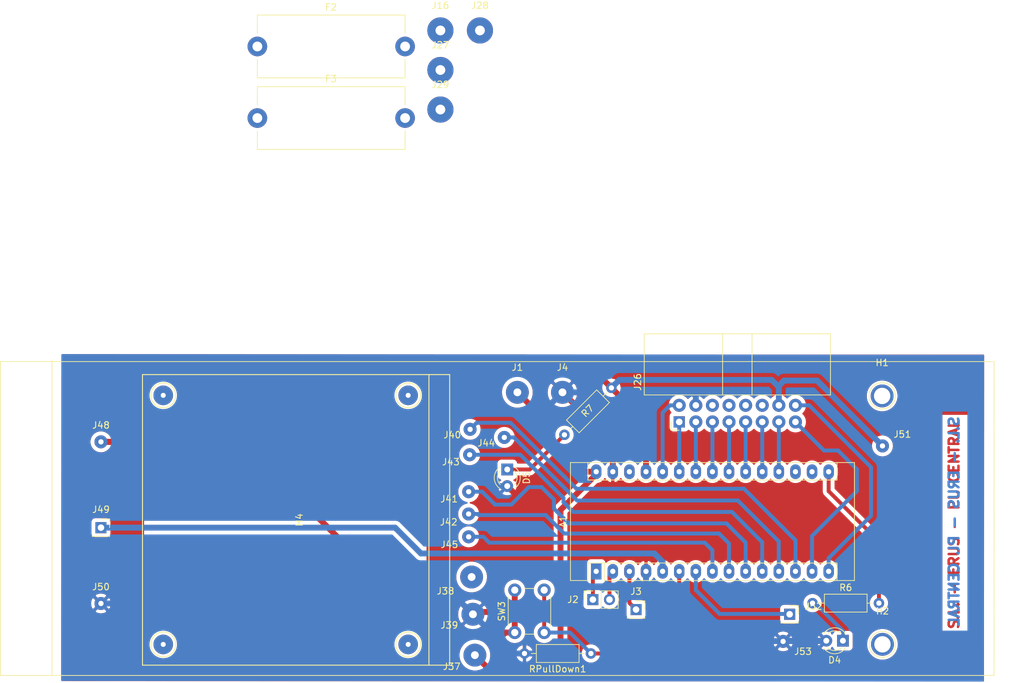
<source format=kicad_pcb>
(kicad_pcb (version 20171130) (host pcbnew "(5.1.2)-2")

  (general
    (thickness 1.6)
    (drawings 9)
    (tracks 190)
    (zones 0)
    (modules 36)
    (nets 41)
  )

  (page A4)
  (layers
    (0 F.Cu signal)
    (31 B.Cu signal)
    (32 B.Adhes user)
    (33 F.Adhes user)
    (34 B.Paste user)
    (35 F.Paste user)
    (36 B.SilkS user)
    (37 F.SilkS user)
    (38 B.Mask user)
    (39 F.Mask user)
    (40 Dwgs.User user)
    (41 Cmts.User user)
    (42 Eco1.User user)
    (43 Eco2.User user)
    (44 Edge.Cuts user)
    (45 Margin user)
    (46 B.CrtYd user)
    (47 F.CrtYd user)
    (48 B.Fab user)
    (49 F.Fab user)
  )

  (setup
    (last_trace_width 0.9)
    (trace_clearance 0.3)
    (zone_clearance 0.508)
    (zone_45_only no)
    (trace_min 0.2)
    (via_size 0.8)
    (via_drill 0.4)
    (via_min_size 0.4)
    (via_min_drill 0.3)
    (uvia_size 0.3)
    (uvia_drill 0.1)
    (uvias_allowed no)
    (uvia_min_size 0.2)
    (uvia_min_drill 0.1)
    (edge_width 0.05)
    (segment_width 0.2)
    (pcb_text_width 0.3)
    (pcb_text_size 1.5 1.5)
    (mod_edge_width 0.12)
    (mod_text_size 1 1)
    (mod_text_width 0.15)
    (pad_size 2 2)
    (pad_drill 1)
    (pad_to_mask_clearance 0.051)
    (solder_mask_min_width 0.25)
    (aux_axis_origin 0 0)
    (visible_elements 7FFFFFFF)
    (pcbplotparams
      (layerselection 0x00000_fffffffe)
      (usegerberextensions false)
      (usegerberattributes false)
      (usegerberadvancedattributes false)
      (creategerberjobfile false)
      (excludeedgelayer true)
      (linewidth 0.100000)
      (plotframeref false)
      (viasonmask false)
      (mode 1)
      (useauxorigin false)
      (hpglpennumber 1)
      (hpglpenspeed 20)
      (hpglpendiameter 15.000000)
      (psnegative true)
      (psa4output false)
      (plotreference true)
      (plotvalue true)
      (plotinvisibletext false)
      (padsonsilk false)
      (subtractmaskfromsilk false)
      (outputformat 4)
      (mirror false)
      (drillshape 0)
      (scaleselection 1)
      (outputdirectory ""))
  )

  (net 0 "")
  (net 1 Rx)
  (net 2 "Net-(A1-Pad17)")
  (net 3 Tx)
  (net 4 "Net-(A1-Pad18)")
  (net 5 ResetArduino)
  (net 6 Sensor1)
  (net 7 GND)
  (net 8 Sensor2)
  (net 9 Encoder1)
  (net 10 Sensor3)
  (net 11 Encoder2)
  (net 12 Sensor4)
  (net 13 Motor1Dir1)
  (net 14 Sensor5)
  (net 15 Motor1Dir2)
  (net 16 Sensor6)
  (net 17 Sensor7)
  (net 18 Motor2PWM)
  (net 19 LedAzul)
  (net 20 Motor1PWM)
  (net 21 5VArduino)
  (net 22 Motor2Dir1)
  (net 23 "Net-(A1-Pad28)")
  (net 24 Motor2Dir2)
  (net 25 SensorEsq)
  (net 26 8.4V)
  (net 27 SensorDir)
  (net 28 Botao1)
  (net 29 "Net-(D4-Pad1)")
  (net 30 "Net-(D5-Pad1)")
  (net 31 "Net-(J26-Pad6)")
  (net 32 "Net-(J26-Pad8)")
  (net 33 "Net-(J26-Pad10)")
  (net 34 5VPonteH)
  (net 35 PCBMotor1_fused)
  (net 36 PonteHPCBMotor1)
  (net 37 PonteHPCBMotor2)
  (net 38 PCBMotor2_fused)
  (net 39 Sensor8)
  (net 40 "Net-(J26-Pad12)")

  (net_class Default "This is the default net class."
    (clearance 0.3)
    (trace_width 0.9)
    (via_dia 0.8)
    (via_drill 0.4)
    (uvia_dia 0.3)
    (uvia_drill 0.1)
    (add_net "Net-(J26-Pad12)")
    (add_net PCBMotor1_fused)
    (add_net PCBMotor2_fused)
    (add_net PonteHPCBMotor1)
    (add_net PonteHPCBMotor2)
  )

  (net_class "Critical Long trails" ""
    (clearance 0.6)
    (trace_width 0.9)
    (via_dia 0.8)
    (via_drill 0.4)
    (uvia_dia 0.3)
    (uvia_drill 0.1)
    (add_net Encoder1)
  )

  (net_class Custom ""
    (clearance 0.6)
    (trace_width 0.6)
    (via_dia 0.8)
    (via_drill 0.4)
    (uvia_dia 0.3)
    (uvia_drill 0.1)
    (add_net Botao1)
    (add_net Encoder2)
    (add_net LedAzul)
    (add_net Motor1Dir1)
    (add_net Motor1Dir2)
    (add_net Motor1PWM)
    (add_net Motor2Dir1)
    (add_net Motor2Dir2)
    (add_net Motor2PWM)
    (add_net "Net-(A1-Pad17)")
    (add_net "Net-(A1-Pad18)")
    (add_net "Net-(A1-Pad28)")
    (add_net "Net-(D4-Pad1)")
    (add_net "Net-(D5-Pad1)")
    (add_net "Net-(J26-Pad10)")
    (add_net "Net-(J26-Pad6)")
    (add_net "Net-(J26-Pad8)")
    (add_net ResetArduino)
    (add_net Rx)
    (add_net Sensor1)
    (add_net Sensor2)
    (add_net Sensor3)
    (add_net Sensor4)
    (add_net Sensor5)
    (add_net Sensor6)
    (add_net Sensor7)
    (add_net Sensor8)
    (add_net SensorDir)
    (add_net SensorEsq)
    (add_net Tx)
  )

  (net_class POWER ""
    (clearance 0.6)
    (trace_width 0.9)
    (via_dia 0.8)
    (via_drill 0.4)
    (uvia_dia 0.3)
    (uvia_drill 0.1)
    (add_net 5VArduino)
    (add_net 5VPonteH)
    (add_net 8.4V)
    (add_net GND)
  )

  (module Sensores_e_componentes_SL:Arduino_Nano (layer F.Cu) (tedit 5D152127) (tstamp 5D4A1E31)
    (at 115.758 154.686 90)
    (descr "Arduino Nano, http://www.mouser.com/pdfdocs/Gravitech_Arduino_Nano3_0.pdf")
    (tags "Arduino Nano")
    (path /5C812F31)
    (fp_text reference A1 (at 7.62 -5.08 90) (layer F.SilkS)
      (effects (font (size 1 1) (thickness 0.15)))
    )
    (fp_text value Arduino_Nano_v3.x (at 8.89 19.05 180) (layer F.Fab)
      (effects (font (size 1 1) (thickness 0.15)))
    )
    (fp_text user %R (at 6.35 19.05 180) (layer F.Fab)
      (effects (font (size 1 1) (thickness 0.15)))
    )
    (fp_line (start 1.27 1.27) (end 1.27 -1.27) (layer F.SilkS) (width 0.12))
    (fp_line (start 1.27 -1.27) (end -1.4 -1.27) (layer F.SilkS) (width 0.12))
    (fp_line (start -1.4 1.27) (end -1.4 39.5) (layer F.SilkS) (width 0.12))
    (fp_line (start -1.4 -3.94) (end -1.4 -1.27) (layer F.SilkS) (width 0.12))
    (fp_line (start 13.97 -1.27) (end 16.64 -1.27) (layer F.SilkS) (width 0.12))
    (fp_line (start 13.97 -1.27) (end 13.97 36.83) (layer F.SilkS) (width 0.12))
    (fp_line (start 13.97 36.83) (end 16.64 36.83) (layer F.SilkS) (width 0.12))
    (fp_line (start 1.27 1.27) (end -1.4 1.27) (layer F.SilkS) (width 0.12))
    (fp_line (start 1.27 1.27) (end 1.27 36.83) (layer F.SilkS) (width 0.12))
    (fp_line (start 1.27 36.83) (end -1.4 36.83) (layer F.SilkS) (width 0.12))
    (fp_line (start 3.81 31.75) (end 11.43 31.75) (layer F.Fab) (width 0.1))
    (fp_line (start 11.43 31.75) (end 11.43 41.91) (layer F.Fab) (width 0.1))
    (fp_line (start 11.43 41.91) (end 3.81 41.91) (layer F.Fab) (width 0.1))
    (fp_line (start 3.81 41.91) (end 3.81 31.75) (layer F.Fab) (width 0.1))
    (fp_line (start -1.4 39.5) (end 16.64 39.5) (layer F.SilkS) (width 0.12))
    (fp_line (start 16.64 39.5) (end 16.64 -3.94) (layer F.SilkS) (width 0.12))
    (fp_line (start 16.64 -3.94) (end -1.4 -3.94) (layer F.SilkS) (width 0.12))
    (fp_line (start 16.51 39.37) (end -1.27 39.37) (layer F.Fab) (width 0.1))
    (fp_line (start -1.27 39.37) (end -1.27 -2.54) (layer F.Fab) (width 0.1))
    (fp_line (start -1.27 -2.54) (end 0 -3.81) (layer F.Fab) (width 0.1))
    (fp_line (start 0 -3.81) (end 16.51 -3.81) (layer F.Fab) (width 0.1))
    (fp_line (start 16.51 -3.81) (end 16.51 39.37) (layer F.Fab) (width 0.1))
    (fp_line (start -1.53 -4.06) (end 16.75 -4.06) (layer F.CrtYd) (width 0.05))
    (fp_line (start -1.53 -4.06) (end -1.53 42.16) (layer F.CrtYd) (width 0.05))
    (fp_line (start 16.75 42.16) (end 16.75 -4.06) (layer F.CrtYd) (width 0.05))
    (fp_line (start 16.75 42.16) (end -1.53 42.16) (layer F.CrtYd) (width 0.05))
    (pad 1 thru_hole rect (at 0 0 90) (size 2.5 1.6) (drill 0.8) (layers *.Cu *.Mask)
      (net 1 Rx))
    (pad 17 thru_hole oval (at 15.24 33.02 90) (size 2.25 1.6) (drill 0.8) (layers *.Cu *.Mask)
      (net 2 "Net-(A1-Pad17)"))
    (pad 2 thru_hole oval (at 0 2.54 90) (size 2.25 1.6) (drill 0.8) (layers *.Cu *.Mask)
      (net 3 Tx))
    (pad 18 thru_hole oval (at 15.24 30.48 90) (size 2.25 1.6) (drill 0.8) (layers *.Cu *.Mask)
      (net 4 "Net-(A1-Pad18)"))
    (pad 3 thru_hole oval (at 0 5.08 90) (size 2.25 1.6) (drill 0.8) (layers *.Cu *.Mask)
      (net 5 ResetArduino))
    (pad 19 thru_hole oval (at 15.24 27.94 90) (size 2.25 1.6) (drill 0.8) (layers *.Cu *.Mask)
      (net 6 Sensor1))
    (pad 4 thru_hole oval (at 0 7.62 90) (size 2.25 1.6) (drill 0.8) (layers *.Cu *.Mask)
      (net 7 GND))
    (pad 20 thru_hole oval (at 15.24 25.4 90) (size 2.25 1.6) (drill 0.8) (layers *.Cu *.Mask)
      (net 8 Sensor2))
    (pad 5 thru_hole oval (at 0 10.16 90) (size 2.25 1.6) (drill 0.8) (layers *.Cu *.Mask)
      (net 9 Encoder1))
    (pad 21 thru_hole oval (at 15.24 22.86 90) (size 2.25 1.6) (drill 0.8) (layers *.Cu *.Mask)
      (net 10 Sensor3))
    (pad 6 thru_hole oval (at 0 12.7 90) (size 2.25 1.6) (drill 0.8) (layers *.Cu *.Mask)
      (net 28 Botao1))
    (pad 22 thru_hole oval (at 15.24 20.32 90) (size 2.25 1.6) (drill 0.8) (layers *.Cu *.Mask)
      (net 12 Sensor4))
    (pad 7 thru_hole oval (at 0 15.24 90) (size 2.25 1.6) (drill 0.8) (layers *.Cu *.Mask)
      (net 11 Encoder2))
    (pad 23 thru_hole oval (at 15.24 17.78 90) (size 2.25 1.6) (drill 0.8) (layers *.Cu *.Mask)
      (net 14 Sensor5))
    (pad 8 thru_hole oval (at 0 17.78 90) (size 2.25 1.6) (drill 0.8) (layers *.Cu *.Mask)
      (net 18 Motor2PWM))
    (pad 24 thru_hole oval (at 15.24 15.24 90) (size 2.25 1.6) (drill 0.8) (layers *.Cu *.Mask)
      (net 16 Sensor6))
    (pad 9 thru_hole oval (at 0 20.32 90) (size 2.25 1.6) (drill 0.8) (layers *.Cu *.Mask)
      (net 15 Motor1Dir2))
    (pad 25 thru_hole oval (at 15.24 12.7 90) (size 2.25 1.6) (drill 0.8) (layers *.Cu *.Mask)
      (net 17 Sensor7))
    (pad 10 thru_hole oval (at 0 22.86 90) (size 2.25 1.6) (drill 0.8) (layers *.Cu *.Mask)
      (net 13 Motor1Dir1))
    (pad 26 thru_hole oval (at 15.24 10.16 90) (size 2.25 1.6) (drill 0.8) (layers *.Cu *.Mask)
      (net 39 Sensor8))
    (pad 11 thru_hole oval (at 0 25.4 90) (size 2.25 1.6) (drill 0.8) (layers *.Cu *.Mask)
      (net 22 Motor2Dir1))
    (pad 27 thru_hole oval (at 15.24 7.62 90) (size 2.25 1.6) (drill 0.8) (layers *.Cu *.Mask)
      (net 21 5VArduino))
    (pad 12 thru_hole oval (at 0 27.94 90) (size 2.25 1.6) (drill 0.8) (layers *.Cu *.Mask)
      (net 24 Motor2Dir2))
    (pad 28 thru_hole oval (at 15.24 5.08 90) (size 2.25 1.6) (drill 0.8) (layers *.Cu *.Mask)
      (net 23 "Net-(A1-Pad28)"))
    (pad 13 thru_hole oval (at 0 30.48 90) (size 2.25 1.6) (drill 0.8) (layers *.Cu *.Mask)
      (net 20 Motor1PWM))
    (pad 29 thru_hole oval (at 15.24 2.54 90) (size 2.25 1.6) (drill 0.8) (layers *.Cu *.Mask)
      (net 7 GND))
    (pad 14 thru_hole oval (at 0 33.02 90) (size 2.25 1.6) (drill 0.8) (layers *.Cu *.Mask)
      (net 25 SensorEsq))
    (pad 30 thru_hole oval (at 15.24 0 90) (size 2.25 1.6) (drill 0.8) (layers *.Cu *.Mask)
      (net 26 8.4V))
    (pad 15 thru_hole oval (at 0 35.56 90) (size 2.25 1.6) (drill 0.8) (layers *.Cu *.Mask)
      (net 27 SensorDir))
    (pad 16 thru_hole oval (at 15.24 35.56 90) (size 2.25 1.6) (drill 0.8) (layers *.Cu *.Mask)
      (net 19 LedAzul))
    (model ${KISYS3DMOD}/Module.3dshapes/Arduino_Nano_WithMountingHoles.wrl
      (at (xyz 0 0 0))
      (scale (xyz 1 1 1))
      (rotate (xyz 0 0 0))
    )
    (model ${KIPRJMOD}/libraries/Sensores_e_componentes_SL.pretty/Arduino_Nano.step
      (offset (xyz 7.7 -18.15 3.5))
      (scale (xyz 1 1 1))
      (rotate (xyz 0 0 90))
    )
  )

  (module LED_THT:LED_D3.0mm (layer F.Cu) (tedit 587A3A7B) (tstamp 5D4A1F81)
    (at 153.5 165.3 180)
    (descr "LED, diameter 3.0mm, 2 pins")
    (tags "LED diameter 3.0mm 2 pins")
    (path /5C81702D)
    (fp_text reference D4 (at 1.27 -2.96 180) (layer F.SilkS)
      (effects (font (size 1 1) (thickness 0.15)))
    )
    (fp_text value LedAzul (at 4.292 -2.016 270) (layer F.Fab)
      (effects (font (size 1 1) (thickness 0.15)))
    )
    (fp_arc (start 1.27 0) (end -0.23 -1.16619) (angle 284.3) (layer F.Fab) (width 0.1))
    (fp_arc (start 1.27 0) (end -0.29 -1.235516) (angle 108.8) (layer F.SilkS) (width 0.12))
    (fp_arc (start 1.27 0) (end -0.29 1.235516) (angle -108.8) (layer F.SilkS) (width 0.12))
    (fp_arc (start 1.27 0) (end 0.229039 -1.08) (angle 87.9) (layer F.SilkS) (width 0.12))
    (fp_arc (start 1.27 0) (end 0.229039 1.08) (angle -87.9) (layer F.SilkS) (width 0.12))
    (fp_circle (center 1.27 0) (end 2.77 0) (layer F.Fab) (width 0.1))
    (fp_line (start -0.23 -1.16619) (end -0.23 1.16619) (layer F.Fab) (width 0.1))
    (fp_line (start -0.29 -1.236) (end -0.29 -1.08) (layer F.SilkS) (width 0.12))
    (fp_line (start -0.29 1.08) (end -0.29 1.236) (layer F.SilkS) (width 0.12))
    (fp_line (start -1.15 -2.25) (end -1.15 2.25) (layer F.CrtYd) (width 0.05))
    (fp_line (start -1.15 2.25) (end 3.7 2.25) (layer F.CrtYd) (width 0.05))
    (fp_line (start 3.7 2.25) (end 3.7 -2.25) (layer F.CrtYd) (width 0.05))
    (fp_line (start 3.7 -2.25) (end -1.15 -2.25) (layer F.CrtYd) (width 0.05))
    (pad 1 thru_hole rect (at 0 0 180) (size 1.8 1.8) (drill 0.9) (layers *.Cu *.Mask)
      (net 29 "Net-(D4-Pad1)"))
    (pad 2 thru_hole circle (at 2.54 0 180) (size 1.8 1.8) (drill 0.9) (layers *.Cu *.Mask)
      (net 7 GND))
    (model ${KISYS3DMOD}/LED_THT.3dshapes/LED_D3.0mm.wrl
      (at (xyz 0 0 0))
      (scale (xyz 1 1 1))
      (rotate (xyz 0 0 0))
    )
  )

  (module LED_THT:LED_D3.0mm (layer F.Cu) (tedit 587A3A7B) (tstamp 5D56DC44)
    (at 102.15 139.1 270)
    (descr "LED, diameter 3.0mm, 2 pins")
    (tags "LED diameter 3.0mm 2 pins")
    (path /5D1DC66B)
    (fp_text reference D5 (at 1.27 -2.96 90) (layer F.SilkS)
      (effects (font (size 1 1) (thickness 0.15)))
    )
    (fp_text value LedVerde (at 1.27 2.96 90) (layer F.Fab)
      (effects (font (size 1 1) (thickness 0.15)))
    )
    (fp_line (start 3.7 -2.25) (end -1.15 -2.25) (layer F.CrtYd) (width 0.05))
    (fp_line (start 3.7 2.25) (end 3.7 -2.25) (layer F.CrtYd) (width 0.05))
    (fp_line (start -1.15 2.25) (end 3.7 2.25) (layer F.CrtYd) (width 0.05))
    (fp_line (start -1.15 -2.25) (end -1.15 2.25) (layer F.CrtYd) (width 0.05))
    (fp_line (start -0.29 1.08) (end -0.29 1.236) (layer F.SilkS) (width 0.12))
    (fp_line (start -0.29 -1.236) (end -0.29 -1.08) (layer F.SilkS) (width 0.12))
    (fp_line (start -0.23 -1.16619) (end -0.23 1.16619) (layer F.Fab) (width 0.1))
    (fp_circle (center 1.27 0) (end 2.77 0) (layer F.Fab) (width 0.1))
    (fp_arc (start 1.27 0) (end 0.229039 1.08) (angle -87.9) (layer F.SilkS) (width 0.12))
    (fp_arc (start 1.27 0) (end 0.229039 -1.08) (angle 87.9) (layer F.SilkS) (width 0.12))
    (fp_arc (start 1.27 0) (end -0.29 1.235516) (angle -108.8) (layer F.SilkS) (width 0.12))
    (fp_arc (start 1.27 0) (end -0.29 -1.235516) (angle 108.8) (layer F.SilkS) (width 0.12))
    (fp_arc (start 1.27 0) (end -0.23 -1.16619) (angle 284.3) (layer F.Fab) (width 0.1))
    (pad 2 thru_hole circle (at 2.54 0 270) (size 1.8 1.8) (drill 0.9) (layers *.Cu *.Mask)
      (net 7 GND))
    (pad 1 thru_hole rect (at 0 0 270) (size 1.8 1.8) (drill 0.9) (layers *.Cu *.Mask)
      (net 30 "Net-(D5-Pad1)"))
    (model ${KISYS3DMOD}/LED_THT.3dshapes/LED_D3.0mm.wrl
      (at (xyz 0 0 0))
      (scale (xyz 1 1 1))
      (rotate (xyz 0 0 0))
    )
  )

  (module Sensores_e_componentes_SL:Ponte_H_furos (layer F.Cu) (tedit 5D150245) (tstamp 5D56E832)
    (at 69.85 146.812 90)
    (path /5D1915F0)
    (fp_text reference H4 (at 0 0.5 90) (layer F.SilkS)
      (effects (font (size 1 1) (thickness 0.15)))
    )
    (fp_text value FurosPonteH (at 0 -0.5 90) (layer F.Fab)
      (effects (font (size 1 1) (thickness 0.15)))
    )
    (fp_line (start -22.225 23.495) (end 22.225 23.495) (layer F.SilkS) (width 0.15))
    (fp_line (start 22.225 23.495) (end 22.225 -23.495) (layer F.SilkS) (width 0.15))
    (fp_line (start 22.225 -23.495) (end -22.225 -23.495) (layer F.SilkS) (width 0.15))
    (fp_line (start -22.225 -23.495) (end -22.225 23.495) (layer F.SilkS) (width 0.15))
    (fp_circle (center -19.05 -20.32) (end -19.05 -22.225) (layer F.SilkS) (width 0.15))
    (fp_circle (center 19.05 -20.32) (end 20.955 -20.32) (layer F.SilkS) (width 0.15))
    (fp_line (start -22.225 20.32) (end 22.225 20.32) (layer F.SilkS) (width 0.15))
    (fp_circle (center -19.05 17.145) (end -19.05 19.05) (layer F.SilkS) (width 0.15))
    (fp_circle (center 19.05 17.145) (end 19.05 19.05) (layer F.SilkS) (width 0.15))
    (pad "" np_thru_hole circle (at -19.05 -20.32 90) (size 3 3) (drill 0.762) (layers *.Cu *.Mask))
    (pad "" np_thru_hole circle (at 19.05 -20.32 90) (size 3 3) (drill 0.762) (layers *.Cu *.Mask))
    (pad "" np_thru_hole circle (at 19.05 17.145 90) (size 3 3) (drill 0.762) (layers *.Cu *.Mask))
    (pad "" np_thru_hole circle (at -19.05 17.145 90) (size 3 3) (drill 0.762) (layers *.Cu *.Mask))
    (model ${KIPRJMOD}/libraries/Sensores_e_componentes_SL.pretty/L298D_PonteHV1_0.stp
      (offset (xyz -22 -23 1.5))
      (scale (xyz 1 1 1))
      (rotate (xyz 0 0 0))
    )
  )

  (module Connector_PinSocket_2.54mm:PinSocket_1x02_P2.54mm_Vertical (layer F.Cu) (tedit 5A19A420) (tstamp 5D4A200B)
    (at 115.25 159.004 90)
    (descr "Through hole straight socket strip, 1x02, 2.54mm pitch, single row (from Kicad 4.0.7), script generated")
    (tags "Through hole socket strip THT 1x02 2.54mm single row")
    (path /5D45EE73)
    (fp_text reference J2 (at 0 -3.048 180) (layer F.SilkS)
      (effects (font (size 1 1) (thickness 0.15)))
    )
    (fp_text value Conn_01x02_ArduinoTxRx (at -2.794 -8.382 180) (layer F.Fab)
      (effects (font (size 1 1) (thickness 0.15)))
    )
    (fp_line (start -1.27 -1.27) (end 0.635 -1.27) (layer F.Fab) (width 0.1))
    (fp_line (start 0.635 -1.27) (end 1.27 -0.635) (layer F.Fab) (width 0.1))
    (fp_line (start 1.27 -0.635) (end 1.27 3.81) (layer F.Fab) (width 0.1))
    (fp_line (start 1.27 3.81) (end -1.27 3.81) (layer F.Fab) (width 0.1))
    (fp_line (start -1.27 3.81) (end -1.27 -1.27) (layer F.Fab) (width 0.1))
    (fp_line (start -1.33 1.27) (end 1.33 1.27) (layer F.SilkS) (width 0.12))
    (fp_line (start -1.33 1.27) (end -1.33 3.87) (layer F.SilkS) (width 0.12))
    (fp_line (start -1.33 3.87) (end 1.33 3.87) (layer F.SilkS) (width 0.12))
    (fp_line (start 1.33 1.27) (end 1.33 3.87) (layer F.SilkS) (width 0.12))
    (fp_line (start 1.33 -1.33) (end 1.33 0) (layer F.SilkS) (width 0.12))
    (fp_line (start 0 -1.33) (end 1.33 -1.33) (layer F.SilkS) (width 0.12))
    (fp_line (start -1.8 -1.8) (end 1.75 -1.8) (layer F.CrtYd) (width 0.05))
    (fp_line (start 1.75 -1.8) (end 1.75 4.3) (layer F.CrtYd) (width 0.05))
    (fp_line (start 1.75 4.3) (end -1.8 4.3) (layer F.CrtYd) (width 0.05))
    (fp_line (start -1.8 4.3) (end -1.8 -1.8) (layer F.CrtYd) (width 0.05))
    (fp_text user %R (at 0 1.27 180) (layer F.Fab)
      (effects (font (size 1 1) (thickness 0.15)))
    )
    (pad 1 thru_hole rect (at 0 0 90) (size 1.7 1.7) (drill 1) (layers *.Cu *.Mask)
      (net 1 Rx))
    (pad 2 thru_hole oval (at 0 2.54 90) (size 1.7 1.7) (drill 1) (layers *.Cu *.Mask)
      (net 3 Tx))
    (model ${KISYS3DMOD}/Connector_PinSocket_2.54mm.3dshapes/PinSocket_1x02_P2.54mm_Vertical.wrl
      (at (xyz 0 0 0))
      (scale (xyz 1 1 1))
      (rotate (xyz 0 0 0))
    )
  )

  (module Connector_PinSocket_2.54mm:PinSocket_1x01_P2.54mm_Vertical (layer F.Cu) (tedit 5A19A434) (tstamp 5D4A1FC7)
    (at 121.854 160.528)
    (descr "Through hole straight socket strip, 1x01, 2.54mm pitch, single row (from Kicad 4.0.7), script generated")
    (tags "Through hole socket strip THT 1x01 2.54mm single row")
    (path /5D46520F)
    (fp_text reference J3 (at 0 -2.77) (layer F.SilkS)
      (effects (font (size 1 1) (thickness 0.15)))
    )
    (fp_text value Conn_01x01_ArduinoReset (at -5.842 3.81) (layer F.Fab)
      (effects (font (size 1 1) (thickness 0.15)))
    )
    (fp_line (start -1.27 -1.27) (end 0.635 -1.27) (layer F.Fab) (width 0.1))
    (fp_line (start 0.635 -1.27) (end 1.27 -0.635) (layer F.Fab) (width 0.1))
    (fp_line (start 1.27 -0.635) (end 1.27 1.27) (layer F.Fab) (width 0.1))
    (fp_line (start 1.27 1.27) (end -1.27 1.27) (layer F.Fab) (width 0.1))
    (fp_line (start -1.27 1.27) (end -1.27 -1.27) (layer F.Fab) (width 0.1))
    (fp_line (start -1.33 1.33) (end 1.33 1.33) (layer F.SilkS) (width 0.12))
    (fp_line (start -1.33 1.21) (end -1.33 1.33) (layer F.SilkS) (width 0.12))
    (fp_line (start 1.33 1.21) (end 1.33 1.33) (layer F.SilkS) (width 0.12))
    (fp_line (start 1.33 -1.33) (end 1.33 0) (layer F.SilkS) (width 0.12))
    (fp_line (start 0 -1.33) (end 1.33 -1.33) (layer F.SilkS) (width 0.12))
    (fp_line (start -1.8 -1.8) (end 1.75 -1.8) (layer F.CrtYd) (width 0.05))
    (fp_line (start 1.75 -1.8) (end 1.75 1.75) (layer F.CrtYd) (width 0.05))
    (fp_line (start 1.75 1.75) (end -1.8 1.75) (layer F.CrtYd) (width 0.05))
    (fp_line (start -1.8 1.75) (end -1.8 -1.8) (layer F.CrtYd) (width 0.05))
    (fp_text user %R (at 0 0) (layer F.Fab)
      (effects (font (size 1 1) (thickness 0.15)))
    )
    (pad 1 thru_hole rect (at 0 0) (size 1.7 1.7) (drill 1) (layers *.Cu *.Mask)
      (net 5 ResetArduino))
    (model ${KISYS3DMOD}/Connector_PinSocket_2.54mm.3dshapes/PinSocket_1x01_P2.54mm_Vertical.wrl
      (at (xyz 0 0 0))
      (scale (xyz 1 1 1))
      (rotate (xyz 0 0 0))
    )
  )

  (module Connector_IDC:IDC-Header_2x08_P2.54mm_Horizontal (layer F.Cu) (tedit 5D56DD66) (tstamp 5D4A1EF1)
    (at 128.458 131.826 90)
    (descr "Through hole angled IDC box header, 2x08, 2.54mm pitch, double rows")
    (tags "Through hole IDC box header THT 2x08 2.54mm double row")
    (path /5D2D91DB)
    (fp_text reference J26 (at 6.105 -6.35 -90) (layer F.SilkS)
      (effects (font (size 1 1) (thickness 0.15)))
    )
    (fp_text value Conn_02x08_Odd_Even (at 14.986 21.082) (layer F.Fab)
      (effects (font (size 1 1) (thickness 0.15)))
    )
    (fp_text user %R (at 8.805 8.89 -180) (layer F.Fab)
      (effects (font (size 1 1) (thickness 0.15)))
    )
    (fp_line (start -0.32 -0.32) (end -0.32 0.32) (layer F.Fab) (width 0.1))
    (fp_line (start -0.32 0.32) (end 4.38 0.32) (layer F.Fab) (width 0.1))
    (fp_line (start -0.32 10.48) (end 4.38 10.48) (layer F.Fab) (width 0.1))
    (fp_line (start -0.32 12.38) (end -0.32 13.02) (layer F.Fab) (width 0.1))
    (fp_line (start -0.32 13.02) (end 4.38 13.02) (layer F.Fab) (width 0.1))
    (fp_line (start -0.32 14.92) (end -0.32 15.56) (layer F.Fab) (width 0.1))
    (fp_line (start -0.32 15.56) (end 4.38 15.56) (layer F.Fab) (width 0.1))
    (fp_line (start -0.32 17.46) (end -0.32 18.1) (layer F.Fab) (width 0.1))
    (fp_line (start -0.32 18.1) (end 4.38 18.1) (layer F.Fab) (width 0.1))
    (fp_line (start -0.32 2.22) (end -0.32 2.86) (layer F.Fab) (width 0.1))
    (fp_line (start -0.32 2.86) (end 4.38 2.86) (layer F.Fab) (width 0.1))
    (fp_line (start -0.32 4.76) (end -0.32 5.4) (layer F.Fab) (width 0.1))
    (fp_line (start -0.32 5.4) (end 4.38 5.4) (layer F.Fab) (width 0.1))
    (fp_line (start -0.32 7.3) (end -0.32 7.94) (layer F.Fab) (width 0.1))
    (fp_line (start -0.32 7.94) (end 4.38 7.94) (layer F.Fab) (width 0.1))
    (fp_line (start -0.32 9.84) (end -0.32 10.48) (layer F.Fab) (width 0.1))
    (fp_line (start 13.23 22.88) (end 13.23 -5.1) (layer F.Fab) (width 0.1))
    (fp_line (start 4.38 -0.32) (end -0.32 -0.32) (layer F.Fab) (width 0.1))
    (fp_line (start 4.38 -4.1) (end 5.38 -5.1) (layer F.Fab) (width 0.1))
    (fp_line (start 4.38 11.14) (end 13.23 11.14) (layer F.Fab) (width 0.1))
    (fp_line (start 4.38 12.38) (end -0.32 12.38) (layer F.Fab) (width 0.1))
    (fp_line (start 4.38 14.92) (end -0.32 14.92) (layer F.Fab) (width 0.1))
    (fp_line (start 4.38 17.46) (end -0.32 17.46) (layer F.Fab) (width 0.1))
    (fp_line (start 4.38 2.22) (end -0.32 2.22) (layer F.Fab) (width 0.1))
    (fp_line (start 4.38 22.88) (end 13.23 22.88) (layer F.Fab) (width 0.1))
    (fp_line (start 4.38 22.88) (end 4.38 -4.1) (layer F.Fab) (width 0.1))
    (fp_line (start 4.38 4.76) (end -0.32 4.76) (layer F.Fab) (width 0.1))
    (fp_line (start 4.38 6.64) (end 13.23 6.64) (layer F.Fab) (width 0.1))
    (fp_line (start 4.38 7.3) (end -0.32 7.3) (layer F.Fab) (width 0.1))
    (fp_line (start 4.38 9.84) (end -0.32 9.84) (layer F.Fab) (width 0.1))
    (fp_line (start 5.38 -5.1) (end 13.23 -5.1) (layer F.Fab) (width 0.1))
    (fp_line (start -1.27 -1.27) (end -1.27 0) (layer F.SilkS) (width 0.12))
    (fp_line (start 0 -1.27) (end -1.27 -1.27) (layer F.SilkS) (width 0.12))
    (fp_line (start 13.48 -5.35) (end 13.48 23.13) (layer F.SilkS) (width 0.12))
    (fp_line (start 4.13 -5.35) (end 13.48 -5.35) (layer F.SilkS) (width 0.12))
    (fp_line (start 4.13 11.14) (end 13.48 11.14) (layer F.SilkS) (width 0.12))
    (fp_line (start 4.13 23.13) (end 13.48 23.13) (layer F.SilkS) (width 0.12))
    (fp_line (start 4.13 23.13) (end 4.13 -5.35) (layer F.SilkS) (width 0.12))
    (fp_line (start 4.13 6.64) (end 13.48 6.64) (layer F.SilkS) (width 0.12))
    (fp_line (start -1.12 -5.35) (end 13.48 -5.35) (layer F.CrtYd) (width 0.05))
    (fp_line (start -1.12 23.13) (end -1.12 -5.35) (layer F.CrtYd) (width 0.05))
    (fp_line (start 13.48 -5.35) (end 13.48 23.13) (layer F.CrtYd) (width 0.05))
    (fp_line (start 13.48 23.13) (end -1.12 23.13) (layer F.CrtYd) (width 0.05))
    (pad 1 thru_hole rect (at 0 0 90) (size 1.7272 1.7272) (drill 1.016) (layers *.Cu *.Mask)
      (net 17 Sensor7))
    (pad 2 thru_hole oval (at 2.54 0 90) (size 2 2) (drill 1) (layers *.Cu *.Mask)
      (net 39 Sensor8))
    (pad 3 thru_hole oval (at 0 2.54 90) (size 2 2) (drill 1) (layers *.Cu *.Mask)
      (net 16 Sensor6))
    (pad 4 thru_hole oval (at 2.54 2.54 90) (size 2 2) (drill 1) (layers *.Cu *.Mask)
      (net 7 GND))
    (pad 5 thru_hole oval (at 0 5.08 90) (size 2 2) (drill 1) (layers *.Cu *.Mask)
      (net 14 Sensor5))
    (pad 6 thru_hole oval (at 2.54 5.08 90) (size 2 2) (drill 1) (layers *.Cu *.Mask)
      (net 31 "Net-(J26-Pad6)"))
    (pad 7 thru_hole oval (at 0 7.62 90) (size 2 2) (drill 1) (layers *.Cu *.Mask)
      (net 12 Sensor4))
    (pad 8 thru_hole oval (at 2.54 7.62 90) (size 2 2) (drill 1) (layers *.Cu *.Mask)
      (net 32 "Net-(J26-Pad8)"))
    (pad 9 thru_hole oval (at 0 10.16 90) (size 2 2) (drill 1) (layers *.Cu *.Mask)
      (net 10 Sensor3))
    (pad 10 thru_hole oval (at 2.54 10.16 90) (size 2 2) (drill 1) (layers *.Cu *.Mask)
      (net 33 "Net-(J26-Pad10)"))
    (pad 11 thru_hole oval (at 0 12.7 90) (size 2 2) (drill 1) (layers *.Cu *.Mask)
      (net 8 Sensor2))
    (pad 12 thru_hole oval (at 2.54 12.7 90) (size 2 2) (drill 1) (layers *.Cu *.Mask)
      (net 40 "Net-(J26-Pad12)"))
    (pad 13 thru_hole oval (at 0 15.24 90) (size 2 2) (drill 1) (layers *.Cu *.Mask)
      (net 6 Sensor1))
    (pad 14 thru_hole oval (at 2.54 15.24 90) (size 2 2) (drill 1) (layers *.Cu *.Mask)
      (net 21 5VArduino))
    (pad 15 thru_hole oval (at 0 17.78 90) (size 2 2) (drill 1) (layers *.Cu *.Mask)
      (net 25 SensorEsq))
    (pad 16 thru_hole oval (at 2.54 17.78 90) (size 2 2) (drill 1) (layers *.Cu *.Mask)
      (net 27 SensorDir))
    (model ${KISYS3DMOD}/Connector_IDC.3dshapes/IDC-Header_2x08_P2.54mm_Horizontal.wrl
      (at (xyz 0 0 0))
      (scale (xyz 1 1 1))
      (rotate (xyz 0 0 0))
    )
  )

  (module Connector_Wire:SolderWirePad_1x01_Drill1.2mm (layer F.Cu) (tedit 5AEE5EA7) (tstamp 5D44A9FB)
    (at 96.7 155.55)
    (descr "Wire solder connection")
    (tags connector)
    (path /5D181A54)
    (attr virtual)
    (fp_text reference J38 (at -3.99 2.16) (layer F.SilkS)
      (effects (font (size 1 1) (thickness 0.15)))
    )
    (fp_text value Conn_01x01_5VPonteH (at -11.14 0.71) (layer F.Fab)
      (effects (font (size 1 1) (thickness 0.15)))
    )
    (fp_text user %R (at 0 0) (layer F.Fab)
      (effects (font (size 1 1) (thickness 0.15)))
    )
    (fp_line (start -2.25 -2.25) (end 2.25 -2.25) (layer F.CrtYd) (width 0.05))
    (fp_line (start -2.25 -2.25) (end -2.25 2.25) (layer F.CrtYd) (width 0.05))
    (fp_line (start 2.25 2.25) (end 2.25 -2.25) (layer F.CrtYd) (width 0.05))
    (fp_line (start 2.25 2.25) (end -2.25 2.25) (layer F.CrtYd) (width 0.05))
    (pad 1 thru_hole circle (at 0 0) (size 3.50012 3.50012) (drill 1.19888) (layers *.Cu *.Mask)
      (net 34 5VPonteH))
  )

  (module Connector_Wire:SolderWirePad_1x01_Drill1.2mm (layer F.Cu) (tedit 5AEE5EA7) (tstamp 5D44A9E0)
    (at 96.9 161.25)
    (descr "Wire solder connection")
    (tags connector)
    (path /5D181805)
    (attr virtual)
    (fp_text reference J39 (at -3.61 1.68) (layer F.SilkS)
      (effects (font (size 1 1) (thickness 0.15)))
    )
    (fp_text value Conn_01x01_GNDPonteH (at -12.72 0.25) (layer F.Fab)
      (effects (font (size 1 1) (thickness 0.15)))
    )
    (fp_line (start 2.25 2.25) (end -2.25 2.25) (layer F.CrtYd) (width 0.05))
    (fp_line (start 2.25 2.25) (end 2.25 -2.25) (layer F.CrtYd) (width 0.05))
    (fp_line (start -2.25 -2.25) (end -2.25 2.25) (layer F.CrtYd) (width 0.05))
    (fp_line (start -2.25 -2.25) (end 2.25 -2.25) (layer F.CrtYd) (width 0.05))
    (fp_text user %R (at 0 0) (layer F.Fab)
      (effects (font (size 1 1) (thickness 0.15)))
    )
    (pad 1 thru_hole circle (at 0 0) (size 3.50012 3.50012) (drill 1.19888) (layers *.Cu *.Mask)
      (net 7 GND))
  )

  (module Connector_Wire:SolderWirePad_1x01_Drill0.8mm (layer F.Cu) (tedit 5A2676A0) (tstamp 5D44AA31)
    (at 96.47 132.96)
    (descr "Wire solder connection")
    (tags connector)
    (path /5D17BE38)
    (attr virtual)
    (fp_text reference J40 (at -2.73 0.86) (layer F.SilkS)
      (effects (font (size 1 1) (thickness 0.15)))
    )
    (fp_text value Conn_01x01_Motor1PWM (at -6.3628 -2.6042) (layer F.Fab)
      (effects (font (size 1 1) (thickness 0.15)))
    )
    (fp_text user %R (at 0 0) (layer F.Fab)
      (effects (font (size 1 1) (thickness 0.15)))
    )
    (fp_line (start -1.5 -1.5) (end 1.5 -1.5) (layer F.CrtYd) (width 0.05))
    (fp_line (start -1.5 -1.5) (end -1.5 1.5) (layer F.CrtYd) (width 0.05))
    (fp_line (start 1.5 1.5) (end 1.5 -1.5) (layer F.CrtYd) (width 0.05))
    (fp_line (start 1.5 1.5) (end -1.5 1.5) (layer F.CrtYd) (width 0.05))
    (pad 1 thru_hole circle (at 0 0) (size 1.99898 1.99898) (drill 0.8001) (layers *.Cu *.Mask)
      (net 20 Motor1PWM))
  )

  (module Connector_Wire:SolderWirePad_1x01_Drill0.8mm (layer F.Cu) (tedit 5A2676A0) (tstamp 5D44AA16)
    (at 96.25 142.5)
    (descr "Wire solder connection")
    (tags connector)
    (path /5D17CB00)
    (attr virtual)
    (fp_text reference J41 (at -2.99 1.12) (layer F.SilkS)
      (effects (font (size 1 1) (thickness 0.15)))
    )
    (fp_text value Conn_01x01_Motor1Dir1 (at -11.21 -0.29) (layer F.Fab)
      (effects (font (size 1 1) (thickness 0.15)))
    )
    (fp_text user %R (at 0 0) (layer F.Fab)
      (effects (font (size 1 1) (thickness 0.15)))
    )
    (fp_line (start -1.5 -1.5) (end 1.5 -1.5) (layer F.CrtYd) (width 0.05))
    (fp_line (start -1.5 -1.5) (end -1.5 1.5) (layer F.CrtYd) (width 0.05))
    (fp_line (start 1.5 1.5) (end 1.5 -1.5) (layer F.CrtYd) (width 0.05))
    (fp_line (start 1.5 1.5) (end -1.5 1.5) (layer F.CrtYd) (width 0.05))
    (pad 1 thru_hole circle (at 0 0) (size 1.99898 1.99898) (drill 0.8001) (layers *.Cu *.Mask)
      (net 13 Motor1Dir1))
  )

  (module Connector_Wire:SolderWirePad_1x01_Drill0.8mm (layer F.Cu) (tedit 5A2676A0) (tstamp 5D44AA82)
    (at 96.241 145.907)
    (descr "Wire solder connection")
    (tags connector)
    (path /5D17CCD0)
    (attr virtual)
    (fp_text reference J42 (at -3.05 1.25) (layer F.SilkS)
      (effects (font (size 1 1) (thickness 0.15)))
    )
    (fp_text value Conn_01x01_Motor1Dir2 (at -10.84 -0.09) (layer F.Fab)
      (effects (font (size 1 1) (thickness 0.15)))
    )
    (fp_line (start 1.5 1.5) (end -1.5 1.5) (layer F.CrtYd) (width 0.05))
    (fp_line (start 1.5 1.5) (end 1.5 -1.5) (layer F.CrtYd) (width 0.05))
    (fp_line (start -1.5 -1.5) (end -1.5 1.5) (layer F.CrtYd) (width 0.05))
    (fp_line (start -1.5 -1.5) (end 1.5 -1.5) (layer F.CrtYd) (width 0.05))
    (fp_text user %R (at 0 0) (layer F.Fab)
      (effects (font (size 1 1) (thickness 0.15)))
    )
    (pad 1 thru_hole circle (at 0 0) (size 1.99898 1.99898) (drill 0.8001) (layers *.Cu *.Mask)
      (net 15 Motor1Dir2))
  )

  (module Connector_Wire:SolderWirePad_1x01_Drill0.8mm (layer F.Cu) (tedit 5A2676A0) (tstamp 5D44AA67)
    (at 96.4 136.85)
    (descr "Wire solder connection")
    (tags connector)
    (path /5D17CE09)
    (attr virtual)
    (fp_text reference J43 (at -2.87 1.1) (layer F.SilkS)
      (effects (font (size 1 1) (thickness 0.15)))
    )
    (fp_text value Conn_01x01_Motor2Dir1 (at -11.11 -0.37) (layer F.Fab)
      (effects (font (size 1 1) (thickness 0.15)))
    )
    (fp_text user %R (at 0 0) (layer F.Fab)
      (effects (font (size 1 1) (thickness 0.15)))
    )
    (fp_line (start -1.5 -1.5) (end 1.5 -1.5) (layer F.CrtYd) (width 0.05))
    (fp_line (start -1.5 -1.5) (end -1.5 1.5) (layer F.CrtYd) (width 0.05))
    (fp_line (start 1.5 1.5) (end 1.5 -1.5) (layer F.CrtYd) (width 0.05))
    (fp_line (start 1.5 1.5) (end -1.5 1.5) (layer F.CrtYd) (width 0.05))
    (pad 1 thru_hole circle (at 0 0) (size 1.99898 1.99898) (drill 0.8001) (layers *.Cu *.Mask)
      (net 22 Motor2Dir1))
  )

  (module Connector_Wire:SolderWirePad_1x01_Drill0.8mm (layer F.Cu) (tedit 5A2676A0) (tstamp 5D44AA4C)
    (at 101.7 134.2)
    (descr "Wire solder connection")
    (tags connector)
    (path /5D17CF2D)
    (attr virtual)
    (fp_text reference J44 (at -2.76 0.86) (layer F.SilkS)
      (effects (font (size 1 1) (thickness 0.15)))
    )
    (fp_text value Conn_01x01_Motor2Dir2 (at -11.21 -0.82) (layer F.Fab)
      (effects (font (size 1 1) (thickness 0.15)))
    )
    (fp_line (start 1.5 1.5) (end -1.5 1.5) (layer F.CrtYd) (width 0.05))
    (fp_line (start 1.5 1.5) (end 1.5 -1.5) (layer F.CrtYd) (width 0.05))
    (fp_line (start -1.5 -1.5) (end -1.5 1.5) (layer F.CrtYd) (width 0.05))
    (fp_line (start -1.5 -1.5) (end 1.5 -1.5) (layer F.CrtYd) (width 0.05))
    (fp_text user %R (at 0 0) (layer F.Fab)
      (effects (font (size 1 1) (thickness 0.15)))
    )
    (pad 1 thru_hole circle (at 0 0) (size 1.99898 1.99898) (drill 0.8001) (layers *.Cu *.Mask)
      (net 24 Motor2Dir2))
  )

  (module Connector_Wire:SolderWirePad_1x01_Drill0.8mm (layer F.Cu) (tedit 5A2676A0) (tstamp 5D44AA9D)
    (at 96.25 149.4)
    (descr "Wire solder connection")
    (tags connector)
    (path /5D17D53A)
    (attr virtual)
    (fp_text reference J45 (at -2.95 1.2) (layer F.SilkS)
      (effects (font (size 1 1) (thickness 0.15)))
    )
    (fp_text value Conn_01x01_Motor2PWM (at -11.87 -0.01) (layer F.Fab)
      (effects (font (size 1 1) (thickness 0.15)))
    )
    (fp_text user %R (at 0 0) (layer F.Fab)
      (effects (font (size 1 1) (thickness 0.15)))
    )
    (fp_line (start -1.5 -1.5) (end 1.5 -1.5) (layer F.CrtYd) (width 0.05))
    (fp_line (start -1.5 -1.5) (end -1.5 1.5) (layer F.CrtYd) (width 0.05))
    (fp_line (start 1.5 1.5) (end 1.5 -1.5) (layer F.CrtYd) (width 0.05))
    (fp_line (start 1.5 1.5) (end -1.5 1.5) (layer F.CrtYd) (width 0.05))
    (pad 1 thru_hole circle (at 0 0) (size 1.99898 1.99898) (drill 0.8001) (layers *.Cu *.Mask)
      (net 18 Motor2PWM))
  )

  (module Connector_Wire:SolderWirePad_1x01_Drill0.8mm (layer F.Cu) (tedit 5A2676A0) (tstamp 5D2FA212)
    (at 40 134.874)
    (descr "Wire solder connection")
    (tags connector)
    (path /5D18DC68)
    (attr virtual)
    (fp_text reference J48 (at 0 -2.54) (layer F.SilkS)
      (effects (font (size 1 1) (thickness 0.15)))
    )
    (fp_text value Conn_01x01_5VEncoderEsq (at 0 2.54) (layer F.Fab)
      (effects (font (size 1 1) (thickness 0.15)))
    )
    (fp_line (start 1.5 1.5) (end -1.5 1.5) (layer F.CrtYd) (width 0.05))
    (fp_line (start 1.5 1.5) (end 1.5 -1.5) (layer F.CrtYd) (width 0.05))
    (fp_line (start -1.5 -1.5) (end -1.5 1.5) (layer F.CrtYd) (width 0.05))
    (fp_line (start -1.5 -1.5) (end 1.5 -1.5) (layer F.CrtYd) (width 0.05))
    (fp_text user %R (at -2.4638 -0.762) (layer F.Fab)
      (effects (font (size 1 1) (thickness 0.15)))
    )
    (pad 1 thru_hole circle (at 0 0) (size 1.99898 1.99898) (drill 0.8001) (layers *.Cu *.Mask)
      (net 21 5VArduino))
  )

  (module Connector_PinSocket_2.54mm:PinSocket_1x01_P2.54mm_Vertical (layer F.Cu) (tedit 5A19A434) (tstamp 5D569FF1)
    (at 40 148)
    (descr "Through hole straight socket strip, 1x01, 2.54mm pitch, single row (from Kicad 4.0.7), script generated")
    (tags "Through hole socket strip THT 1x01 2.54mm single row")
    (path /5D18E3FC)
    (fp_text reference J49 (at 0 -2.77) (layer F.SilkS)
      (effects (font (size 1 1) (thickness 0.15)))
    )
    (fp_text value Conn_01x01_OutputEncoderEsq (at 0 2.77) (layer F.Fab)
      (effects (font (size 1 1) (thickness 0.15)))
    )
    (fp_line (start -1.27 -1.27) (end 0.635 -1.27) (layer F.Fab) (width 0.1))
    (fp_line (start 0.635 -1.27) (end 1.27 -0.635) (layer F.Fab) (width 0.1))
    (fp_line (start 1.27 -0.635) (end 1.27 1.27) (layer F.Fab) (width 0.1))
    (fp_line (start 1.27 1.27) (end -1.27 1.27) (layer F.Fab) (width 0.1))
    (fp_line (start -1.27 1.27) (end -1.27 -1.27) (layer F.Fab) (width 0.1))
    (fp_line (start -1.33 1.33) (end 1.33 1.33) (layer F.SilkS) (width 0.12))
    (fp_line (start -1.33 1.21) (end -1.33 1.33) (layer F.SilkS) (width 0.12))
    (fp_line (start 1.33 1.21) (end 1.33 1.33) (layer F.SilkS) (width 0.12))
    (fp_line (start 1.33 -1.33) (end 1.33 0) (layer F.SilkS) (width 0.12))
    (fp_line (start 0 -1.33) (end 1.33 -1.33) (layer F.SilkS) (width 0.12))
    (fp_line (start -1.8 -1.8) (end 1.75 -1.8) (layer F.CrtYd) (width 0.05))
    (fp_line (start 1.75 -1.8) (end 1.75 1.75) (layer F.CrtYd) (width 0.05))
    (fp_line (start 1.75 1.75) (end -1.8 1.75) (layer F.CrtYd) (width 0.05))
    (fp_line (start -1.8 1.75) (end -1.8 -1.8) (layer F.CrtYd) (width 0.05))
    (fp_text user %R (at 0 0) (layer F.Fab)
      (effects (font (size 1 1) (thickness 0.15)))
    )
    (pad 1 thru_hole rect (at 0 0) (size 1.7 1.7) (drill 1) (layers *.Cu *.Mask)
      (net 9 Encoder1))
    (model ${KISYS3DMOD}/Connector_PinSocket_2.54mm.3dshapes/PinSocket_1x01_P2.54mm_Vertical.wrl
      (at (xyz 0 0 0))
      (scale (xyz 1 1 1))
      (rotate (xyz 0 0 0))
    )
  )

  (module Connector_Wire:SolderWirePad_1x01_Drill0.8mm (layer F.Cu) (tedit 5A2676A0) (tstamp 5D56A088)
    (at 40 159.6)
    (descr "Wire solder connection")
    (tags connector)
    (path /5D18E464)
    (attr virtual)
    (fp_text reference J50 (at 0 -2.54) (layer F.SilkS)
      (effects (font (size 1 1) (thickness 0.15)))
    )
    (fp_text value Conn_01x01_GNDEncoderEsq (at 0 2.54) (layer F.Fab)
      (effects (font (size 1 1) (thickness 0.15)))
    )
    (fp_text user %R (at 0 0) (layer F.Fab)
      (effects (font (size 1 1) (thickness 0.15)))
    )
    (fp_line (start -1.5 -1.5) (end 1.5 -1.5) (layer F.CrtYd) (width 0.05))
    (fp_line (start -1.5 -1.5) (end -1.5 1.5) (layer F.CrtYd) (width 0.05))
    (fp_line (start 1.5 1.5) (end 1.5 -1.5) (layer F.CrtYd) (width 0.05))
    (fp_line (start 1.5 1.5) (end -1.5 1.5) (layer F.CrtYd) (width 0.05))
    (pad 1 thru_hole circle (at 0 0) (size 1.99898 1.99898) (drill 0.8001) (layers *.Cu *.Mask)
      (net 7 GND))
  )

  (module Connector_Wire:SolderWirePad_1x01_Drill0.8mm (layer F.Cu) (tedit 5A2676A0) (tstamp 5D4A1DE3)
    (at 159.55 135.5)
    (descr "Wire solder connection")
    (tags connector)
    (path /5D19974C)
    (attr virtual)
    (fp_text reference J51 (at 3.048 -1.778) (layer F.SilkS)
      (effects (font (size 1 1) (thickness 0.15)))
    )
    (fp_text value Conn_01x01_5VEncoderDir (at 11.684 1.27) (layer F.Fab)
      (effects (font (size 1 1) (thickness 0.15)))
    )
    (fp_line (start 1.5 1.5) (end -1.5 1.5) (layer F.CrtYd) (width 0.05))
    (fp_line (start 1.5 1.5) (end 1.5 -1.5) (layer F.CrtYd) (width 0.05))
    (fp_line (start -1.5 -1.5) (end -1.5 1.5) (layer F.CrtYd) (width 0.05))
    (fp_line (start -1.5 -1.5) (end 1.5 -1.5) (layer F.CrtYd) (width 0.05))
    (fp_text user %R (at 0 0) (layer F.Fab)
      (effects (font (size 1 1) (thickness 0.15)))
    )
    (pad 1 thru_hole circle (at 0 0) (size 1.99898 1.99898) (drill 0.8001) (layers *.Cu *.Mask)
      (net 21 5VArduino))
  )

  (module Connector_PinSocket_2.54mm:PinSocket_1x01_P2.54mm_Vertical (layer F.Cu) (tedit 5A19A434) (tstamp 5D449E49)
    (at 145.35 161.25)
    (descr "Through hole straight socket strip, 1x01, 2.54mm pitch, single row (from Kicad 4.0.7), script generated")
    (tags "Through hole socket strip THT 1x01 2.54mm single row")
    (path /5D199753)
    (fp_text reference J52 (at 3.65 -1.2) (layer F.SilkS)
      (effects (font (size 1 1) (thickness 0.15)))
    )
    (fp_text value Conn_01x01_OutputEncoderDir (at 13 -3.25) (layer F.Fab)
      (effects (font (size 1 1) (thickness 0.15)))
    )
    (fp_text user %R (at -0.5 -2.9) (layer F.Fab)
      (effects (font (size 1 1) (thickness 0.15)))
    )
    (fp_line (start -1.8 1.75) (end -1.8 -1.8) (layer F.CrtYd) (width 0.05))
    (fp_line (start 1.75 1.75) (end -1.8 1.75) (layer F.CrtYd) (width 0.05))
    (fp_line (start 1.75 -1.8) (end 1.75 1.75) (layer F.CrtYd) (width 0.05))
    (fp_line (start -1.8 -1.8) (end 1.75 -1.8) (layer F.CrtYd) (width 0.05))
    (fp_line (start 0 -1.33) (end 1.33 -1.33) (layer F.SilkS) (width 0.12))
    (fp_line (start 1.33 -1.33) (end 1.33 0) (layer F.SilkS) (width 0.12))
    (fp_line (start 1.33 1.21) (end 1.33 1.33) (layer F.SilkS) (width 0.12))
    (fp_line (start -1.33 1.21) (end -1.33 1.33) (layer F.SilkS) (width 0.12))
    (fp_line (start -1.33 1.33) (end 1.33 1.33) (layer F.SilkS) (width 0.12))
    (fp_line (start -1.27 1.27) (end -1.27 -1.27) (layer F.Fab) (width 0.1))
    (fp_line (start 1.27 1.27) (end -1.27 1.27) (layer F.Fab) (width 0.1))
    (fp_line (start 1.27 -0.635) (end 1.27 1.27) (layer F.Fab) (width 0.1))
    (fp_line (start 0.635 -1.27) (end 1.27 -0.635) (layer F.Fab) (width 0.1))
    (fp_line (start -1.27 -1.27) (end 0.635 -1.27) (layer F.Fab) (width 0.1))
    (pad 1 thru_hole rect (at 0 0) (size 1.7 1.7) (drill 1) (layers *.Cu *.Mask)
      (net 11 Encoder2))
    (model ${KISYS3DMOD}/Connector_PinSocket_2.54mm.3dshapes/PinSocket_1x01_P2.54mm_Vertical.wrl
      (at (xyz 0 0 0))
      (scale (xyz 1 1 1))
      (rotate (xyz 0 0 0))
    )
  )

  (module Connector_Wire:SolderWirePad_1x01_Drill0.8mm (layer F.Cu) (tedit 5A2676A0) (tstamp 5D56DA42)
    (at 144.35 165.4)
    (descr "Wire solder connection")
    (tags connector)
    (path /5D19975A)
    (attr virtual)
    (fp_text reference J53 (at 3.042 1.546) (layer F.SilkS)
      (effects (font (size 1 1) (thickness 0.15)))
    )
    (fp_text value Conn_01x01_GNDEncoderDir (at -1.908 3.046) (layer F.Fab)
      (effects (font (size 1 1) (thickness 0.15)))
    )
    (fp_line (start 1.5 1.5) (end -1.5 1.5) (layer F.CrtYd) (width 0.05))
    (fp_line (start 1.5 1.5) (end 1.5 -1.5) (layer F.CrtYd) (width 0.05))
    (fp_line (start -1.5 -1.5) (end -1.5 1.5) (layer F.CrtYd) (width 0.05))
    (fp_line (start -1.5 -1.5) (end 1.5 -1.5) (layer F.CrtYd) (width 0.05))
    (fp_text user %R (at 3.192 -0.404) (layer F.Fab)
      (effects (font (size 1 1) (thickness 0.15)))
    )
    (pad 1 thru_hole circle (at 0 0) (size 1.99898 1.99898) (drill 0.8001) (layers *.Cu *.Mask)
      (net 7 GND))
  )

  (module Resistor_THT:R_Axial_DIN0207_L6.3mm_D2.5mm_P10.16mm_Horizontal (layer F.Cu) (tedit 5AE5139B) (tstamp 5D56DD1A)
    (at 148.85 159.55)
    (descr "Resistor, Axial_DIN0207 series, Axial, Horizontal, pin pitch=10.16mm, 0.25W = 1/4W, length*diameter=6.3*2.5mm^2, http://cdn-reichelt.de/documents/datenblatt/B400/1_4W%23YAG.pdf")
    (tags "Resistor Axial_DIN0207 series Axial Horizontal pin pitch 10.16mm 0.25W = 1/4W length 6.3mm diameter 2.5mm")
    (path /5C817C0F)
    (fp_text reference R6 (at 5.08 -2.37) (layer F.SilkS)
      (effects (font (size 1 1) (thickness 0.15)))
    )
    (fp_text value R330LedAzul (at 5.08 2.37) (layer F.Fab)
      (effects (font (size 1 1) (thickness 0.15)))
    )
    (fp_text user %R (at 5.08 0) (layer F.Fab)
      (effects (font (size 1 1) (thickness 0.15)))
    )
    (fp_line (start 11.21 -1.5) (end -1.05 -1.5) (layer F.CrtYd) (width 0.05))
    (fp_line (start 11.21 1.5) (end 11.21 -1.5) (layer F.CrtYd) (width 0.05))
    (fp_line (start -1.05 1.5) (end 11.21 1.5) (layer F.CrtYd) (width 0.05))
    (fp_line (start -1.05 -1.5) (end -1.05 1.5) (layer F.CrtYd) (width 0.05))
    (fp_line (start 9.12 0) (end 8.35 0) (layer F.SilkS) (width 0.12))
    (fp_line (start 1.04 0) (end 1.81 0) (layer F.SilkS) (width 0.12))
    (fp_line (start 8.35 -1.37) (end 1.81 -1.37) (layer F.SilkS) (width 0.12))
    (fp_line (start 8.35 1.37) (end 8.35 -1.37) (layer F.SilkS) (width 0.12))
    (fp_line (start 1.81 1.37) (end 8.35 1.37) (layer F.SilkS) (width 0.12))
    (fp_line (start 1.81 -1.37) (end 1.81 1.37) (layer F.SilkS) (width 0.12))
    (fp_line (start 10.16 0) (end 8.23 0) (layer F.Fab) (width 0.1))
    (fp_line (start 0 0) (end 1.93 0) (layer F.Fab) (width 0.1))
    (fp_line (start 8.23 -1.25) (end 1.93 -1.25) (layer F.Fab) (width 0.1))
    (fp_line (start 8.23 1.25) (end 8.23 -1.25) (layer F.Fab) (width 0.1))
    (fp_line (start 1.93 1.25) (end 8.23 1.25) (layer F.Fab) (width 0.1))
    (fp_line (start 1.93 -1.25) (end 1.93 1.25) (layer F.Fab) (width 0.1))
    (pad 2 thru_hole oval (at 10.16 0) (size 1.6 1.6) (drill 0.8) (layers *.Cu *.Mask)
      (net 19 LedAzul))
    (pad 1 thru_hole circle (at 0 0) (size 1.6 1.6) (drill 0.8) (layers *.Cu *.Mask)
      (net 29 "Net-(D4-Pad1)"))
    (model ${KISYS3DMOD}/Resistor_THT.3dshapes/R_Axial_DIN0207_L6.3mm_D2.5mm_P10.16mm_Horizontal.wrl
      (at (xyz 0 0 0))
      (scale (xyz 1 1 1))
      (rotate (xyz 0 0 0))
    )
  )

  (module Resistor_THT:R_Axial_DIN0207_L6.3mm_D2.5mm_P10.16mm_Horizontal (layer F.Cu) (tedit 5AE5139B) (tstamp 5D56EE68)
    (at 110.9 133.8 45)
    (descr "Resistor, Axial_DIN0207 series, Axial, Horizontal, pin pitch=10.16mm, 0.25W = 1/4W, length*diameter=6.3*2.5mm^2, http://cdn-reichelt.de/documents/datenblatt/B400/1_4W%23YAG.pdf")
    (tags "Resistor Axial_DIN0207 series Axial Horizontal pin pitch 10.16mm 0.25W = 1/4W length 6.3mm diameter 2.5mm")
    (path /5D1DC4E5)
    (fp_text reference R7 (at 5.08 -0.076 45) (layer F.SilkS)
      (effects (font (size 1 1) (thickness 0.15)))
    )
    (fp_text value R330LedVerde (at 5.264 -2.108 45) (layer F.Fab)
      (effects (font (size 1 1) (thickness 0.15)))
    )
    (fp_line (start 1.93 -1.25) (end 1.93 1.25) (layer F.Fab) (width 0.1))
    (fp_line (start 1.93 1.25) (end 8.23 1.25) (layer F.Fab) (width 0.1))
    (fp_line (start 8.23 1.25) (end 8.23 -1.25) (layer F.Fab) (width 0.1))
    (fp_line (start 8.23 -1.25) (end 1.93 -1.25) (layer F.Fab) (width 0.1))
    (fp_line (start 0 0) (end 1.93 0) (layer F.Fab) (width 0.1))
    (fp_line (start 10.16 0) (end 8.23 0) (layer F.Fab) (width 0.1))
    (fp_line (start 1.81 -1.37) (end 1.81 1.37) (layer F.SilkS) (width 0.12))
    (fp_line (start 1.81 1.37) (end 8.35 1.37) (layer F.SilkS) (width 0.12))
    (fp_line (start 8.35 1.37) (end 8.35 -1.37) (layer F.SilkS) (width 0.12))
    (fp_line (start 8.35 -1.37) (end 1.81 -1.37) (layer F.SilkS) (width 0.12))
    (fp_line (start 1.04 0) (end 1.81 0) (layer F.SilkS) (width 0.12))
    (fp_line (start 9.12 0) (end 8.35 0) (layer F.SilkS) (width 0.12))
    (fp_line (start -1.05 -1.5) (end -1.05 1.5) (layer F.CrtYd) (width 0.05))
    (fp_line (start -1.05 1.5) (end 11.21 1.5) (layer F.CrtYd) (width 0.05))
    (fp_line (start 11.21 1.5) (end 11.21 -1.5) (layer F.CrtYd) (width 0.05))
    (fp_line (start 11.21 -1.5) (end -1.05 -1.5) (layer F.CrtYd) (width 0.05))
    (fp_text user %R (at 5.08 0 45) (layer F.Fab)
      (effects (font (size 1 1) (thickness 0.15)))
    )
    (pad 1 thru_hole circle (at 0 0 45) (size 1.6 1.6) (drill 0.8) (layers *.Cu *.Mask)
      (net 30 "Net-(D5-Pad1)"))
    (pad 2 thru_hole oval (at 10.16 0 45) (size 1.6 1.6) (drill 0.8) (layers *.Cu *.Mask)
      (net 21 5VArduino))
    (model ${KISYS3DMOD}/Resistor_THT.3dshapes/R_Axial_DIN0207_L6.3mm_D2.5mm_P10.16mm_Horizontal.wrl
      (at (xyz 0 0 0))
      (scale (xyz 1 1 1))
      (rotate (xyz 0 0 0))
    )
  )

  (module Resistor_THT:R_Axial_DIN0207_L6.3mm_D2.5mm_P10.16mm_Horizontal (layer F.Cu) (tedit 5AE5139B) (tstamp 5D515E2A)
    (at 114.95 167.25 180)
    (descr "Resistor, Axial_DIN0207 series, Axial, Horizontal, pin pitch=10.16mm, 0.25W = 1/4W, length*diameter=6.3*2.5mm^2, http://cdn-reichelt.de/documents/datenblatt/B400/1_4W%23YAG.pdf")
    (tags "Resistor Axial_DIN0207 series Axial Horizontal pin pitch 10.16mm 0.25W = 1/4W length 6.3mm diameter 2.5mm")
    (path /5D1E3F24)
    (fp_text reference RPullDown1 (at 5.08 -2.37 180) (layer F.SilkS)
      (effects (font (size 1 1) (thickness 0.15)))
    )
    (fp_text value R10KPullDown (at 5.08 2.37 180) (layer F.Fab)
      (effects (font (size 1 1) (thickness 0.15)))
    )
    (fp_text user %R (at 5.08 0 180) (layer F.Fab)
      (effects (font (size 1 1) (thickness 0.15)))
    )
    (fp_line (start 11.21 -1.5) (end -1.05 -1.5) (layer F.CrtYd) (width 0.05))
    (fp_line (start 11.21 1.5) (end 11.21 -1.5) (layer F.CrtYd) (width 0.05))
    (fp_line (start -1.05 1.5) (end 11.21 1.5) (layer F.CrtYd) (width 0.05))
    (fp_line (start -1.05 -1.5) (end -1.05 1.5) (layer F.CrtYd) (width 0.05))
    (fp_line (start 9.12 0) (end 8.35 0) (layer F.SilkS) (width 0.12))
    (fp_line (start 1.04 0) (end 1.81 0) (layer F.SilkS) (width 0.12))
    (fp_line (start 8.35 -1.37) (end 1.81 -1.37) (layer F.SilkS) (width 0.12))
    (fp_line (start 8.35 1.37) (end 8.35 -1.37) (layer F.SilkS) (width 0.12))
    (fp_line (start 1.81 1.37) (end 8.35 1.37) (layer F.SilkS) (width 0.12))
    (fp_line (start 1.81 -1.37) (end 1.81 1.37) (layer F.SilkS) (width 0.12))
    (fp_line (start 10.16 0) (end 8.23 0) (layer F.Fab) (width 0.1))
    (fp_line (start 0 0) (end 1.93 0) (layer F.Fab) (width 0.1))
    (fp_line (start 8.23 -1.25) (end 1.93 -1.25) (layer F.Fab) (width 0.1))
    (fp_line (start 8.23 1.25) (end 8.23 -1.25) (layer F.Fab) (width 0.1))
    (fp_line (start 1.93 1.25) (end 8.23 1.25) (layer F.Fab) (width 0.1))
    (fp_line (start 1.93 -1.25) (end 1.93 1.25) (layer F.Fab) (width 0.1))
    (pad 2 thru_hole oval (at 10.16 0 180) (size 1.6 1.6) (drill 0.8) (layers *.Cu *.Mask)
      (net 7 GND))
    (pad 1 thru_hole circle (at 0 0 180) (size 1.6 1.6) (drill 0.8) (layers *.Cu *.Mask)
      (net 28 Botao1))
    (model ${KISYS3DMOD}/Resistor_THT.3dshapes/R_Axial_DIN0207_L6.3mm_D2.5mm_P10.16mm_Horizontal.wrl
      (at (xyz 0 0 0))
      (scale (xyz 1 1 1))
      (rotate (xyz 0 0 0))
    )
  )

  (module Button_Switch_THT:SW_PUSH_6mm_H5mm (layer F.Cu) (tedit 5A02FE31) (tstamp 5D515EDE)
    (at 103.3 164.05 90)
    (descr "tactile push button, 6x6mm e.g. PHAP33xx series, height=5mm")
    (tags "tact sw push 6mm")
    (path /5C81F7C0)
    (fp_text reference SW3 (at 3.25 -2 90) (layer F.SilkS)
      (effects (font (size 1 1) (thickness 0.15)))
    )
    (fp_text value SW_comando1 (at 3.75 6.7 90) (layer F.Fab)
      (effects (font (size 1 1) (thickness 0.15)))
    )
    (fp_text user %R (at 3.25 2.25 90) (layer F.Fab)
      (effects (font (size 1 1) (thickness 0.15)))
    )
    (fp_line (start 3.25 -0.75) (end 6.25 -0.75) (layer F.Fab) (width 0.1))
    (fp_line (start 6.25 -0.75) (end 6.25 5.25) (layer F.Fab) (width 0.1))
    (fp_line (start 6.25 5.25) (end 0.25 5.25) (layer F.Fab) (width 0.1))
    (fp_line (start 0.25 5.25) (end 0.25 -0.75) (layer F.Fab) (width 0.1))
    (fp_line (start 0.25 -0.75) (end 3.25 -0.75) (layer F.Fab) (width 0.1))
    (fp_line (start 7.75 6) (end 8 6) (layer F.CrtYd) (width 0.05))
    (fp_line (start 8 6) (end 8 5.75) (layer F.CrtYd) (width 0.05))
    (fp_line (start 7.75 -1.5) (end 8 -1.5) (layer F.CrtYd) (width 0.05))
    (fp_line (start 8 -1.5) (end 8 -1.25) (layer F.CrtYd) (width 0.05))
    (fp_line (start -1.5 -1.25) (end -1.5 -1.5) (layer F.CrtYd) (width 0.05))
    (fp_line (start -1.5 -1.5) (end -1.25 -1.5) (layer F.CrtYd) (width 0.05))
    (fp_line (start -1.5 5.75) (end -1.5 6) (layer F.CrtYd) (width 0.05))
    (fp_line (start -1.5 6) (end -1.25 6) (layer F.CrtYd) (width 0.05))
    (fp_line (start -1.25 -1.5) (end 7.75 -1.5) (layer F.CrtYd) (width 0.05))
    (fp_line (start -1.5 5.75) (end -1.5 -1.25) (layer F.CrtYd) (width 0.05))
    (fp_line (start 7.75 6) (end -1.25 6) (layer F.CrtYd) (width 0.05))
    (fp_line (start 8 -1.25) (end 8 5.75) (layer F.CrtYd) (width 0.05))
    (fp_line (start 1 5.5) (end 5.5 5.5) (layer F.SilkS) (width 0.12))
    (fp_line (start -0.25 1.5) (end -0.25 3) (layer F.SilkS) (width 0.12))
    (fp_line (start 5.5 -1) (end 1 -1) (layer F.SilkS) (width 0.12))
    (fp_line (start 6.75 3) (end 6.75 1.5) (layer F.SilkS) (width 0.12))
    (fp_circle (center 3.25 2.25) (end 1.25 2.5) (layer F.Fab) (width 0.1))
    (pad 2 thru_hole circle (at 0 4.5 180) (size 2 2) (drill 1.1) (layers *.Cu *.Mask)
      (net 28 Botao1))
    (pad 1 thru_hole circle (at 0 0 180) (size 2 2) (drill 1.1) (layers *.Cu *.Mask)
      (net 21 5VArduino))
    (pad 2 thru_hole circle (at 6.5 4.5 180) (size 2 2) (drill 1.1) (layers *.Cu *.Mask)
      (net 28 Botao1))
    (pad 1 thru_hole circle (at 6.5 0 180) (size 2 2) (drill 1.1) (layers *.Cu *.Mask)
      (net 21 5VArduino))
    (model ${KISYS3DMOD}/Button_Switch_THT.3dshapes/SW_PUSH_6mm_H5mm.wrl
      (at (xyz 0 0 0))
      (scale (xyz 1 1 1))
      (rotate (xyz 0 0 0))
    )
  )

  (module Wire_Pads:SolderWirePad_single_1-2mmDrill (layer F.Cu) (tedit 0) (tstamp 5D44AAB3)
    (at 97.2 167.5)
    (path /5D1815D1)
    (fp_text reference J37 (at -3.54 1.75) (layer F.SilkS)
      (effects (font (size 1 1) (thickness 0.15)))
    )
    (fp_text value Conn_01x01_8.4VPonteH (at -11.66 -0.6) (layer F.Fab)
      (effects (font (size 1 1) (thickness 0.15)))
    )
    (pad 1 thru_hole circle (at 0 0) (size 3.50012 3.50012) (drill 1.19888) (layers *.Cu *.Mask)
      (net 26 8.4V))
  )

  (module Connector_Wire:SolderWirePad_1x01_Drill1.2mm (layer F.Cu) (tedit 5AEE5EA7) (tstamp 5D515C94)
    (at 103.7 127.3)
    (descr "Wire solder connection")
    (tags connector)
    (path /5D47203A)
    (attr virtual)
    (fp_text reference J1 (at 0 -3.81) (layer F.SilkS)
      (effects (font (size 1 1) (thickness 0.15)))
    )
    (fp_text value Conn_8.4V_PlacaAlimentação (at 0 3.175) (layer F.Fab)
      (effects (font (size 1 1) (thickness 0.15)))
    )
    (fp_text user %R (at 0 0) (layer F.Fab)
      (effects (font (size 1 1) (thickness 0.15)))
    )
    (fp_line (start -2.25 -2.25) (end 2.25 -2.25) (layer F.CrtYd) (width 0.05))
    (fp_line (start -2.25 -2.25) (end -2.25 2.25) (layer F.CrtYd) (width 0.05))
    (fp_line (start 2.25 2.25) (end 2.25 -2.25) (layer F.CrtYd) (width 0.05))
    (fp_line (start 2.25 2.25) (end -2.25 2.25) (layer F.CrtYd) (width 0.05))
    (pad 1 thru_hole circle (at 0 0) (size 3.50012 3.50012) (drill 1.19888) (layers *.Cu *.Mask)
      (net 26 8.4V))
  )

  (module Connector_Wire:SolderWirePad_1x01_Drill1.2mm (layer F.Cu) (tedit 5AEE5EA7) (tstamp 5D515C9E)
    (at 110.6 127.3)
    (descr "Wire solder connection")
    (tags connector)
    (path /5D47B2C5)
    (attr virtual)
    (fp_text reference J4 (at 0 -3.81) (layer F.SilkS)
      (effects (font (size 1 1) (thickness 0.15)))
    )
    (fp_text value Conn_GND_PlacaAlimentação (at 0 3.175) (layer F.Fab)
      (effects (font (size 1 1) (thickness 0.15)))
    )
    (fp_line (start 2.25 2.25) (end -2.25 2.25) (layer F.CrtYd) (width 0.05))
    (fp_line (start 2.25 2.25) (end 2.25 -2.25) (layer F.CrtYd) (width 0.05))
    (fp_line (start -2.25 -2.25) (end -2.25 2.25) (layer F.CrtYd) (width 0.05))
    (fp_line (start -2.25 -2.25) (end 2.25 -2.25) (layer F.CrtYd) (width 0.05))
    (fp_text user %R (at 0 0) (layer F.Fab)
      (effects (font (size 1 1) (thickness 0.15)))
    )
    (pad 1 thru_hole circle (at 0 0) (size 3.50012 3.50012) (drill 1.19888) (layers *.Cu *.Mask)
      (net 7 GND))
  )

  (module Fuse:Fuseholder_Cylinder-5x20mm_Stelvio-Kontek_PTF78_Horizontal_Open (layer F.Cu) (tedit 5B7EAE13) (tstamp 5D4B20D7)
    (at 63.927201 74.393201)
    (descr https://www.tme.eu/en/Document/3b48dbe2b9714a62652c97b08fcd464b/PTF78.pdf)
    (tags "Fuseholder horizontal open 5x20 Stelvio-Kontek PTF/78")
    (path /5D2FBDD6)
    (fp_text reference F2 (at 11.25 -6) (layer F.SilkS)
      (effects (font (size 1 1) (thickness 0.15)))
    )
    (fp_text value Fuse-3A (at 13 6) (layer F.Fab)
      (effects (font (size 1 1) (thickness 0.15)))
    )
    (fp_line (start -1.85 -0.45) (end -1.45 -1.25) (layer F.CrtYd) (width 0.05))
    (fp_line (start -1.45 1.25) (end -1.85 0.45) (layer F.CrtYd) (width 0.05))
    (fp_line (start -0.4 1.85) (end -0.15 1.85) (layer F.CrtYd) (width 0.05))
    (fp_line (start -0.75 1.75) (end -0.4 1.85) (layer F.CrtYd) (width 0.05))
    (fp_line (start -1.45 1.25) (end -0.75 1.75) (layer F.CrtYd) (width 0.05))
    (fp_line (start -1.85 -0.45) (end -1.85 0.45) (layer F.CrtYd) (width 0.05))
    (fp_line (start -0.75 -1.75) (end -1.45 -1.25) (layer F.CrtYd) (width 0.05))
    (fp_line (start -0.4 -1.85) (end -0.75 -1.75) (layer F.CrtYd) (width 0.05))
    (fp_line (start -0.15 -1.85) (end -0.4 -1.85) (layer F.CrtYd) (width 0.05))
    (fp_line (start 24.05 1.25) (end 24.45 0.45) (layer F.CrtYd) (width 0.05))
    (fp_line (start 23.35 1.75) (end 24.05 1.25) (layer F.CrtYd) (width 0.05))
    (fp_line (start 23 1.85) (end 23.35 1.75) (layer F.CrtYd) (width 0.05))
    (fp_line (start 22.75 1.85) (end 23 1.85) (layer F.CrtYd) (width 0.05))
    (fp_line (start 23.35 -1.75) (end 23 -1.85) (layer F.CrtYd) (width 0.05))
    (fp_line (start 24.05 -1.25) (end 23.35 -1.75) (layer F.CrtYd) (width 0.05))
    (fp_line (start 24.45 -0.45) (end 24.05 -1.25) (layer F.CrtYd) (width 0.05))
    (fp_line (start 24.45 0.45) (end 24.45 -0.45) (layer F.CrtYd) (width 0.05))
    (fp_line (start 22.75 -1.85) (end 23 -1.85) (layer F.CrtYd) (width 0.05))
    (fp_line (start 0 4.8) (end 0 2) (layer F.SilkS) (width 0.12))
    (fp_line (start 22.75 1.85) (end 22.75 4.95) (layer F.CrtYd) (width 0.05))
    (fp_line (start 22.75 -1.85) (end 22.75 -4.95) (layer F.CrtYd) (width 0.05))
    (fp_line (start -0.15 -1.85) (end -0.15 -4.95) (layer F.CrtYd) (width 0.05))
    (fp_line (start 0 4.8) (end 22.6 4.8) (layer F.SilkS) (width 0.12))
    (fp_line (start -0.15 -4.95) (end 22.75 -4.95) (layer F.CrtYd) (width 0.05))
    (fp_line (start 22.75 4.95) (end -0.15 4.95) (layer F.CrtYd) (width 0.05))
    (fp_line (start 0 -4.8) (end 22.6 -4.8) (layer F.SilkS) (width 0.12))
    (fp_line (start 0 -2) (end 0 -4.8) (layer F.SilkS) (width 0.12))
    (fp_line (start 22.6 -2) (end 22.6 -4.8) (layer F.SilkS) (width 0.12))
    (fp_line (start 22.6 4.8) (end 22.6 2) (layer F.SilkS) (width 0.12))
    (fp_line (start -0.15 4.95) (end -0.15 1.85) (layer F.CrtYd) (width 0.05))
    (fp_line (start 22.5 -4.7) (end 0.1 -4.7) (layer F.Fab) (width 0.1))
    (fp_line (start 22.5 4.7) (end 22.5 -4.7) (layer F.Fab) (width 0.1))
    (fp_line (start 0.1 4.7) (end 22.5 4.7) (layer F.Fab) (width 0.1))
    (fp_line (start 0.1 -4.7) (end 0.1 4.7) (layer F.Fab) (width 0.1))
    (fp_text user %R (at 11.25 4) (layer F.Fab)
      (effects (font (size 1 1) (thickness 0.15)))
    )
    (pad 2 thru_hole circle (at 22.6 0) (size 3 3) (drill 1.5) (layers *.Cu *.Mask)
      (net 35 PCBMotor1_fused))
    (pad 1 thru_hole circle (at 0 0) (size 3 3) (drill 1.5) (layers *.Cu *.Mask)
      (net 36 PonteHPCBMotor1))
    (model ${KISYS3DMOD}/Fuse.3dshapes/Fuseholder_Cylinder-5x20mm_Stelvio-Kontek_PTF78_Horizontal_Open.wrl
      (at (xyz 0 0 0))
      (scale (xyz 1 1 1))
      (rotate (xyz 0 0 0))
    )
  )

  (module Fuse:Fuseholder_Cylinder-5x20mm_Stelvio-Kontek_PTF78_Horizontal_Open (layer F.Cu) (tedit 5B7EAE13) (tstamp 5D4B2100)
    (at 63.927201 85.343201)
    (descr https://www.tme.eu/en/Document/3b48dbe2b9714a62652c97b08fcd464b/PTF78.pdf)
    (tags "Fuseholder horizontal open 5x20 Stelvio-Kontek PTF/78")
    (path /5D2FC357)
    (fp_text reference F3 (at 11.25 -6) (layer F.SilkS)
      (effects (font (size 1 1) (thickness 0.15)))
    )
    (fp_text value Fuse-3A (at 13 6) (layer F.Fab)
      (effects (font (size 1 1) (thickness 0.15)))
    )
    (fp_text user %R (at 11.25 4) (layer F.Fab)
      (effects (font (size 1 1) (thickness 0.15)))
    )
    (fp_line (start 0.1 -4.7) (end 0.1 4.7) (layer F.Fab) (width 0.1))
    (fp_line (start 0.1 4.7) (end 22.5 4.7) (layer F.Fab) (width 0.1))
    (fp_line (start 22.5 4.7) (end 22.5 -4.7) (layer F.Fab) (width 0.1))
    (fp_line (start 22.5 -4.7) (end 0.1 -4.7) (layer F.Fab) (width 0.1))
    (fp_line (start -0.15 4.95) (end -0.15 1.85) (layer F.CrtYd) (width 0.05))
    (fp_line (start 22.6 4.8) (end 22.6 2) (layer F.SilkS) (width 0.12))
    (fp_line (start 22.6 -2) (end 22.6 -4.8) (layer F.SilkS) (width 0.12))
    (fp_line (start 0 -2) (end 0 -4.8) (layer F.SilkS) (width 0.12))
    (fp_line (start 0 -4.8) (end 22.6 -4.8) (layer F.SilkS) (width 0.12))
    (fp_line (start 22.75 4.95) (end -0.15 4.95) (layer F.CrtYd) (width 0.05))
    (fp_line (start -0.15 -4.95) (end 22.75 -4.95) (layer F.CrtYd) (width 0.05))
    (fp_line (start 0 4.8) (end 22.6 4.8) (layer F.SilkS) (width 0.12))
    (fp_line (start -0.15 -1.85) (end -0.15 -4.95) (layer F.CrtYd) (width 0.05))
    (fp_line (start 22.75 -1.85) (end 22.75 -4.95) (layer F.CrtYd) (width 0.05))
    (fp_line (start 22.75 1.85) (end 22.75 4.95) (layer F.CrtYd) (width 0.05))
    (fp_line (start 0 4.8) (end 0 2) (layer F.SilkS) (width 0.12))
    (fp_line (start 22.75 -1.85) (end 23 -1.85) (layer F.CrtYd) (width 0.05))
    (fp_line (start 24.45 0.45) (end 24.45 -0.45) (layer F.CrtYd) (width 0.05))
    (fp_line (start 24.45 -0.45) (end 24.05 -1.25) (layer F.CrtYd) (width 0.05))
    (fp_line (start 24.05 -1.25) (end 23.35 -1.75) (layer F.CrtYd) (width 0.05))
    (fp_line (start 23.35 -1.75) (end 23 -1.85) (layer F.CrtYd) (width 0.05))
    (fp_line (start 22.75 1.85) (end 23 1.85) (layer F.CrtYd) (width 0.05))
    (fp_line (start 23 1.85) (end 23.35 1.75) (layer F.CrtYd) (width 0.05))
    (fp_line (start 23.35 1.75) (end 24.05 1.25) (layer F.CrtYd) (width 0.05))
    (fp_line (start 24.05 1.25) (end 24.45 0.45) (layer F.CrtYd) (width 0.05))
    (fp_line (start -0.15 -1.85) (end -0.4 -1.85) (layer F.CrtYd) (width 0.05))
    (fp_line (start -0.4 -1.85) (end -0.75 -1.75) (layer F.CrtYd) (width 0.05))
    (fp_line (start -0.75 -1.75) (end -1.45 -1.25) (layer F.CrtYd) (width 0.05))
    (fp_line (start -1.85 -0.45) (end -1.85 0.45) (layer F.CrtYd) (width 0.05))
    (fp_line (start -1.45 1.25) (end -0.75 1.75) (layer F.CrtYd) (width 0.05))
    (fp_line (start -0.75 1.75) (end -0.4 1.85) (layer F.CrtYd) (width 0.05))
    (fp_line (start -0.4 1.85) (end -0.15 1.85) (layer F.CrtYd) (width 0.05))
    (fp_line (start -1.45 1.25) (end -1.85 0.45) (layer F.CrtYd) (width 0.05))
    (fp_line (start -1.85 -0.45) (end -1.45 -1.25) (layer F.CrtYd) (width 0.05))
    (pad 1 thru_hole circle (at 0 0) (size 3 3) (drill 1.5) (layers *.Cu *.Mask)
      (net 37 PonteHPCBMotor2))
    (pad 2 thru_hole circle (at 22.6 0) (size 3 3) (drill 1.5) (layers *.Cu *.Mask)
      (net 38 PCBMotor2_fused))
    (model ${KISYS3DMOD}/Fuse.3dshapes/Fuseholder_Cylinder-5x20mm_Stelvio-Kontek_PTF78_Horizontal_Open.wrl
      (at (xyz 0 0 0))
      (scale (xyz 1 1 1))
      (rotate (xyz 0 0 0))
    )
  )

  (module Connector_Wire:SolderWirePad_1x01_Drill1.5mm (layer F.Cu) (tedit 5AEE5EB3) (tstamp 5D4B210A)
    (at 91.927201 71.943201)
    (descr "Wire solder connection")
    (tags connector)
    (path /5D31E89D)
    (attr virtual)
    (fp_text reference J16 (at 0 -3.81) (layer F.SilkS)
      (effects (font (size 1 1) (thickness 0.15)))
    )
    (fp_text value Conn_01x01_Motor1PonteHPCB (at 0 3.81) (layer F.Fab)
      (effects (font (size 1 1) (thickness 0.15)))
    )
    (fp_line (start 2.5 2.5) (end -2.5 2.5) (layer F.CrtYd) (width 0.05))
    (fp_line (start 2.5 2.5) (end 2.5 -2.5) (layer F.CrtYd) (width 0.05))
    (fp_line (start -2.5 -2.5) (end -2.5 2.5) (layer F.CrtYd) (width 0.05))
    (fp_line (start -2.5 -2.5) (end 2.5 -2.5) (layer F.CrtYd) (width 0.05))
    (fp_text user %R (at 0 0) (layer F.Fab)
      (effects (font (size 1 1) (thickness 0.15)))
    )
    (pad 1 thru_hole circle (at 0 0) (size 4.0005 4.0005) (drill 1.50114) (layers *.Cu *.Mask)
      (net 36 PonteHPCBMotor1))
  )

  (module Connector_Wire:SolderWirePad_1x01_Drill1.5mm (layer F.Cu) (tedit 5AEE5EB3) (tstamp 5D4B2114)
    (at 91.927201 77.993201)
    (descr "Wire solder connection")
    (tags connector)
    (path /5D31E8A3)
    (attr virtual)
    (fp_text reference J27 (at 0 -3.81) (layer F.SilkS)
      (effects (font (size 1 1) (thickness 0.15)))
    )
    (fp_text value Conn_01x01_Motor2PonteHPCB (at 0 3.81) (layer F.Fab)
      (effects (font (size 1 1) (thickness 0.15)))
    )
    (fp_text user %R (at 0 0) (layer F.Fab)
      (effects (font (size 1 1) (thickness 0.15)))
    )
    (fp_line (start -2.5 -2.5) (end 2.5 -2.5) (layer F.CrtYd) (width 0.05))
    (fp_line (start -2.5 -2.5) (end -2.5 2.5) (layer F.CrtYd) (width 0.05))
    (fp_line (start 2.5 2.5) (end 2.5 -2.5) (layer F.CrtYd) (width 0.05))
    (fp_line (start 2.5 2.5) (end -2.5 2.5) (layer F.CrtYd) (width 0.05))
    (pad 1 thru_hole circle (at 0 0) (size 4.0005 4.0005) (drill 1.50114) (layers *.Cu *.Mask)
      (net 37 PonteHPCBMotor2))
  )

  (module Connector_Wire:SolderWirePad_1x01_Drill1.5mm (layer F.Cu) (tedit 5AEE5EB3) (tstamp 5D4B211E)
    (at 97.977201 71.943201)
    (descr "Wire solder connection")
    (tags connector)
    (path /5D33C265)
    (attr virtual)
    (fp_text reference J28 (at 0 -3.81) (layer F.SilkS)
      (effects (font (size 1 1) (thickness 0.15)))
    )
    (fp_text value Conn_01x01_Motor1PCBMotor (at 0 3.81) (layer F.Fab)
      (effects (font (size 1 1) (thickness 0.15)))
    )
    (fp_line (start 2.5 2.5) (end -2.5 2.5) (layer F.CrtYd) (width 0.05))
    (fp_line (start 2.5 2.5) (end 2.5 -2.5) (layer F.CrtYd) (width 0.05))
    (fp_line (start -2.5 -2.5) (end -2.5 2.5) (layer F.CrtYd) (width 0.05))
    (fp_line (start -2.5 -2.5) (end 2.5 -2.5) (layer F.CrtYd) (width 0.05))
    (fp_text user %R (at 0 0) (layer F.Fab)
      (effects (font (size 1 1) (thickness 0.15)))
    )
    (pad 1 thru_hole circle (at 0 0) (size 4.0005 4.0005) (drill 1.50114) (layers *.Cu *.Mask)
      (net 35 PCBMotor1_fused))
  )

  (module Connector_Wire:SolderWirePad_1x01_Drill1.5mm (layer F.Cu) (tedit 5AEE5EB3) (tstamp 5D4B2128)
    (at 91.927201 84.043201)
    (descr "Wire solder connection")
    (tags connector)
    (path /5D33C26B)
    (attr virtual)
    (fp_text reference J29 (at 0 -3.81) (layer F.SilkS)
      (effects (font (size 1 1) (thickness 0.15)))
    )
    (fp_text value Conn_01x01_Motor2PCBMotor (at 0 3.81) (layer F.Fab)
      (effects (font (size 1 1) (thickness 0.15)))
    )
    (fp_text user %R (at 0 0) (layer F.Fab)
      (effects (font (size 1 1) (thickness 0.15)))
    )
    (fp_line (start -2.5 -2.5) (end 2.5 -2.5) (layer F.CrtYd) (width 0.05))
    (fp_line (start -2.5 -2.5) (end -2.5 2.5) (layer F.CrtYd) (width 0.05))
    (fp_line (start 2.5 2.5) (end 2.5 -2.5) (layer F.CrtYd) (width 0.05))
    (fp_line (start 2.5 2.5) (end -2.5 2.5) (layer F.CrtYd) (width 0.05))
    (pad 1 thru_hole circle (at 0 0) (size 4.0005 4.0005) (drill 1.50114) (layers *.Cu *.Mask)
      (net 38 PCBMotor2_fused))
  )

  (module Connector_Wire:SolderWirePad_1x01_Drill2.5mm (layer F.Cu) (tedit 5D543D25) (tstamp 5D56E865)
    (at 159.5 127.85)
    (descr "Wire solder connection")
    (tags connector)
    (path /5D4C0D66)
    (attr virtual)
    (fp_text reference H1 (at 0 -5.08) (layer F.SilkS)
      (effects (font (size 1 1) (thickness 0.15)))
    )
    (fp_text value FuroPlaca (at 0 5.08) (layer F.Fab)
      (effects (font (size 1 1) (thickness 0.15)))
    )
    (fp_line (start 3.5 3.5) (end -3.5 3.5) (layer F.CrtYd) (width 0.05))
    (fp_line (start 3.5 3.5) (end 3.5 -3.5) (layer F.CrtYd) (width 0.05))
    (fp_line (start -3.5 -3.5) (end -3.5 3.5) (layer F.CrtYd) (width 0.05))
    (fp_line (start -3.5 -3.5) (end 3.5 -3.5) (layer F.CrtYd) (width 0.05))
    (fp_text user %R (at 0 0) (layer F.Fab)
      (effects (font (size 1 1) (thickness 0.15)))
    )
    (pad 1 thru_hole circle (at 0 0) (size 3.5 3.5) (drill 2.49936) (layers *.Cu *.Mask))
  )

  (module Connector_Wire:SolderWirePad_1x01_Drill2.5mm (layer F.Cu) (tedit 5D543D2B) (tstamp 5D548AA9)
    (at 159.55 165.85)
    (descr "Wire solder connection")
    (tags connector)
    (path /5D4C717E)
    (attr virtual)
    (fp_text reference H2 (at 0 -5.08) (layer F.SilkS)
      (effects (font (size 1 1) (thickness 0.15)))
    )
    (fp_text value FuroPlaca (at 0 5.08) (layer F.Fab)
      (effects (font (size 1 1) (thickness 0.15)))
    )
    (fp_text user %R (at 0 0) (layer F.Fab)
      (effects (font (size 1 1) (thickness 0.15)))
    )
    (fp_line (start -3.5 -3.5) (end 3.5 -3.5) (layer F.CrtYd) (width 0.05))
    (fp_line (start -3.5 -3.5) (end -3.5 3.5) (layer F.CrtYd) (width 0.05))
    (fp_line (start 3.5 3.5) (end 3.5 -3.5) (layer F.CrtYd) (width 0.05))
    (fp_line (start 3.5 3.5) (end -3.5 3.5) (layer F.CrtYd) (width 0.05))
    (pad 1 thru_hole circle (at 0 0) (size 3.5 3.5) (drill 2.49936) (layers *.Cu *.Mask))
  )

  (gr_text "S.L. - ERUS - Pl. CENTRAL" (at 170.5 147 90) (layer B.Cu) (tstamp 5D5F0617)
    (effects (font (size 1.5 1.5) (thickness 0.375)) (justify mirror))
  )
  (gr_text "S.L. - ERUS - Pl. CENTRAL" (at 170.5 147.5 90) (layer F.Cu)
    (effects (font (size 1.5 1.5) (thickness 0.375)))
  )
  (gr_line (start 32.5 122.5) (end 32.5 170.5) (layer F.SilkS) (width 0.12))
  (gr_line (start 24.61768 170.60536) (end 24.61768 122.6019) (layer F.SilkS) (width 0.12) (tstamp 5D4AEDD5))
  (gr_line (start 176.6189 170.60536) (end 24.61768 170.60536) (layer F.SilkS) (width 0.12) (tstamp 5D4AEDD8))
  (gr_line (start 176.62398 122.6019) (end 176.6189 170.60536) (layer F.SilkS) (width 0.12) (tstamp 5D4AEDD2))
  (gr_line (start 24.61768 122.6019) (end 176.62398 122.6019) (layer F.SilkS) (width 0.12) (tstamp 5D4AEDDB))
  (gr_circle (center 159.52724 165.86454) (end 161.51606 165.86454) (layer F.SilkS) (width 0.12))
  (gr_circle (center 159.50438 127.8255) (end 161.5059 127.8255) (layer F.SilkS) (width 0.12))

  (segment (start 115.25 159.004) (end 115.25 155.194) (width 0.6) (layer F.Cu) (net 1) (tstamp 5D4A1FB2))
  (segment (start 117.79 155.194) (end 118.298 154.686) (width 0.6) (layer F.Cu) (net 3))
  (segment (start 117.79 159.004) (end 117.79 155.194) (width 0.6) (layer F.Cu) (net 3))
  (segment (start 120.65 155.194) (end 121.158 154.686) (width 0.6) (layer F.Cu) (net 5))
  (segment (start 120.838 159.512) (end 121.854 160.528) (width 0.6) (layer F.Cu) (net 5))
  (segment (start 120.838 154.686) (end 120.838 159.512) (width 0.6) (layer F.Cu) (net 5) (tstamp 5D4A2036))
  (segment (start 143.698 131.826) (end 143.698 139.446) (width 0.6) (layer B.Cu) (net 6) (tstamp 5D4A1FA6))
  (segment (start 104.26 143.75) (end 102.15 141.64) (width 0.9) (layer F.Cu) (net 7))
  (segment (start 104.26 148.074) (end 104.26 143.75) (width 0.9) (layer F.Cu) (net 7))
  (segment (start 97.25 160.9) (end 96.9 161.25) (width 0.9) (layer F.Cu) (net 7))
  (segment (start 104.26 148.074) (end 104.26 149.69) (width 0.9) (layer F.Cu) (net 7))
  (segment (start 99.9 160.3) (end 99.85 160.3) (width 0.9) (layer F.Cu) (net 7))
  (segment (start 104.26 149.69) (end 100.85 153.1) (width 0.9) (layer F.Cu) (net 7))
  (segment (start 99.85 160.3) (end 99.25 160.9) (width 0.9) (layer F.Cu) (net 7))
  (segment (start 100.85 153.1) (end 100.85 159.35) (width 0.9) (layer F.Cu) (net 7))
  (segment (start 99.25 160.9) (end 97.25 160.9) (width 0.9) (layer F.Cu) (net 7))
  (segment (start 100.85 159.35) (end 99.9 160.3) (width 0.9) (layer F.Cu) (net 7))
  (segment (start 102.9 167.25) (end 104.79 167.25) (width 0.9) (layer B.Cu) (net 7))
  (segment (start 96.9 161.25) (end 102.9 167.25) (width 0.9) (layer B.Cu) (net 7))
  (segment (start 104.79 167.25) (end 110.9 167.25) (width 0.9) (layer B.Cu) (net 7))
  (segment (start 110.9 167.25) (end 112.8 169.15) (width 0.9) (layer B.Cu) (net 7))
  (segment (start 112.8 169.15) (end 123.1 169.15) (width 0.9) (layer B.Cu) (net 7))
  (segment (start 123.1 169.15) (end 126.9 165.35) (width 0.9) (layer B.Cu) (net 7))
  (segment (start 126.9 165.35) (end 126.904 165.354) (width 0.9) (layer B.Cu) (net 7))
  (segment (start 123.378 157.028) (end 123.378 154.686) (width 0.9) (layer B.Cu) (net 7))
  (segment (start 126.904 160.554) (end 123.378 157.028) (width 0.9) (layer B.Cu) (net 7))
  (segment (start 126.904 160.554) (end 126.904 160.562) (width 0.9) (layer B.Cu) (net 7))
  (segment (start 126.904 165.354) (end 131.696 165.354) (width 0.9) (layer B.Cu) (net 7))
  (segment (start 126.904 160.562) (end 131.696 165.354) (width 0.9) (layer B.Cu) (net 7))
  (segment (start 100.877208 141.64) (end 99.037208 139.8) (width 0.9) (layer B.Cu) (net 7))
  (segment (start 102.15 141.64) (end 100.877208 141.64) (width 0.9) (layer B.Cu) (net 7))
  (segment (start 118.298 134.998) (end 110.6 127.3) (width 0.9) (layer F.Cu) (net 7))
  (segment (start 118.298 139.446) (end 118.298 134.998) (width 0.9) (layer F.Cu) (net 7))
  (segment (start 82.45 139.7) (end 82.45 139.8) (width 0.9) (layer B.Cu) (net 7))
  (segment (start 110.6 127.3) (end 107.45 130.45) (width 0.9) (layer B.Cu) (net 7))
  (segment (start 107.45 130.45) (end 91.7 130.45) (width 0.9) (layer B.Cu) (net 7))
  (segment (start 99.037208 139.8) (end 82.45 139.8) (width 0.9) (layer B.Cu) (net 7))
  (segment (start 91.7 130.45) (end 82.8429 139.3071) (width 0.9) (layer B.Cu) (net 7))
  (segment (start 82.8429 139.3071) (end 82.45 139.7) (width 0.9) (layer B.Cu) (net 7))
  (segment (start 95.25 159.6) (end 96.9 161.25) (width 0.9) (layer B.Cu) (net 7))
  (segment (start 40 159.6) (end 95.25 159.6) (width 0.9) (layer B.Cu) (net 7))
  (segment (start 144.45 165.3) (end 144.35 165.4) (width 0.9) (layer B.Cu) (net 7))
  (segment (start 150.96 165.3) (end 144.45 165.3) (width 0.9) (layer B.Cu) (net 7))
  (segment (start 131.696 165.354) (end 150.906 165.354) (width 0.9) (layer B.Cu) (net 7))
  (segment (start 150.906 165.354) (end 150.96 165.3) (width 0.9) (layer B.Cu) (net 7))
  (segment (start 110.6 127.3) (end 114.5 127.3) (width 0.9) (layer B.Cu) (net 7))
  (segment (start 130.998 127.871787) (end 130.998 129.286) (width 0.9) (layer B.Cu) (net 7))
  (segment (start 114.5 127.3) (end 118.65 131.45) (width 0.9) (layer B.Cu) (net 7))
  (segment (start 125.65 127.05) (end 130.176213 127.05) (width 0.9) (layer B.Cu) (net 7))
  (segment (start 118.65 131.45) (end 121.25 131.45) (width 0.9) (layer B.Cu) (net 7))
  (segment (start 121.25 131.45) (end 125.65 127.05) (width 0.9) (layer B.Cu) (net 7))
  (segment (start 130.176213 127.05) (end 130.998 127.871787) (width 0.9) (layer B.Cu) (net 7))
  (segment (start 141.158 131.826) (end 141.158 139.446) (width 0.6) (layer B.Cu) (net 8) (tstamp 5D4A1FA9))
  (segment (start 85 148) (end 88.95 151.95) (width 0.9) (layer B.Cu) (net 9))
  (segment (start 40 148) (end 85 148) (width 0.9) (layer B.Cu) (net 9))
  (segment (start 125.918 154.686) (end 125.918 153.218) (width 0.9) (layer B.Cu) (net 9))
  (segment (start 124.65 151.95) (end 125.918 153.218) (width 0.9) (layer B.Cu) (net 9))
  (segment (start 96.155909 151.95) (end 88.95 151.95) (width 0.9) (layer B.Cu) (net 9))
  (segment (start 124.65 151.95) (end 96.155909 151.95) (width 0.9) (layer B.Cu) (net 9))
  (segment (start 138.618 131.826) (end 138.618 139.446) (width 0.6) (layer B.Cu) (net 10) (tstamp 5D4A1FF1))
  (segment (start 134.647 161.2) (end 145.3 161.2) (width 0.6) (layer B.Cu) (net 11))
  (segment (start 130.998 154.686) (end 130.998 157.551) (width 0.6) (layer B.Cu) (net 11))
  (segment (start 145.3 161.2) (end 145.35 161.25) (width 0.6) (layer B.Cu) (net 11))
  (segment (start 130.998 157.551) (end 134.647 161.2) (width 0.6) (layer B.Cu) (net 11))
  (segment (start 136.078 131.826) (end 136.078 139.446) (width 0.6) (layer B.Cu) (net 12) (tstamp 5D4A1FF4))
  (segment (start 138.618 154.361) (end 138.618 154.686) (width 0.6) (layer B.Cu) (net 13))
  (segment (start 138.618 154.686) (end 138.595045 154.686) (width 0.6) (layer B.Cu) (net 13))
  (segment (start 100.2792 144.4752) (end 98.304 142.5) (width 0.6) (layer B.Cu) (net 13))
  (segment (start 102.7684 144.4752) (end 100.2792 144.4752) (width 0.6) (layer B.Cu) (net 13))
  (segment (start 105.4436 141.8) (end 102.7684 144.4752) (width 0.6) (layer B.Cu) (net 13))
  (segment (start 107.4 141.8) (end 105.4436 141.8) (width 0.6) (layer B.Cu) (net 13))
  (segment (start 138.618 150.2766) (end 135.6914 147.35) (width 0.6) (layer B.Cu) (net 13))
  (segment (start 138.618 154.686) (end 138.618 150.2766) (width 0.6) (layer B.Cu) (net 13))
  (segment (start 109.3 145.1) (end 109.3 143.7) (width 0.6) (layer B.Cu) (net 13))
  (segment (start 135.6914 147.35) (end 111.55 147.35) (width 0.6) (layer B.Cu) (net 13))
  (segment (start 111.55 147.35) (end 109.3 145.1) (width 0.6) (layer B.Cu) (net 13))
  (segment (start 98.304 142.5) (end 96.25 142.5) (width 0.6) (layer B.Cu) (net 13))
  (segment (start 109.3 143.7) (end 107.4 141.8) (width 0.6) (layer B.Cu) (net 13))
  (segment (start 133.538 131.826) (end 133.538 139.446) (width 0.6) (layer B.Cu) (net 14) (tstamp 5D4A1FAC))
  (segment (start 136.078 154.686) (end 136.055045 154.686) (width 0.6) (layer B.Cu) (net 15))
  (segment (start 136.078 154.361) (end 136.078 154.686) (width 0.6) (layer B.Cu) (net 15))
  (segment (start 97.654492 145.907) (end 96.241 145.907) (width 0.6) (layer B.Cu) (net 15))
  (segment (start 108.0254 146.0754) (end 97.822892 146.0754) (width 0.6) (layer B.Cu) (net 15))
  (segment (start 136.078 152.961) (end 136.0678 152.9508) (width 0.6) (layer B.Cu) (net 15))
  (segment (start 136.078 154.686) (end 136.078 152.961) (width 0.6) (layer B.Cu) (net 15))
  (segment (start 136.0678 152.9508) (end 136.0678 150.4188) (width 0.6) (layer B.Cu) (net 15))
  (segment (start 136.0678 150.4188) (end 134.549 148.9) (width 0.6) (layer B.Cu) (net 15))
  (segment (start 134.549 148.9) (end 110.85 148.9) (width 0.6) (layer B.Cu) (net 15))
  (segment (start 97.822892 146.0754) (end 97.654492 145.907) (width 0.6) (layer B.Cu) (net 15))
  (segment (start 110.85 148.9) (end 108.0254 146.0754) (width 0.6) (layer B.Cu) (net 15))
  (segment (start 130.998 131.826) (end 130.998 139.446) (width 0.6) (layer B.Cu) (net 16) (tstamp 5D4A1EAA))
  (segment (start 128.458 131.826) (end 128.458 139.446) (width 0.6) (layer B.Cu) (net 17))
  (segment (start 133.538 154.686) (end 133.538 154.361) (width 0.6) (layer B.Cu) (net 18))
  (segment (start 98.5 149.4) (end 96.25 149.4) (width 0.6) (layer B.Cu) (net 18))
  (segment (start 133.538 152.961) (end 133.5278 152.9508) (width 0.6) (layer B.Cu) (net 18))
  (segment (start 133.538 154.686) (end 133.538 152.961) (width 0.6) (layer B.Cu) (net 18))
  (segment (start 133.5278 152.9508) (end 133.5278 151.4602) (width 0.6) (layer B.Cu) (net 18))
  (segment (start 132.3676 150.3) (end 99.4 150.3) (width 0.6) (layer B.Cu) (net 18))
  (segment (start 133.5278 151.4602) (end 132.3676 150.3) (width 0.6) (layer B.Cu) (net 18))
  (segment (start 99.4 150.3) (end 98.5 149.4) (width 0.6) (layer B.Cu) (net 18))
  (segment (start 159.01 150.11) (end 159.01 154.23) (width 0.6) (layer F.Cu) (net 19))
  (segment (start 159.01 154.23) (end 159.01 159.55) (width 0.6) (layer F.Cu) (net 19))
  (segment (start 151.318 139.446) (end 151.318 142.418) (width 0.6) (layer F.Cu) (net 19))
  (segment (start 151.318 142.418) (end 159.01 150.11) (width 0.6) (layer F.Cu) (net 19))
  (segment (start 146.238 154.686) (end 146.238 154.361) (width 0.6) (layer B.Cu) (net 20))
  (segment (start 97.469489 131.960511) (end 96.47 132.96) (width 0.6) (layer B.Cu) (net 20))
  (segment (start 102.651721 131.960511) (end 97.469489 131.960511) (width 0.6) (layer B.Cu) (net 20))
  (segment (start 146.238 152.961) (end 146.2532 152.9458) (width 0.6) (layer B.Cu) (net 20))
  (segment (start 146.2532 149.9362) (end 138.367 142.05) (width 0.6) (layer B.Cu) (net 20))
  (segment (start 138.367 142.05) (end 112.74121 142.05) (width 0.6) (layer B.Cu) (net 20))
  (segment (start 146.2532 152.9458) (end 146.2532 149.9362) (width 0.6) (layer B.Cu) (net 20))
  (segment (start 146.238 154.686) (end 146.238 152.961) (width 0.6) (layer B.Cu) (net 20))
  (segment (start 112.74121 142.05) (end 102.651721 131.960511) (width 0.6) (layer B.Cu) (net 20))
  (segment (start 103.3 157.55) (end 103.3 164.05) (width 0.9) (layer F.Cu) (net 21))
  (segment (start 40 134.874) (end 73.776 134.874) (width 0.9) (layer F.Cu) (net 21))
  (segment (start 84.35 124.3) (end 115.76841 124.3) (width 0.9) (layer F.Cu) (net 21))
  (segment (start 73.776 134.874) (end 84.35 124.3) (width 0.9) (layer F.Cu) (net 21))
  (segment (start 115.76841 124.3) (end 118.084205 126.615795) (width 0.9) (layer F.Cu) (net 21))
  (segment (start 123.378 131.90959) (end 123.378 139.446) (width 0.9) (layer F.Cu) (net 21))
  (segment (start 118.084205 126.615795) (end 123.378 131.90959) (width 0.9) (layer F.Cu) (net 21))
  (segment (start 143.698 126.498) (end 143.698 129.286) (width 0.9) (layer B.Cu) (net 21))
  (segment (start 143.6 126.4) (end 143.698 126.498) (width 0.9) (layer B.Cu) (net 21))
  (segment (start 144.5 125.5) (end 143.6 126.4) (width 0.9) (layer B.Cu) (net 21))
  (segment (start 159.55 135.5) (end 149.55 125.5) (width 0.9) (layer B.Cu) (net 21))
  (segment (start 149.55 125.5) (end 144.5 125.5) (width 0.9) (layer B.Cu) (net 21))
  (segment (start 142.6 125.4) (end 143.6 126.4) (width 0.9) (layer B.Cu) (net 21))
  (segment (start 118.084205 126.615795) (end 119.3 125.4) (width 0.9) (layer B.Cu) (net 21))
  (segment (start 119.3 125.4) (end 142.6 125.4) (width 0.9) (layer B.Cu) (net 21))
  (segment (start 101.885787 164.05) (end 103.3 164.05) (width 0.9) (layer F.Cu) (net 21))
  (segment (start 91.3 164.55) (end 101.385787 164.55) (width 0.9) (layer F.Cu) (net 21))
  (segment (start 40 134.874) (end 61.624 134.874) (width 0.9) (layer F.Cu) (net 21))
  (segment (start 101.385787 164.55) (end 101.885787 164.05) (width 0.9) (layer F.Cu) (net 21))
  (segment (start 61.624 134.874) (end 91.3 164.55) (width 0.9) (layer F.Cu) (net 21))
  (segment (start 141.135045 154.686) (end 141.158 154.686) (width 0.6) (layer B.Cu) (net 22))
  (segment (start 141.158 152.961) (end 141.1478 152.9508) (width 0.6) (layer B.Cu) (net 22))
  (segment (start 141.158 154.686) (end 141.158 152.961) (width 0.6) (layer B.Cu) (net 22))
  (segment (start 110.75 143.45293) (end 104.14707 136.85) (width 0.6) (layer B.Cu) (net 22))
  (segment (start 141.1478 152.9508) (end 141.1478 150.2156) (width 0.6) (layer B.Cu) (net 22))
  (segment (start 141.1478 150.2156) (end 136.5322 145.6) (width 0.6) (layer B.Cu) (net 22))
  (segment (start 136.5322 145.6) (end 112.25 145.6) (width 0.6) (layer B.Cu) (net 22))
  (segment (start 104.14707 136.85) (end 96.4 136.85) (width 0.6) (layer B.Cu) (net 22))
  (segment (start 110.75 144.1) (end 110.75 143.45293) (width 0.6) (layer B.Cu) (net 22))
  (segment (start 112.25 145.6) (end 110.75 144.1) (width 0.6) (layer B.Cu) (net 22))
  (segment (start 143.698 154.686) (end 143.675045 154.686) (width 0.6) (layer B.Cu) (net 24))
  (segment (start 143.698 154.361) (end 143.6878 154.3508) (width 0.6) (layer B.Cu) (net 24))
  (segment (start 143.6878 150.114) (end 137.4238 143.85) (width 0.6) (layer B.Cu) (net 24))
  (segment (start 103.19414 134.2) (end 101.7 134.2) (width 0.6) (layer B.Cu) (net 24))
  (segment (start 143.698 154.686) (end 143.698 154.361) (width 0.6) (layer B.Cu) (net 24))
  (segment (start 143.6878 154.3508) (end 143.6878 150.114) (width 0.6) (layer B.Cu) (net 24))
  (segment (start 137.4238 143.85) (end 112.84414 143.85) (width 0.6) (layer B.Cu) (net 24))
  (segment (start 112.84414 143.85) (end 103.19414 134.2) (width 0.6) (layer B.Cu) (net 24))
  (segment (start 150.612 136.2) (end 152.8 136.2) (width 0.6) (layer B.Cu) (net 25))
  (segment (start 146.238 131.826) (end 150.612 136.2) (width 0.6) (layer B.Cu) (net 25))
  (segment (start 152.86801 136.31801) (end 155.65 139.1) (width 0.6) (layer B.Cu) (net 25))
  (segment (start 155.65 139.1) (end 155.65 142.4) (width 0.6) (layer B.Cu) (net 25))
  (segment (start 148.778 149.272) (end 148.778 154.686) (width 0.6) (layer B.Cu) (net 25))
  (segment (start 155.65 142.4) (end 148.778 149.272) (width 0.6) (layer B.Cu) (net 25))
  (segment (start 114.058 139.446) (end 113.1 138.488) (width 0.9) (layer F.Cu) (net 26))
  (segment (start 115.758 139.446) (end 114.058 139.446) (width 0.9) (layer F.Cu) (net 26))
  (segment (start 113.1 138.488) (end 113.1 132.6) (width 0.9) (layer F.Cu) (net 26))
  (segment (start 113.1 132.6) (end 111.4 130.9) (width 0.9) (layer F.Cu) (net 26))
  (segment (start 107.3 130.9) (end 103.7 127.3) (width 0.9) (layer F.Cu) (net 26))
  (segment (start 111.4 130.9) (end 107.3 130.9) (width 0.9) (layer F.Cu) (net 26))
  (segment (start 110.3 145.3) (end 110.3 166.9) (width 0.9) (layer F.Cu) (net 26))
  (segment (start 98.950059 169.250059) (end 97.2 167.5) (width 0.9) (layer F.Cu) (net 26))
  (segment (start 110.3 166.9) (end 107.949941 169.250059) (width 0.9) (layer F.Cu) (net 26))
  (segment (start 115.758 139.842) (end 110.3 145.3) (width 0.9) (layer F.Cu) (net 26))
  (segment (start 107.949941 169.250059) (end 98.950059 169.250059) (width 0.9) (layer F.Cu) (net 26))
  (segment (start 115.758 139.446) (end 115.758 139.842) (width 0.9) (layer F.Cu) (net 26))
  (segment (start 157.8 146.179) (end 151.318 152.661) (width 0.6) (layer B.Cu) (net 27))
  (segment (start 151.318 152.661) (end 151.318 154.686) (width 0.6) (layer B.Cu) (net 27))
  (segment (start 146.238 129.286) (end 148.336 129.286) (width 0.6) (layer B.Cu) (net 27))
  (segment (start 157.8 138.75) (end 157.8 146.179) (width 0.6) (layer B.Cu) (net 27))
  (segment (start 148.336 129.286) (end 157.8 138.75) (width 0.6) (layer B.Cu) (net 27))
  (segment (start 128.458 154.686) (end 128.458 155.011) (width 0.6) (layer B.Cu) (net 28))
  (segment (start 128.458 154.686) (end 128.458 156.711) (width 0.6) (layer F.Cu) (net 28))
  (segment (start 128.5 156.753) (end 128.5 159.2) (width 0.6) (layer F.Cu) (net 28))
  (segment (start 120.45 167.25) (end 114.95 167.25) (width 0.6) (layer F.Cu) (net 28))
  (segment (start 128.5 159.2) (end 120.45 167.25) (width 0.6) (layer F.Cu) (net 28))
  (segment (start 107.8 157.55) (end 107.8 164.05) (width 0.6) (layer F.Cu) (net 28))
  (segment (start 111.75 164.05) (end 114.95 167.25) (width 0.6) (layer B.Cu) (net 28))
  (segment (start 107.8 164.05) (end 111.75 164.05) (width 0.6) (layer B.Cu) (net 28))
  (segment (start 153.5 163.8) (end 149.25 159.55) (width 0.6) (layer B.Cu) (net 29))
  (segment (start 149.25 159.55) (end 148.85 159.55) (width 0.6) (layer B.Cu) (net 29))
  (segment (start 153.5 165.3) (end 153.5 163.8) (width 0.6) (layer B.Cu) (net 29))
  (segment (start 105.6 139.1) (end 110.9 133.8) (width 0.6) (layer F.Cu) (net 30))
  (segment (start 102.15 139.1) (end 105.6 139.1) (width 0.6) (layer F.Cu) (net 30))
  (segment (start 127.043787 129.286) (end 128.458 129.286) (width 0.6) (layer B.Cu) (net 39))
  (segment (start 125.918 130.411787) (end 127.043787 129.286) (width 0.6) (layer B.Cu) (net 39))
  (segment (start 125.918 139.446) (end 125.918 130.411787) (width 0.6) (layer B.Cu) (net 39))

  (zone (net 7) (net_name GND) (layer B.Cu) (tstamp 5D5F083D) (hatch edge 0.508)
    (connect_pads (clearance 0.508))
    (min_thickness 0.254)
    (fill yes (arc_segments 32) (thermal_gap 0.508) (thermal_bridge_width 0.508))
    (polygon
      (pts
        (xy 33.95 121.4485) (xy 175.1 121.5515) (xy 175.075 171.5485) (xy 33.925 171.4515)
      )
    )
    (filled_polygon
      (pts
        (xy 174.972937 121.678407) (xy 174.948064 171.421413) (xy 34.052063 171.324587) (xy 34.054903 165.64266) (xy 47.303 165.64266)
        (xy 47.303 166.08134) (xy 47.388582 166.511592) (xy 47.556458 166.91688) (xy 47.800176 167.28163) (xy 48.11037 167.591824)
        (xy 48.47512 167.835542) (xy 48.880408 168.003418) (xy 49.31066 168.089) (xy 49.74934 168.089) (xy 50.179592 168.003418)
        (xy 50.58488 167.835542) (xy 50.94963 167.591824) (xy 51.259824 167.28163) (xy 51.503542 166.91688) (xy 51.671418 166.511592)
        (xy 51.757 166.08134) (xy 51.757 165.64266) (xy 84.768 165.64266) (xy 84.768 166.08134) (xy 84.853582 166.511592)
        (xy 85.021458 166.91688) (xy 85.265176 167.28163) (xy 85.57537 167.591824) (xy 85.94012 167.835542) (xy 86.345408 168.003418)
        (xy 86.77566 168.089) (xy 87.21434 168.089) (xy 87.644592 168.003418) (xy 88.04988 167.835542) (xy 88.41463 167.591824)
        (xy 88.724824 167.28163) (xy 88.741928 167.256031) (xy 94.72294 167.256031) (xy 94.72294 167.743969) (xy 94.818132 168.222532)
        (xy 95.004858 168.673328) (xy 95.275942 169.079033) (xy 95.620967 169.424058) (xy 96.026672 169.695142) (xy 96.477468 169.881868)
        (xy 96.956031 169.97706) (xy 97.443969 169.97706) (xy 97.922532 169.881868) (xy 98.373328 169.695142) (xy 98.779033 169.424058)
        (xy 99.124058 169.079033) (xy 99.395142 168.673328) (xy 99.581868 168.222532) (xy 99.67706 167.743969) (xy 99.67706 167.599039)
        (xy 103.398096 167.599039) (xy 103.438754 167.733087) (xy 103.558963 167.98742) (xy 103.726481 168.213414) (xy 103.934869 168.402385)
        (xy 104.176119 168.54707) (xy 104.44096 168.641909) (xy 104.663 168.520624) (xy 104.663 167.377) (xy 104.917 167.377)
        (xy 104.917 168.520624) (xy 105.13904 168.641909) (xy 105.403881 168.54707) (xy 105.645131 168.402385) (xy 105.853519 168.213414)
        (xy 106.021037 167.98742) (xy 106.141246 167.733087) (xy 106.181904 167.599039) (xy 106.059915 167.377) (xy 104.917 167.377)
        (xy 104.663 167.377) (xy 103.520085 167.377) (xy 103.398096 167.599039) (xy 99.67706 167.599039) (xy 99.67706 167.256031)
        (xy 99.606433 166.900961) (xy 103.398096 166.900961) (xy 103.520085 167.123) (xy 104.663 167.123) (xy 104.663 165.979376)
        (xy 104.917 165.979376) (xy 104.917 167.123) (xy 106.059915 167.123) (xy 106.181904 166.900961) (xy 106.141246 166.766913)
        (xy 106.021037 166.51258) (xy 105.853519 166.286586) (xy 105.645131 166.097615) (xy 105.403881 165.95293) (xy 105.13904 165.858091)
        (xy 104.917 165.979376) (xy 104.663 165.979376) (xy 104.44096 165.858091) (xy 104.176119 165.95293) (xy 103.934869 166.097615)
        (xy 103.726481 166.286586) (xy 103.558963 166.51258) (xy 103.438754 166.766913) (xy 103.398096 166.900961) (xy 99.606433 166.900961)
        (xy 99.581868 166.777468) (xy 99.395142 166.326672) (xy 99.124058 165.920967) (xy 98.779033 165.575942) (xy 98.373328 165.304858)
        (xy 97.922532 165.118132) (xy 97.443969 165.02294) (xy 96.956031 165.02294) (xy 96.477468 165.118132) (xy 96.026672 165.304858)
        (xy 95.620967 165.575942) (xy 95.275942 165.920967) (xy 95.004858 166.326672) (xy 94.818132 166.777468) (xy 94.72294 167.256031)
        (xy 88.741928 167.256031) (xy 88.968542 166.91688) (xy 89.136418 166.511592) (xy 89.222 166.08134) (xy 89.222 165.64266)
        (xy 89.136418 165.212408) (xy 88.968542 164.80712) (xy 88.724824 164.44237) (xy 88.41463 164.132176) (xy 88.04988 163.888458)
        (xy 88.029232 163.879905) (xy 101.573 163.879905) (xy 101.573 164.220095) (xy 101.639368 164.553747) (xy 101.769553 164.868041)
        (xy 101.958552 165.150898) (xy 102.199102 165.391448) (xy 102.481959 165.580447) (xy 102.796253 165.710632) (xy 103.129905 165.777)
        (xy 103.470095 165.777) (xy 103.803747 165.710632) (xy 104.118041 165.580447) (xy 104.400898 165.391448) (xy 104.641448 165.150898)
        (xy 104.830447 164.868041) (xy 104.960632 164.553747) (xy 105.027 164.220095) (xy 105.027 163.879905) (xy 106.073 163.879905)
        (xy 106.073 164.220095) (xy 106.139368 164.553747) (xy 106.269553 164.868041) (xy 106.458552 165.150898) (xy 106.699102 165.391448)
        (xy 106.981959 165.580447) (xy 107.296253 165.710632) (xy 107.629905 165.777) (xy 107.970095 165.777) (xy 108.303747 165.710632)
        (xy 108.618041 165.580447) (xy 108.900898 165.391448) (xy 109.141448 165.150898) (xy 109.190825 165.077) (xy 111.324604 165.077)
        (xy 113.423 167.175397) (xy 113.423 167.400396) (xy 113.481681 167.69541) (xy 113.59679 167.973306) (xy 113.763901 168.223406)
        (xy 113.976594 168.436099) (xy 114.226694 168.60321) (xy 114.50459 168.718319) (xy 114.799604 168.777) (xy 115.100396 168.777)
        (xy 115.39541 168.718319) (xy 115.673306 168.60321) (xy 115.923406 168.436099) (xy 116.136099 168.223406) (xy 116.30321 167.973306)
        (xy 116.418319 167.69541) (xy 116.477 167.400396) (xy 116.477 167.099604) (xy 116.418319 166.80459) (xy 116.306672 166.53505)
        (xy 143.394555 166.53505) (xy 143.490258 166.799399) (xy 143.779787 166.940238) (xy 144.091229 167.021885) (xy 144.412615 167.041205)
        (xy 144.731595 166.997454) (xy 145.035911 166.892314) (xy 145.209742 166.799399) (xy 145.305445 166.53505) (xy 144.35 165.579605)
        (xy 143.394555 166.53505) (xy 116.306672 166.53505) (xy 116.30321 166.526694) (xy 116.136099 166.276594) (xy 115.923406 166.063901)
        (xy 115.673306 165.89679) (xy 115.39541 165.781681) (xy 115.100396 165.723) (xy 114.875397 165.723) (xy 114.615012 165.462615)
        (xy 142.708795 165.462615) (xy 142.752546 165.781595) (xy 142.857686 166.085911) (xy 142.950601 166.259742) (xy 143.21495 166.355445)
        (xy 144.170395 165.4) (xy 144.529605 165.4) (xy 145.48505 166.355445) (xy 145.749399 166.259742) (xy 145.890238 165.970213)
        (xy 145.971885 165.658771) (xy 145.989451 165.366553) (xy 149.419009 165.366553) (xy 149.461603 165.665907) (xy 149.561778 165.951199)
        (xy 149.641739 166.100792) (xy 149.89592 166.184475) (xy 150.780395 165.3) (xy 149.89592 164.415525) (xy 149.641739 164.499208)
        (xy 149.510842 164.771775) (xy 149.435635 165.064642) (xy 149.419009 165.366553) (xy 145.989451 165.366553) (xy 145.991205 165.337385)
        (xy 145.947454 165.018405) (xy 145.842314 164.714089) (xy 145.749399 164.540258) (xy 145.48505 164.444555) (xy 144.529605 165.4)
        (xy 144.170395 165.4) (xy 143.21495 164.444555) (xy 142.950601 164.540258) (xy 142.809762 164.829787) (xy 142.728115 165.141229)
        (xy 142.708795 165.462615) (xy 114.615012 165.462615) (xy 113.417347 164.26495) (xy 143.394555 164.26495) (xy 144.35 165.220395)
        (xy 145.305445 164.26495) (xy 145.209742 164.000601) (xy 144.920213 163.859762) (xy 144.608771 163.778115) (xy 144.287385 163.758795)
        (xy 143.968405 163.802546) (xy 143.664089 163.907686) (xy 143.490258 164.000601) (xy 143.394555 164.26495) (xy 113.417347 164.26495)
        (xy 112.511877 163.359481) (xy 112.479712 163.320288) (xy 112.323331 163.191949) (xy 112.144917 163.096585) (xy 111.951327 163.03786)
        (xy 111.800451 163.023) (xy 111.800441 163.023) (xy 111.75 163.018032) (xy 111.699559 163.023) (xy 109.190825 163.023)
        (xy 109.141448 162.949102) (xy 108.900898 162.708552) (xy 108.618041 162.519553) (xy 108.303747 162.389368) (xy 107.970095 162.323)
        (xy 107.629905 162.323) (xy 107.296253 162.389368) (xy 106.981959 162.519553) (xy 106.699102 162.708552) (xy 106.458552 162.949102)
        (xy 106.269553 163.231959) (xy 106.139368 163.546253) (xy 106.073 163.879905) (xy 105.027 163.879905) (xy 104.960632 163.546253)
        (xy 104.830447 163.231959) (xy 104.641448 162.949102) (xy 104.400898 162.708552) (xy 104.118041 162.519553) (xy 103.803747 162.389368)
        (xy 103.470095 162.323) (xy 103.129905 162.323) (xy 102.796253 162.389368) (xy 102.481959 162.519553) (xy 102.199102 162.708552)
        (xy 101.958552 162.949102) (xy 101.769553 163.231959) (xy 101.639368 163.546253) (xy 101.573 163.879905) (xy 88.029232 163.879905)
        (xy 87.644592 163.720582) (xy 87.21434 163.635) (xy 86.77566 163.635) (xy 86.345408 163.720582) (xy 85.94012 163.888458)
        (xy 85.57537 164.132176) (xy 85.265176 164.44237) (xy 85.021458 164.80712) (xy 84.853582 165.212408) (xy 84.768 165.64266)
        (xy 51.757 165.64266) (xy 51.671418 165.212408) (xy 51.503542 164.80712) (xy 51.259824 164.44237) (xy 50.94963 164.132176)
        (xy 50.58488 163.888458) (xy 50.179592 163.720582) (xy 49.74934 163.635) (xy 49.31066 163.635) (xy 48.880408 163.720582)
        (xy 48.47512 163.888458) (xy 48.11037 164.132176) (xy 47.800176 164.44237) (xy 47.556458 164.80712) (xy 47.388582 165.212408)
        (xy 47.303 165.64266) (xy 34.054903 165.64266) (xy 34.056263 162.919651) (xy 95.409954 162.919651) (xy 95.596039 163.260815)
        (xy 96.013384 163.476568) (xy 96.464802 163.606755) (xy 96.932944 163.646374) (xy 97.399821 163.593901) (xy 97.847489 163.451354)
        (xy 98.203961 163.260815) (xy 98.390046 162.919651) (xy 96.9 161.429605) (xy 95.409954 162.919651) (xy 34.056263 162.919651)
        (xy 34.057082 161.282944) (xy 94.503626 161.282944) (xy 94.556099 161.749821) (xy 94.698646 162.197489) (xy 94.889185 162.553961)
        (xy 95.230349 162.740046) (xy 96.720395 161.25) (xy 97.079605 161.25) (xy 98.569651 162.740046) (xy 98.910815 162.553961)
        (xy 99.126568 162.136616) (xy 99.256755 161.685198) (xy 99.296374 161.217056) (xy 99.243901 160.750179) (xy 99.101354 160.302511)
        (xy 98.910815 159.946039) (xy 98.569651 159.759954) (xy 97.079605 161.25) (xy 96.720395 161.25) (xy 95.230349 159.759954)
        (xy 94.889185 159.946039) (xy 94.673432 160.363384) (xy 94.543245 160.814802) (xy 94.503626 161.282944) (xy 34.057082 161.282944)
        (xy 34.057356 160.73505) (xy 39.044555 160.73505) (xy 39.140258 160.999399) (xy 39.429787 161.140238) (xy 39.741229 161.221885)
        (xy 40.062615 161.241205) (xy 40.381595 161.197454) (xy 40.685911 161.092314) (xy 40.859742 160.999399) (xy 40.955445 160.73505)
        (xy 40 159.779605) (xy 39.044555 160.73505) (xy 34.057356 160.73505) (xy 34.057893 159.662615) (xy 38.358795 159.662615)
        (xy 38.402546 159.981595) (xy 38.507686 160.285911) (xy 38.600601 160.459742) (xy 38.86495 160.555445) (xy 39.820395 159.6)
        (xy 40.179605 159.6) (xy 41.13505 160.555445) (xy 41.399399 160.459742) (xy 41.540238 160.170213) (xy 41.621885 159.858771)
        (xy 41.638622 159.580349) (xy 95.409954 159.580349) (xy 96.9 161.070395) (xy 98.390046 159.580349) (xy 98.203961 159.239185)
        (xy 97.786616 159.023432) (xy 97.335198 158.893245) (xy 96.867056 158.853626) (xy 96.400179 158.906099) (xy 95.952511 159.048646)
        (xy 95.596039 159.239185) (xy 95.409954 159.580349) (xy 41.638622 159.580349) (xy 41.641205 159.537385) (xy 41.597454 159.218405)
        (xy 41.492314 158.914089) (xy 41.399399 158.740258) (xy 41.13505 158.644555) (xy 40.179605 159.6) (xy 39.820395 159.6)
        (xy 38.86495 158.644555) (xy 38.600601 158.740258) (xy 38.459762 159.029787) (xy 38.378115 159.341229) (xy 38.358795 159.662615)
        (xy 34.057893 159.662615) (xy 34.058491 158.46495) (xy 39.044555 158.46495) (xy 40 159.420395) (xy 40.955445 158.46495)
        (xy 40.859742 158.200601) (xy 40.570213 158.059762) (xy 40.258771 157.978115) (xy 39.937385 157.958795) (xy 39.618405 158.002546)
        (xy 39.314089 158.107686) (xy 39.140258 158.200601) (xy 39.044555 158.46495) (xy 34.058491 158.46495) (xy 34.064149 147.15)
        (xy 38.419483 147.15) (xy 38.419483 148.85) (xy 38.43352 148.992517) (xy 38.47509 149.129557) (xy 38.542597 149.255853)
        (xy 38.633446 149.366554) (xy 38.744147 149.457403) (xy 38.870443 149.52491) (xy 39.007483 149.56648) (xy 39.15 149.580517)
        (xy 40.85 149.580517) (xy 40.992517 149.56648) (xy 41.129557 149.52491) (xy 41.255853 149.457403) (xy 41.366554 149.366554)
        (xy 41.457403 149.255853) (xy 41.499551 149.177) (xy 84.512472 149.177) (xy 88.076858 152.741388) (xy 88.113709 152.786291)
        (xy 88.29293 152.933374) (xy 88.497403 153.042667) (xy 88.719268 153.109969) (xy 88.95 153.132694) (xy 89.007812 153.127)
        (xy 96.184253 153.127) (xy 95.977468 153.168132) (xy 95.526672 153.354858) (xy 95.120967 153.625942) (xy 94.775942 153.970967)
        (xy 94.504858 154.376672) (xy 94.318132 154.827468) (xy 94.22294 155.306031) (xy 94.22294 155.793969) (xy 94.318132 156.272532)
        (xy 94.504858 156.723328) (xy 94.775942 157.129033) (xy 95.120967 157.474058) (xy 95.526672 157.745142) (xy 95.977468 157.931868)
        (xy 96.456031 158.02706) (xy 96.943969 158.02706) (xy 97.422532 157.931868) (xy 97.873328 157.745142) (xy 98.279033 157.474058)
        (xy 98.373186 157.379905) (xy 101.573 157.379905) (xy 101.573 157.720095) (xy 101.639368 158.053747) (xy 101.769553 158.368041)
        (xy 101.958552 158.650898) (xy 102.199102 158.891448) (xy 102.481959 159.080447) (xy 102.796253 159.210632) (xy 103.129905 159.277)
        (xy 103.470095 159.277) (xy 103.803747 159.210632) (xy 104.118041 159.080447) (xy 104.400898 158.891448) (xy 104.641448 158.650898)
        (xy 104.830447 158.368041) (xy 104.960632 158.053747) (xy 105.027 157.720095) (xy 105.027 157.379905) (xy 106.073 157.379905)
        (xy 106.073 157.720095) (xy 106.139368 158.053747) (xy 106.269553 158.368041) (xy 106.458552 158.650898) (xy 106.699102 158.891448)
        (xy 106.981959 159.080447) (xy 107.296253 159.210632) (xy 107.629905 159.277) (xy 107.970095 159.277) (xy 108.303747 159.210632)
        (xy 108.618041 159.080447) (xy 108.900898 158.891448) (xy 109.141448 158.650898) (xy 109.330447 158.368041) (xy 109.419105 158.154)
        (xy 113.669483 158.154) (xy 113.669483 159.854) (xy 113.68352 159.996517) (xy 113.72509 160.133557) (xy 113.792597 160.259853)
        (xy 113.883446 160.370554) (xy 113.994147 160.461403) (xy 114.120443 160.52891) (xy 114.257483 160.57048) (xy 114.4 160.584517)
        (xy 116.1 160.584517) (xy 116.242517 160.57048) (xy 116.379557 160.52891) (xy 116.505853 160.461403) (xy 116.616554 160.370554)
        (xy 116.707403 160.259853) (xy 116.746132 160.187396) (xy 116.909627 160.321572) (xy 117.183588 160.468007) (xy 117.480854 160.558182)
        (xy 117.712531 160.581) (xy 117.867469 160.581) (xy 118.099146 160.558182) (xy 118.396412 160.468007) (xy 118.670373 160.321572)
        (xy 118.910503 160.124503) (xy 119.107572 159.884373) (xy 119.21788 159.678) (xy 120.273483 159.678) (xy 120.273483 161.378)
        (xy 120.28752 161.520517) (xy 120.32909 161.657557) (xy 120.396597 161.783853) (xy 120.487446 161.894554) (xy 120.598147 161.985403)
        (xy 120.724443 162.05291) (xy 120.861483 162.09448) (xy 121.004 162.108517) (xy 122.704 162.108517) (xy 122.846517 162.09448)
        (xy 122.983557 162.05291) (xy 123.109853 161.985403) (xy 123.220554 161.894554) (xy 123.311403 161.783853) (xy 123.37891 161.657557)
        (xy 123.42048 161.520517) (xy 123.434517 161.378) (xy 123.434517 159.678) (xy 123.42048 159.535483) (xy 123.37891 159.398443)
        (xy 123.311403 159.272147) (xy 123.220554 159.161446) (xy 123.109853 159.070597) (xy 122.983557 159.00309) (xy 122.846517 158.96152)
        (xy 122.704 158.947483) (xy 121.004 158.947483) (xy 120.861483 158.96152) (xy 120.724443 159.00309) (xy 120.598147 159.070597)
        (xy 120.487446 159.161446) (xy 120.396597 159.272147) (xy 120.32909 159.398443) (xy 120.28752 159.535483) (xy 120.273483 159.678)
        (xy 119.21788 159.678) (xy 119.254007 159.610412) (xy 119.344182 159.313146) (xy 119.37463 159.004) (xy 119.344182 158.694854)
        (xy 119.254007 158.397588) (xy 119.107572 158.123627) (xy 118.910503 157.883497) (xy 118.670373 157.686428) (xy 118.396412 157.539993)
        (xy 118.099146 157.449818) (xy 117.867469 157.427) (xy 117.712531 157.427) (xy 117.480854 157.449818) (xy 117.183588 157.539993)
        (xy 116.909627 157.686428) (xy 116.746132 157.820604) (xy 116.707403 157.748147) (xy 116.616554 157.637446) (xy 116.505853 157.546597)
        (xy 116.379557 157.47909) (xy 116.242517 157.43752) (xy 116.1 157.423483) (xy 114.4 157.423483) (xy 114.257483 157.43752)
        (xy 114.120443 157.47909) (xy 113.994147 157.546597) (xy 113.883446 157.637446) (xy 113.792597 157.748147) (xy 113.72509 157.874443)
        (xy 113.68352 158.011483) (xy 113.669483 158.154) (xy 109.419105 158.154) (xy 109.460632 158.053747) (xy 109.527 157.720095)
        (xy 109.527 157.379905) (xy 109.460632 157.046253) (xy 109.330447 156.731959) (xy 109.141448 156.449102) (xy 108.900898 156.208552)
        (xy 108.618041 156.019553) (xy 108.303747 155.889368) (xy 107.970095 155.823) (xy 107.629905 155.823) (xy 107.296253 155.889368)
        (xy 106.981959 156.019553) (xy 106.699102 156.208552) (xy 106.458552 156.449102) (xy 106.269553 156.731959) (xy 106.139368 157.046253)
        (xy 106.073 157.379905) (xy 105.027 157.379905) (xy 104.960632 157.046253) (xy 104.830447 156.731959) (xy 104.641448 156.449102)
        (xy 104.400898 156.208552) (xy 104.118041 156.019553) (xy 103.803747 155.889368) (xy 103.470095 155.823) (xy 103.129905 155.823)
        (xy 102.796253 155.889368) (xy 102.481959 156.019553) (xy 102.199102 156.208552) (xy 101.958552 156.449102) (xy 101.769553 156.731959)
        (xy 101.639368 157.046253) (xy 101.573 157.379905) (xy 98.373186 157.379905) (xy 98.624058 157.129033) (xy 98.895142 156.723328)
        (xy 99.081868 156.272532) (xy 99.17706 155.793969) (xy 99.17706 155.306031) (xy 99.081868 154.827468) (xy 98.895142 154.376672)
        (xy 98.624058 153.970967) (xy 98.279033 153.625942) (xy 97.873328 153.354858) (xy 97.422532 153.168132) (xy 97.215747 153.127)
        (xy 114.298828 153.127) (xy 114.28309 153.156443) (xy 114.24152 153.293483) (xy 114.227483 153.436) (xy 114.227483 155.936)
        (xy 114.24152 156.078517) (xy 114.28309 156.215557) (xy 114.350597 156.341853) (xy 114.441446 156.452554) (xy 114.552147 156.543403)
        (xy 114.678443 156.61091) (xy 114.815483 156.65248) (xy 114.958 156.666517) (xy 116.558 156.666517) (xy 116.700517 156.65248)
        (xy 116.837557 156.61091) (xy 116.963853 156.543403) (xy 117.074554 156.452554) (xy 117.165403 156.341853) (xy 117.23291 156.215557)
        (xy 117.25799 156.132878) (xy 117.445541 156.286797) (xy 117.710816 156.42859) (xy 117.998657 156.515905) (xy 118.298 156.545388)
        (xy 118.597344 156.515905) (xy 118.885185 156.42859) (xy 119.15046 156.286797) (xy 119.382976 156.095976) (xy 119.568 155.870524)
        (xy 119.753024 156.095976) (xy 119.985541 156.286797) (xy 120.250816 156.42859) (xy 120.538657 156.515905) (xy 120.838 156.545388)
        (xy 121.137344 156.515905) (xy 121.425185 156.42859) (xy 121.69046 156.286797) (xy 121.922976 156.095976) (xy 122.113797 155.86346)
        (xy 122.162666 155.772034) (xy 122.255399 155.913839) (xy 122.453105 156.1155) (xy 122.686354 156.274715) (xy 122.946182 156.385367)
        (xy 123.028961 156.402904) (xy 123.251 156.280915) (xy 123.251 154.813) (xy 123.231 154.813) (xy 123.231 154.559)
        (xy 123.251 154.559) (xy 123.251 154.539) (xy 123.505 154.539) (xy 123.505 154.559) (xy 123.525 154.559)
        (xy 123.525 154.813) (xy 123.505 154.813) (xy 123.505 156.280915) (xy 123.727039 156.402904) (xy 123.809818 156.385367)
        (xy 124.069646 156.274715) (xy 124.302895 156.1155) (xy 124.500601 155.913839) (xy 124.593334 155.772034) (xy 124.642203 155.86346)
        (xy 124.833024 156.095976) (xy 125.065541 156.286797) (xy 125.330816 156.42859) (xy 125.618657 156.515905) (xy 125.918 156.545388)
        (xy 126.217344 156.515905) (xy 126.505185 156.42859) (xy 126.77046 156.286797) (xy 127.002976 156.095976) (xy 127.188 155.870524)
        (xy 127.373024 156.095976) (xy 127.605541 156.286797) (xy 127.870816 156.42859) (xy 128.158657 156.515905) (xy 128.458 156.545388)
        (xy 128.757344 156.515905) (xy 129.045185 156.42859) (xy 129.31046 156.286797) (xy 129.542976 156.095976) (xy 129.728 155.870524)
        (xy 129.913024 156.095976) (xy 129.971001 156.143556) (xy 129.971001 157.500549) (xy 129.966032 157.551) (xy 129.971001 157.601451)
        (xy 129.985861 157.752327) (xy 130.044586 157.945917) (xy 130.13995 158.124331) (xy 130.268289 158.280712) (xy 130.307476 158.312872)
        (xy 133.885127 161.890524) (xy 133.917288 161.929712) (xy 134.073669 162.058051) (xy 134.252083 162.153415) (xy 134.445673 162.21214)
        (xy 134.596549 162.227) (xy 134.596558 162.227) (xy 134.646999 162.231968) (xy 134.69744 162.227) (xy 143.781992 162.227)
        (xy 143.78352 162.242517) (xy 143.82509 162.379557) (xy 143.892597 162.505853) (xy 143.983446 162.616554) (xy 144.094147 162.707403)
        (xy 144.220443 162.77491) (xy 144.357483 162.81648) (xy 144.5 162.830517) (xy 146.2 162.830517) (xy 146.342517 162.81648)
        (xy 146.479557 162.77491) (xy 146.605853 162.707403) (xy 146.716554 162.616554) (xy 146.807403 162.505853) (xy 146.87491 162.379557)
        (xy 146.91648 162.242517) (xy 146.930517 162.1) (xy 146.930517 160.4) (xy 146.91648 160.257483) (xy 146.87491 160.120443)
        (xy 146.807403 159.994147) (xy 146.716554 159.883446) (xy 146.605853 159.792597) (xy 146.479557 159.72509) (xy 146.342517 159.68352)
        (xy 146.2 159.669483) (xy 144.5 159.669483) (xy 144.357483 159.68352) (xy 144.220443 159.72509) (xy 144.094147 159.792597)
        (xy 143.983446 159.883446) (xy 143.892597 159.994147) (xy 143.82509 160.120443) (xy 143.809147 160.173) (xy 135.072397 160.173)
        (xy 134.299001 159.399604) (xy 147.323 159.399604) (xy 147.323 159.700396) (xy 147.381681 159.99541) (xy 147.49679 160.273306)
        (xy 147.663901 160.523406) (xy 147.876594 160.736099) (xy 148.126694 160.90321) (xy 148.40459 161.018319) (xy 148.699604 161.077)
        (xy 149.000396 161.077) (xy 149.270815 161.023211) (xy 152.109591 163.861989) (xy 152.083446 163.883446) (xy 151.992597 163.994147)
        (xy 151.92509 164.120443) (xy 151.909912 164.17048) (xy 151.844474 164.235918) (xy 151.760792 163.981739) (xy 151.488225 163.850842)
        (xy 151.195358 163.775635) (xy 150.893447 163.759009) (xy 150.594093 163.801603) (xy 150.308801 163.901778) (xy 150.159208 163.981739)
        (xy 150.075525 164.23592) (xy 150.96 165.120395) (xy 150.974143 165.106253) (xy 151.153748 165.285858) (xy 151.139605 165.3)
        (xy 151.153748 165.314143) (xy 150.974143 165.493748) (xy 150.96 165.479605) (xy 150.075525 166.36408) (xy 150.159208 166.618261)
        (xy 150.431775 166.749158) (xy 150.724642 166.824365) (xy 151.026553 166.840991) (xy 151.325907 166.798397) (xy 151.611199 166.698222)
        (xy 151.760792 166.618261) (xy 151.844474 166.364082) (xy 151.909912 166.42952) (xy 151.92509 166.479557) (xy 151.992597 166.605853)
        (xy 152.083446 166.716554) (xy 152.194147 166.807403) (xy 152.320443 166.87491) (xy 152.457483 166.91648) (xy 152.6 166.930517)
        (xy 154.4 166.930517) (xy 154.542517 166.91648) (xy 154.679557 166.87491) (xy 154.805853 166.807403) (xy 154.916554 166.716554)
        (xy 155.007403 166.605853) (xy 155.07491 166.479557) (xy 155.11648 166.342517) (xy 155.130517 166.2) (xy 155.130517 165.606037)
        (xy 157.073 165.606037) (xy 157.073 166.093963) (xy 157.16819 166.572514) (xy 157.354911 167.023299) (xy 157.625989 167.428995)
        (xy 157.971005 167.774011) (xy 158.376701 168.045089) (xy 158.827486 168.23181) (xy 159.306037 168.327) (xy 159.793963 168.327)
        (xy 160.272514 168.23181) (xy 160.723299 168.045089) (xy 161.128995 167.774011) (xy 161.474011 167.428995) (xy 161.745089 167.023299)
        (xy 161.93181 166.572514) (xy 162.027 166.093963) (xy 162.027 165.606037) (xy 161.93181 165.127486) (xy 161.745089 164.676701)
        (xy 161.474011 164.271005) (xy 161.128995 163.925989) (xy 160.723299 163.654911) (xy 160.272514 163.46819) (xy 159.793963 163.373)
        (xy 159.306037 163.373) (xy 158.827486 163.46819) (xy 158.376701 163.654911) (xy 157.971005 163.925989) (xy 157.625989 164.271005)
        (xy 157.354911 164.676701) (xy 157.16819 165.127486) (xy 157.073 165.606037) (xy 155.130517 165.606037) (xy 155.130517 164.4)
        (xy 155.11648 164.257483) (xy 155.07491 164.120443) (xy 155.007403 163.994147) (xy 154.916554 163.883446) (xy 154.805853 163.792597)
        (xy 154.679557 163.72509) (xy 154.542517 163.68352) (xy 154.520281 163.68133) (xy 154.51214 163.598673) (xy 154.510693 163.593901)
        (xy 154.47513 163.476669) (xy 154.453415 163.405083) (xy 154.358051 163.226669) (xy 154.329557 163.191949) (xy 154.261873 163.109475)
        (xy 154.261868 163.10947) (xy 154.229712 163.070288) (xy 154.19053 163.038132) (xy 150.702397 159.55) (xy 157.475612 159.55)
        (xy 157.505095 159.849344) (xy 157.59241 160.137185) (xy 157.734203 160.40246) (xy 157.925024 160.634976) (xy 158.15754 160.825797)
        (xy 158.422815 160.96759) (xy 158.710656 161.054905) (xy 158.934989 161.077) (xy 159.085011 161.077) (xy 159.309344 161.054905)
        (xy 159.597185 160.96759) (xy 159.86246 160.825797) (xy 160.094976 160.634976) (xy 160.285797 160.40246) (xy 160.42759 160.137185)
        (xy 160.514905 159.849344) (xy 160.544388 159.55) (xy 160.514905 159.250656) (xy 160.42759 158.962815) (xy 160.285797 158.69754)
        (xy 160.094976 158.465024) (xy 159.86246 158.274203) (xy 159.597185 158.13241) (xy 159.309344 158.045095) (xy 159.085011 158.023)
        (xy 158.934989 158.023) (xy 158.710656 158.045095) (xy 158.422815 158.13241) (xy 158.15754 158.274203) (xy 157.925024 158.465024)
        (xy 157.734203 158.69754) (xy 157.59241 158.962815) (xy 157.505095 159.250656) (xy 157.475612 159.55) (xy 150.702397 159.55)
        (xy 150.333548 159.181152) (xy 150.318319 159.10459) (xy 150.20321 158.826694) (xy 150.036099 158.576594) (xy 149.823406 158.363901)
        (xy 149.573306 158.19679) (xy 149.29541 158.081681) (xy 149.000396 158.023) (xy 148.699604 158.023) (xy 148.40459 158.081681)
        (xy 148.126694 158.19679) (xy 147.876594 158.363901) (xy 147.663901 158.576594) (xy 147.49679 158.826694) (xy 147.381681 159.10459)
        (xy 147.323 159.399604) (xy 134.299001 159.399604) (xy 132.025 157.125604) (xy 132.025 156.143556) (xy 132.082976 156.095976)
        (xy 132.268 155.870524) (xy 132.453024 156.095976) (xy 132.685541 156.286797) (xy 132.950816 156.42859) (xy 133.238657 156.515905)
        (xy 133.538 156.545388) (xy 133.837344 156.515905) (xy 134.125185 156.42859) (xy 134.39046 156.286797) (xy 134.622976 156.095976)
        (xy 134.808 155.870524) (xy 134.993024 156.095976) (xy 135.225541 156.286797) (xy 135.490816 156.42859) (xy 135.778657 156.515905)
        (xy 136.078 156.545388) (xy 136.377344 156.515905) (xy 136.665185 156.42859) (xy 136.93046 156.286797) (xy 137.162976 156.095976)
        (xy 137.348 155.870524) (xy 137.533024 156.095976) (xy 137.765541 156.286797) (xy 138.030816 156.42859) (xy 138.318657 156.515905)
        (xy 138.618 156.545388) (xy 138.917344 156.515905) (xy 139.205185 156.42859) (xy 139.47046 156.286797) (xy 139.702976 156.095976)
        (xy 139.888 155.870524) (xy 140.073024 156.095976) (xy 140.305541 156.286797) (xy 140.570816 156.42859) (xy 140.858657 156.515905)
        (xy 141.158 156.545388) (xy 141.457344 156.515905) (xy 141.745185 156.42859) (xy 142.01046 156.286797) (xy 142.242976 156.095976)
        (xy 142.428 155.870524) (xy 142.613024 156.095976) (xy 142.845541 156.286797) (xy 143.110816 156.42859) (xy 143.398657 156.515905)
        (xy 143.698 156.545388) (xy 143.997344 156.515905) (xy 144.285185 156.42859) (xy 144.55046 156.286797) (xy 144.782976 156.095976)
        (xy 144.968 155.870524) (xy 145.153024 156.095976) (xy 145.385541 156.286797) (xy 145.650816 156.42859) (xy 145.938657 156.515905)
        (xy 146.238 156.545388) (xy 146.537344 156.515905) (xy 146.825185 156.42859) (xy 147.09046 156.286797) (xy 147.322976 156.095976)
        (xy 147.508 155.870524) (xy 147.693024 156.095976) (xy 147.925541 156.286797) (xy 148.190816 156.42859) (xy 148.478657 156.515905)
        (xy 148.778 156.545388) (xy 149.077344 156.515905) (xy 149.365185 156.42859) (xy 149.63046 156.286797) (xy 149.862976 156.095976)
        (xy 150.048 155.870524) (xy 150.233024 156.095976) (xy 150.465541 156.286797) (xy 150.730816 156.42859) (xy 151.018657 156.515905)
        (xy 151.318 156.545388) (xy 151.617344 156.515905) (xy 151.905185 156.42859) (xy 152.17046 156.286797) (xy 152.402976 156.095976)
        (xy 152.593797 155.86346) (xy 152.73559 155.598185) (xy 152.822905 155.310343) (xy 152.845 155.08601) (xy 152.845 154.285989)
        (xy 152.822905 154.061656) (xy 152.73559 153.773815) (xy 152.593797 153.50854) (xy 152.402976 153.276024) (xy 152.345 153.228445)
        (xy 152.345 153.086396) (xy 158.490525 146.940872) (xy 158.529712 146.908712) (xy 158.658051 146.752331) (xy 158.753415 146.573917)
        (xy 158.81214 146.380327) (xy 158.827 146.229451) (xy 158.827 146.229442) (xy 158.831968 146.179001) (xy 158.827 146.12856)
        (xy 158.827 138.80044) (xy 158.831968 138.749999) (xy 158.827 138.699558) (xy 158.827 138.699549) (xy 158.81214 138.548673)
        (xy 158.753415 138.355083) (xy 158.658051 138.176669) (xy 158.529712 138.020288) (xy 158.490525 137.988128) (xy 149.097877 128.595481)
        (xy 149.065712 128.556288) (xy 148.909331 128.427949) (xy 148.730917 128.332585) (xy 148.537327 128.27386) (xy 148.386451 128.259)
        (xy 148.386441 128.259) (xy 148.336 128.254032) (xy 148.285559 128.259) (xy 147.629285 128.259) (xy 147.465082 128.058918)
        (xy 147.202112 127.843104) (xy 146.902092 127.68274) (xy 146.576551 127.583988) (xy 146.322841 127.559) (xy 146.153159 127.559)
        (xy 145.899449 127.583988) (xy 145.573908 127.68274) (xy 145.273888 127.843104) (xy 145.010918 128.058918) (xy 144.968 128.111214)
        (xy 144.925082 128.058918) (xy 144.875 128.017817) (xy 144.875 126.789528) (xy 144.987529 126.677) (xy 149.062472 126.677)
        (xy 157.82351 135.43804) (xy 157.82351 135.670044) (xy 157.889858 136.003599) (xy 158.020004 136.3178) (xy 158.208947 136.600573)
        (xy 158.449427 136.841053) (xy 158.7322 137.029996) (xy 159.046401 137.160142) (xy 159.379956 137.22649) (xy 159.720044 137.22649)
        (xy 160.053599 137.160142) (xy 160.3678 137.029996) (xy 160.650573 136.841053) (xy 160.891053 136.600573) (xy 161.079996 136.3178)
        (xy 161.210142 136.003599) (xy 161.27649 135.670044) (xy 161.27649 135.329956) (xy 161.210142 134.996401) (xy 161.079996 134.6822)
        (xy 160.891053 134.399427) (xy 160.650573 134.158947) (xy 160.3678 133.970004) (xy 160.053599 133.839858) (xy 159.720044 133.77351)
        (xy 159.48804 133.77351) (xy 153.320566 127.606037) (xy 157.023 127.606037) (xy 157.023 128.093963) (xy 157.11819 128.572514)
        (xy 157.304911 129.023299) (xy 157.575989 129.428995) (xy 157.921005 129.774011) (xy 158.326701 130.045089) (xy 158.777486 130.23181)
        (xy 159.256037 130.327) (xy 159.743963 130.327) (xy 160.222514 130.23181) (xy 160.489516 130.121214) (xy 168.59925 130.121214)
        (xy 168.59925 163.878785) (xy 172.67825 163.878785) (xy 172.67825 130.121214) (xy 168.59925 130.121214) (xy 160.489516 130.121214)
        (xy 160.673299 130.045089) (xy 161.078995 129.774011) (xy 161.424011 129.428995) (xy 161.695089 129.023299) (xy 161.88181 128.572514)
        (xy 161.977 128.093963) (xy 161.977 127.606037) (xy 161.88181 127.127486) (xy 161.695089 126.676701) (xy 161.424011 126.271005)
        (xy 161.078995 125.925989) (xy 160.673299 125.654911) (xy 160.222514 125.46819) (xy 159.743963 125.373) (xy 159.256037 125.373)
        (xy 158.777486 125.46819) (xy 158.326701 125.654911) (xy 157.921005 125.925989) (xy 157.575989 126.271005) (xy 157.304911 126.676701)
        (xy 157.11819 127.127486) (xy 157.023 127.606037) (xy 153.320566 127.606037) (xy 150.423151 124.708623) (xy 150.386291 124.663709)
        (xy 150.20707 124.516626) (xy 150.002597 124.407333) (xy 149.780732 124.340031) (xy 149.607812 124.323) (xy 149.55 124.317306)
        (xy 149.492188 124.323) (xy 144.557801 124.323) (xy 144.499999 124.317307) (xy 144.442197 124.323) (xy 144.442188 124.323)
        (xy 144.269268 124.340031) (xy 144.047403 124.407333) (xy 143.84293 124.516626) (xy 143.663709 124.663709) (xy 143.626853 124.708618)
        (xy 143.6 124.735471) (xy 143.47315 124.608622) (xy 143.436291 124.563709) (xy 143.25707 124.416626) (xy 143.052597 124.307333)
        (xy 142.830732 124.240031) (xy 142.657812 124.223) (xy 142.6 124.217306) (xy 142.542188 124.223) (xy 119.357812 124.223)
        (xy 119.3 124.217306) (xy 119.242188 124.223) (xy 119.069268 124.240031) (xy 118.847403 124.307333) (xy 118.660316 124.407333)
        (xy 118.64293 124.416626) (xy 118.521079 124.516627) (xy 118.463709 124.563709) (xy 118.426858 124.608613) (xy 117.939846 125.095625)
        (xy 117.784861 125.11089) (xy 117.49702 125.198205) (xy 117.231745 125.339998) (xy 116.999229 125.530819) (xy 116.808408 125.763335)
        (xy 116.666615 126.02861) (xy 116.5793 126.316451) (xy 116.549817 126.615795) (xy 116.5793 126.915139) (xy 116.666615 127.20298)
        (xy 116.808408 127.468255) (xy 116.999229 127.700771) (xy 117.231745 127.891592) (xy 117.49702 128.033385) (xy 117.784861 128.1207)
        (xy 118.009194 128.142795) (xy 118.159216 128.142795) (xy 118.383549 128.1207) (xy 118.67139 128.033385) (xy 118.936665 127.891592)
        (xy 119.169181 127.700771) (xy 119.360002 127.468255) (xy 119.501795 127.20298) (xy 119.58911 126.915139) (xy 119.604375 126.760154)
        (xy 119.787529 126.577) (xy 142.112471 126.577) (xy 142.521 126.98553) (xy 142.521001 128.017816) (xy 142.470918 128.058918)
        (xy 142.428 128.111214) (xy 142.385082 128.058918) (xy 142.122112 127.843104) (xy 141.822092 127.68274) (xy 141.496551 127.583988)
        (xy 141.242841 127.559) (xy 141.073159 127.559) (xy 140.819449 127.583988) (xy 140.493908 127.68274) (xy 140.193888 127.843104)
        (xy 139.930918 128.058918) (xy 139.888 128.111214) (xy 139.845082 128.058918) (xy 139.582112 127.843104) (xy 139.282092 127.68274)
        (xy 138.956551 127.583988) (xy 138.702841 127.559) (xy 138.533159 127.559) (xy 138.279449 127.583988) (xy 137.953908 127.68274)
        (xy 137.653888 127.843104) (xy 137.390918 128.058918) (xy 137.348 128.111214) (xy 137.305082 128.058918) (xy 137.042112 127.843104)
        (xy 136.742092 127.68274) (xy 136.416551 127.583988) (xy 136.162841 127.559) (xy 135.993159 127.559) (xy 135.739449 127.583988)
        (xy 135.413908 127.68274) (xy 135.113888 127.843104) (xy 134.850918 128.058918) (xy 134.808 128.111214) (xy 134.765082 128.058918)
        (xy 134.502112 127.843104) (xy 134.202092 127.68274) (xy 133.876551 127.583988) (xy 133.622841 127.559) (xy 133.453159 127.559)
        (xy 133.199449 127.583988) (xy 132.873908 127.68274) (xy 132.573888 127.843104) (xy 132.310918 128.058918) (xy 132.202136 128.191469)
        (xy 132.108785 128.086252) (xy 131.853382 127.892601) (xy 131.565107 127.752498) (xy 131.378434 127.695876) (xy 131.125 127.815223)
        (xy 131.125 129.159) (xy 131.145 129.159) (xy 131.145 129.413) (xy 131.125 129.413) (xy 131.125 129.433)
        (xy 130.871 129.433) (xy 130.871 129.413) (xy 130.851 129.413) (xy 130.851 129.159) (xy 130.871 129.159)
        (xy 130.871 127.815223) (xy 130.617566 127.695876) (xy 130.430893 127.752498) (xy 130.142618 127.892601) (xy 129.887215 128.086252)
        (xy 129.793864 128.191469) (xy 129.685082 128.058918) (xy 129.422112 127.843104) (xy 129.122092 127.68274) (xy 128.796551 127.583988)
        (xy 128.542841 127.559) (xy 128.373159 127.559) (xy 128.119449 127.583988) (xy 127.793908 127.68274) (xy 127.493888 127.843104)
        (xy 127.230918 128.058918) (xy 127.068772 128.256493) (xy 127.043786 128.254032) (xy 126.993345 128.259) (xy 126.993336 128.259)
        (xy 126.84246 128.27386) (xy 126.64887 128.332585) (xy 126.470456 128.427949) (xy 126.314075 128.556288) (xy 126.281914 128.595476)
        (xy 125.227476 129.649915) (xy 125.188289 129.682075) (xy 125.156129 129.721262) (xy 125.156128 129.721263) (xy 125.05995 129.838456)
        (xy 124.964586 130.01687) (xy 124.905861 130.21046) (xy 124.886032 130.411787) (xy 124.891001 130.462238) (xy 124.891 137.988444)
        (xy 124.833024 138.036024) (xy 124.648 138.261477) (xy 124.462976 138.036024) (xy 124.230459 137.845203) (xy 123.965184 137.70341)
        (xy 123.677343 137.616095) (xy 123.378 137.586612) (xy 123.078656 137.616095) (xy 122.790815 137.70341) (xy 122.52554 137.845203)
        (xy 122.293024 138.036024) (xy 122.108 138.261477) (xy 121.922976 138.036024) (xy 121.690459 137.845203) (xy 121.425184 137.70341)
        (xy 121.137343 137.616095) (xy 120.838 137.586612) (xy 120.538656 137.616095) (xy 120.250815 137.70341) (xy 119.98554 137.845203)
        (xy 119.753024 138.036024) (xy 119.562203 138.268541) (xy 119.513335 138.359967) (xy 119.420601 138.218161) (xy 119.222895 138.0165)
        (xy 118.989646 137.857285) (xy 118.729818 137.746633) (xy 118.647039 137.729096) (xy 118.425 137.851085) (xy 118.425 139.319)
        (xy 118.445 139.319) (xy 118.445 139.573) (xy 118.425 139.573) (xy 118.425 139.593) (xy 118.171 139.593)
        (xy 118.171 139.573) (xy 118.151 139.573) (xy 118.151 139.319) (xy 118.171 139.319) (xy 118.171 137.851085)
        (xy 117.948961 137.729096) (xy 117.866182 137.746633) (xy 117.606354 137.857285) (xy 117.373105 138.0165) (xy 117.175399 138.218161)
        (xy 117.082666 138.359966) (xy 117.033797 138.26854) (xy 116.842976 138.036024) (xy 116.610459 137.845203) (xy 116.345184 137.70341)
        (xy 116.057343 137.616095) (xy 115.758 137.586612) (xy 115.458656 137.616095) (xy 115.170815 137.70341) (xy 114.90554 137.845203)
        (xy 114.673024 138.036024) (xy 114.482203 138.268541) (xy 114.34041 138.533816) (xy 114.253095 138.821657) (xy 114.231 139.04599)
        (xy 114.231 139.846011) (xy 114.253095 140.070344) (xy 114.34041 140.358185) (xy 114.482203 140.62346) (xy 114.673024 140.855976)
        (xy 114.876544 141.023) (xy 113.166607 141.023) (xy 105.793211 133.649604) (xy 109.373 133.649604) (xy 109.373 133.950396)
        (xy 109.431681 134.24541) (xy 109.54679 134.523306) (xy 109.713901 134.773406) (xy 109.926594 134.986099) (xy 110.176694 135.15321)
        (xy 110.45459 135.268319) (xy 110.749604 135.327) (xy 111.050396 135.327) (xy 111.34541 135.268319) (xy 111.623306 135.15321)
        (xy 111.873406 134.986099) (xy 112.086099 134.773406) (xy 112.25321 134.523306) (xy 112.368319 134.24541) (xy 112.427 133.950396)
        (xy 112.427 133.649604) (xy 112.368319 133.35459) (xy 112.25321 133.076694) (xy 112.086099 132.826594) (xy 111.873406 132.613901)
        (xy 111.623306 132.44679) (xy 111.34541 132.331681) (xy 111.050396 132.273) (xy 110.749604 132.273) (xy 110.45459 132.331681)
        (xy 110.176694 132.44679) (xy 109.926594 132.613901) (xy 109.713901 132.826594) (xy 109.54679 133.076694) (xy 109.431681 133.35459)
        (xy 109.373 133.649604) (xy 105.793211 133.649604) (xy 103.413598 131.269992) (xy 103.381433 131.230799) (xy 103.225052 131.10246)
        (xy 103.046638 131.007096) (xy 102.853048 130.948371) (xy 102.702172 130.933511) (xy 102.702162 130.933511) (xy 102.651721 130.928543)
        (xy 102.60128 130.933511) (xy 97.51993 130.933511) (xy 97.469489 130.928543) (xy 97.419048 130.933511) (xy 97.419038 130.933511)
        (xy 97.268162 130.948371) (xy 97.074572 131.007096) (xy 96.896158 131.10246) (xy 96.739777 131.230799) (xy 96.723868 131.250184)
        (xy 96.640044 131.23351) (xy 96.299956 131.23351) (xy 95.966401 131.299858) (xy 95.6522 131.430004) (xy 95.369427 131.618947)
        (xy 95.128947 131.859427) (xy 94.940004 132.1422) (xy 94.809858 132.456401) (xy 94.74351 132.789956) (xy 94.74351 133.130044)
        (xy 94.809858 133.463599) (xy 94.940004 133.7778) (xy 95.128947 134.060573) (xy 95.369427 134.301053) (xy 95.6522 134.489996)
        (xy 95.966401 134.620142) (xy 96.299956 134.68649) (xy 96.640044 134.68649) (xy 96.973599 134.620142) (xy 97.2878 134.489996)
        (xy 97.570573 134.301053) (xy 97.811053 134.060573) (xy 97.999996 133.7778) (xy 98.130142 133.463599) (xy 98.19649 133.130044)
        (xy 98.19649 132.987511) (xy 100.470863 132.987511) (xy 100.358947 133.099427) (xy 100.170004 133.3822) (xy 100.039858 133.696401)
        (xy 99.97351 134.029956) (xy 99.97351 134.370044) (xy 100.039858 134.703599) (xy 100.170004 135.0178) (xy 100.358947 135.300573)
        (xy 100.599427 135.541053) (xy 100.8822 135.729996) (xy 101.106732 135.823) (xy 97.790213 135.823) (xy 97.741053 135.749427)
        (xy 97.500573 135.508947) (xy 97.2178 135.320004) (xy 96.903599 135.189858) (xy 96.570044 135.12351) (xy 96.229956 135.12351)
        (xy 95.896401 135.189858) (xy 95.5822 135.320004) (xy 95.299427 135.508947) (xy 95.058947 135.749427) (xy 94.870004 136.0322)
        (xy 94.739858 136.346401) (xy 94.67351 136.679956) (xy 94.67351 137.020044) (xy 94.739858 137.353599) (xy 94.870004 137.6678)
        (xy 95.058947 137.950573) (xy 95.299427 138.191053) (xy 95.5822 138.379996) (xy 95.896401 138.510142) (xy 96.229956 138.57649)
        (xy 96.570044 138.57649) (xy 96.903599 138.510142) (xy 97.2178 138.379996) (xy 97.500573 138.191053) (xy 97.741053 137.950573)
        (xy 97.790213 137.877) (xy 100.598311 137.877) (xy 100.57509 137.920443) (xy 100.53352 138.057483) (xy 100.519483 138.2)
        (xy 100.519483 140) (xy 100.53352 140.142517) (xy 100.57509 140.279557) (xy 100.642597 140.405853) (xy 100.733446 140.516554)
        (xy 100.844147 140.607403) (xy 100.970443 140.67491) (xy 101.02048 140.690088) (xy 101.085918 140.755526) (xy 100.831739 140.839208)
        (xy 100.700842 141.111775) (xy 100.625635 141.404642) (xy 100.609009 141.706553) (xy 100.651603 142.005907) (xy 100.751778 142.291199)
        (xy 100.831739 142.440792) (xy 101.08592 142.524475) (xy 101.970395 141.64) (xy 101.956253 141.625858) (xy 102.135858 141.446253)
        (xy 102.15 141.460395) (xy 102.164143 141.446253) (xy 102.343748 141.625858) (xy 102.329605 141.64) (xy 102.343748 141.654143)
        (xy 102.164143 141.833748) (xy 102.15 141.819605) (xy 101.265525 142.70408) (xy 101.349208 142.958261) (xy 101.621775 143.089158)
        (xy 101.914642 143.164365) (xy 102.216553 143.180991) (xy 102.515907 143.138397) (xy 102.726889 143.064314) (xy 102.343004 143.4482)
        (xy 100.704598 143.4482) (xy 99.065877 141.80948) (xy 99.033712 141.770288) (xy 98.877331 141.641949) (xy 98.698917 141.546585)
        (xy 98.505327 141.48786) (xy 98.354451 141.473) (xy 98.354441 141.473) (xy 98.304 141.468032) (xy 98.253559 141.473)
        (xy 97.640213 141.473) (xy 97.591053 141.399427) (xy 97.350573 141.158947) (xy 97.0678 140.970004) (xy 96.753599 140.839858)
        (xy 96.420044 140.77351) (xy 96.079956 140.77351) (xy 95.746401 140.839858) (xy 95.4322 140.970004) (xy 95.149427 141.158947)
        (xy 94.908947 141.399427) (xy 94.720004 141.6822) (xy 94.589858 141.996401) (xy 94.52351 142.329956) (xy 94.52351 142.670044)
        (xy 94.589858 143.003599) (xy 94.720004 143.3178) (xy 94.908947 143.600573) (xy 95.149427 143.841053) (xy 95.4322 144.029996)
        (xy 95.746401 144.160142) (xy 95.959877 144.202605) (xy 95.737401 144.246858) (xy 95.4232 144.377004) (xy 95.140427 144.565947)
        (xy 94.899947 144.806427) (xy 94.711004 145.0892) (xy 94.580858 145.403401) (xy 94.51451 145.736956) (xy 94.51451 146.077044)
        (xy 94.580858 146.410599) (xy 94.711004 146.7248) (xy 94.899947 147.007573) (xy 95.140427 147.248053) (xy 95.4232 147.436996)
        (xy 95.737401 147.567142) (xy 96.070956 147.63349) (xy 96.411044 147.63349) (xy 96.744599 147.567142) (xy 97.0588 147.436996)
        (xy 97.341573 147.248053) (xy 97.529894 147.059732) (xy 97.621565 147.08754) (xy 97.772441 147.1024) (xy 97.772449 147.1024)
        (xy 97.822892 147.107368) (xy 97.873335 147.1024) (xy 107.600004 147.1024) (xy 109.770602 149.273) (xy 99.825397 149.273)
        (xy 99.261877 148.70948) (xy 99.229712 148.670288) (xy 99.073331 148.541949) (xy 98.894917 148.446585) (xy 98.701327 148.38786)
        (xy 98.550451 148.373) (xy 98.550441 148.373) (xy 98.5 148.368032) (xy 98.449559 148.373) (xy 97.640213 148.373)
        (xy 97.591053 148.299427) (xy 97.350573 148.058947) (xy 97.0678 147.870004) (xy 96.753599 147.739858) (xy 96.420044 147.67351)
        (xy 96.079956 147.67351) (xy 95.746401 147.739858) (xy 95.4322 147.870004) (xy 95.149427 148.058947) (xy 94.908947 148.299427)
        (xy 94.720004 148.5822) (xy 94.589858 148.896401) (xy 94.52351 149.229956) (xy 94.52351 149.570044) (xy 94.589858 149.903599)
        (xy 94.720004 150.2178) (xy 94.908947 150.500573) (xy 95.149427 150.741053) (xy 95.197239 150.773) (xy 89.43753 150.773)
        (xy 85.873151 147.208623) (xy 85.836291 147.163709) (xy 85.65707 147.016626) (xy 85.452597 146.907333) (xy 85.230732 146.840031)
        (xy 85.057812 146.823) (xy 85 146.817306) (xy 84.942188 146.823) (xy 41.499551 146.823) (xy 41.457403 146.744147)
        (xy 41.366554 146.633446) (xy 41.255853 146.542597) (xy 41.129557 146.47509) (xy 40.992517 146.43352) (xy 40.85 146.419483)
        (xy 39.15 146.419483) (xy 39.007483 146.43352) (xy 38.870443 146.47509) (xy 38.744147 146.542597) (xy 38.633446 146.633446)
        (xy 38.542597 146.744147) (xy 38.47509 146.870443) (xy 38.43352 147.007483) (xy 38.419483 147.15) (xy 34.064149 147.15)
        (xy 34.070372 134.703956) (xy 38.27351 134.703956) (xy 38.27351 135.044044) (xy 38.339858 135.377599) (xy 38.470004 135.6918)
        (xy 38.658947 135.974573) (xy 38.899427 136.215053) (xy 39.1822 136.403996) (xy 39.496401 136.534142) (xy 39.829956 136.60049)
        (xy 40.170044 136.60049) (xy 40.503599 136.534142) (xy 40.8178 136.403996) (xy 41.100573 136.215053) (xy 41.341053 135.974573)
        (xy 41.529996 135.6918) (xy 41.660142 135.377599) (xy 41.72649 135.044044) (xy 41.72649 134.703956) (xy 41.660142 134.370401)
        (xy 41.529996 134.0562) (xy 41.341053 133.773427) (xy 41.100573 133.532947) (xy 40.8178 133.344004) (xy 40.503599 133.213858)
        (xy 40.170044 133.14751) (xy 39.829956 133.14751) (xy 39.496401 133.213858) (xy 39.1822 133.344004) (xy 38.899427 133.532947)
        (xy 38.658947 133.773427) (xy 38.470004 134.0562) (xy 38.339858 134.370401) (xy 38.27351 134.703956) (xy 34.070372 134.703956)
        (xy 34.073952 127.54266) (xy 47.303 127.54266) (xy 47.303 127.98134) (xy 47.388582 128.411592) (xy 47.556458 128.81688)
        (xy 47.800176 129.18163) (xy 48.11037 129.491824) (xy 48.47512 129.735542) (xy 48.880408 129.903418) (xy 49.31066 129.989)
        (xy 49.74934 129.989) (xy 50.179592 129.903418) (xy 50.58488 129.735542) (xy 50.94963 129.491824) (xy 51.259824 129.18163)
        (xy 51.503542 128.81688) (xy 51.671418 128.411592) (xy 51.757 127.98134) (xy 51.757 127.54266) (xy 84.768 127.54266)
        (xy 84.768 127.98134) (xy 84.853582 128.411592) (xy 85.021458 128.81688) (xy 85.265176 129.18163) (xy 85.57537 129.491824)
        (xy 85.94012 129.735542) (xy 86.345408 129.903418) (xy 86.77566 129.989) (xy 87.21434 129.989) (xy 87.644592 129.903418)
        (xy 88.04988 129.735542) (xy 88.41463 129.491824) (xy 88.724824 129.18163) (xy 88.968542 128.81688) (xy 89.136418 128.411592)
        (xy 89.222 127.98134) (xy 89.222 127.54266) (xy 89.136418 127.112408) (xy 89.113066 127.056031) (xy 101.22294 127.056031)
        (xy 101.22294 127.543969) (xy 101.318132 128.022532) (xy 101.504858 128.473328) (xy 101.775942 128.879033) (xy 102.120967 129.224058)
        (xy 102.526672 129.495142) (xy 102.977468 129.681868) (xy 103.456031 129.77706) (xy 103.943969 129.77706) (xy 104.422532 129.681868)
        (xy 104.873328 129.495142) (xy 105.279033 129.224058) (xy 105.53344 128.969651) (xy 109.109954 128.969651) (xy 109.296039 129.310815)
        (xy 109.713384 129.526568) (xy 110.164802 129.656755) (xy 110.632944 129.696374) (xy 111.099821 129.643901) (xy 111.547489 129.501354)
        (xy 111.903961 129.310815) (xy 112.090046 128.969651) (xy 110.6 127.479605) (xy 109.109954 128.969651) (xy 105.53344 128.969651)
        (xy 105.624058 128.879033) (xy 105.895142 128.473328) (xy 106.081868 128.022532) (xy 106.17706 127.543969) (xy 106.17706 127.332944)
        (xy 108.203626 127.332944) (xy 108.256099 127.799821) (xy 108.398646 128.247489) (xy 108.589185 128.603961) (xy 108.930349 128.790046)
        (xy 110.420395 127.3) (xy 110.779605 127.3) (xy 112.269651 128.790046) (xy 112.610815 128.603961) (xy 112.826568 128.186616)
        (xy 112.956755 127.735198) (xy 112.996374 127.267056) (xy 112.943901 126.800179) (xy 112.801354 126.352511) (xy 112.610815 125.996039)
        (xy 112.269651 125.809954) (xy 110.779605 127.3) (xy 110.420395 127.3) (xy 108.930349 125.809954) (xy 108.589185 125.996039)
        (xy 108.373432 126.413384) (xy 108.243245 126.864802) (xy 108.203626 127.332944) (xy 106.17706 127.332944) (xy 106.17706 127.056031)
        (xy 106.081868 126.577468) (xy 105.895142 126.126672) (xy 105.624058 125.720967) (xy 105.53344 125.630349) (xy 109.109954 125.630349)
        (xy 110.6 127.120395) (xy 112.090046 125.630349) (xy 111.903961 125.289185) (xy 111.486616 125.073432) (xy 111.035198 124.943245)
        (xy 110.567056 124.903626) (xy 110.100179 124.956099) (xy 109.652511 125.098646) (xy 109.296039 125.289185) (xy 109.109954 125.630349)
        (xy 105.53344 125.630349) (xy 105.279033 125.375942) (xy 104.873328 125.104858) (xy 104.422532 124.918132) (xy 103.943969 124.82294)
        (xy 103.456031 124.82294) (xy 102.977468 124.918132) (xy 102.526672 125.104858) (xy 102.120967 125.375942) (xy 101.775942 125.720967)
        (xy 101.504858 126.126672) (xy 101.318132 126.577468) (xy 101.22294 127.056031) (xy 89.113066 127.056031) (xy 88.968542 126.70712)
        (xy 88.724824 126.34237) (xy 88.41463 126.032176) (xy 88.04988 125.788458) (xy 87.644592 125.620582) (xy 87.21434 125.535)
        (xy 86.77566 125.535) (xy 86.345408 125.620582) (xy 85.94012 125.788458) (xy 85.57537 126.032176) (xy 85.265176 126.34237)
        (xy 85.021458 126.70712) (xy 84.853582 127.112408) (xy 84.768 127.54266) (xy 51.757 127.54266) (xy 51.671418 127.112408)
        (xy 51.503542 126.70712) (xy 51.259824 126.34237) (xy 50.94963 126.032176) (xy 50.58488 125.788458) (xy 50.179592 125.620582)
        (xy 49.74934 125.535) (xy 49.31066 125.535) (xy 48.880408 125.620582) (xy 48.47512 125.788458) (xy 48.11037 126.032176)
        (xy 47.800176 126.34237) (xy 47.556458 126.70712) (xy 47.388582 127.112408) (xy 47.303 127.54266) (xy 34.073952 127.54266)
        (xy 34.076936 121.575593)
      )
    )
  )
  (zone (net 7) (net_name GND) (layer F.Cu) (tstamp 5D5F083A) (hatch edge 0.508)
    (connect_pads (clearance 0.508))
    (min_thickness 0.254)
    (fill yes (arc_segments 32) (thermal_gap 0.508) (thermal_bridge_width 0.508))
    (polygon
      (pts
        (xy 33.95 121.475) (xy 175.1 121.525) (xy 175.075 171.525) (xy 33.925 171.475)
      )
    )
    (filled_polygon
      (pts
        (xy 174.972936 121.651955) (xy 174.948063 171.397955) (xy 34.052064 171.348045) (xy 34.057369 160.73505) (xy 39.044555 160.73505)
        (xy 39.140258 160.999399) (xy 39.429787 161.140238) (xy 39.741229 161.221885) (xy 40.062615 161.241205) (xy 40.381595 161.197454)
        (xy 40.685911 161.092314) (xy 40.859742 160.999399) (xy 40.955445 160.73505) (xy 40 159.779605) (xy 39.044555 160.73505)
        (xy 34.057369 160.73505) (xy 34.057906 159.662615) (xy 38.358795 159.662615) (xy 38.402546 159.981595) (xy 38.507686 160.285911)
        (xy 38.600601 160.459742) (xy 38.86495 160.555445) (xy 39.820395 159.6) (xy 40.179605 159.6) (xy 41.13505 160.555445)
        (xy 41.399399 160.459742) (xy 41.540238 160.170213) (xy 41.621885 159.858771) (xy 41.641205 159.537385) (xy 41.597454 159.218405)
        (xy 41.492314 158.914089) (xy 41.399399 158.740258) (xy 41.13505 158.644555) (xy 40.179605 159.6) (xy 39.820395 159.6)
        (xy 38.86495 158.644555) (xy 38.600601 158.740258) (xy 38.459762 159.029787) (xy 38.378115 159.341229) (xy 38.358795 159.662615)
        (xy 34.057906 159.662615) (xy 34.058504 158.46495) (xy 39.044555 158.46495) (xy 40 159.420395) (xy 40.955445 158.46495)
        (xy 40.859742 158.200601) (xy 40.570213 158.059762) (xy 40.258771 157.978115) (xy 39.937385 157.958795) (xy 39.618405 158.002546)
        (xy 39.314089 158.107686) (xy 39.140258 158.200601) (xy 39.044555 158.46495) (xy 34.058504 158.46495) (xy 34.064162 147.15)
        (xy 38.419483 147.15) (xy 38.419483 148.85) (xy 38.43352 148.992517) (xy 38.47509 149.129557) (xy 38.542597 149.255853)
        (xy 38.633446 149.366554) (xy 38.744147 149.457403) (xy 38.870443 149.52491) (xy 39.007483 149.56648) (xy 39.15 149.580517)
        (xy 40.85 149.580517) (xy 40.992517 149.56648) (xy 41.129557 149.52491) (xy 41.255853 149.457403) (xy 41.366554 149.366554)
        (xy 41.457403 149.255853) (xy 41.52491 149.129557) (xy 41.56648 148.992517) (xy 41.580517 148.85) (xy 41.580517 147.15)
        (xy 41.56648 147.007483) (xy 41.52491 146.870443) (xy 41.457403 146.744147) (xy 41.366554 146.633446) (xy 41.255853 146.542597)
        (xy 41.129557 146.47509) (xy 40.992517 146.43352) (xy 40.85 146.419483) (xy 39.15 146.419483) (xy 39.007483 146.43352)
        (xy 38.870443 146.47509) (xy 38.744147 146.542597) (xy 38.633446 146.633446) (xy 38.542597 146.744147) (xy 38.47509 146.870443)
        (xy 38.43352 147.007483) (xy 38.419483 147.15) (xy 34.064162 147.15) (xy 34.070386 134.703956) (xy 38.27351 134.703956)
        (xy 38.27351 135.044044) (xy 38.339858 135.377599) (xy 38.470004 135.6918) (xy 38.658947 135.974573) (xy 38.899427 136.215053)
        (xy 39.1822 136.403996) (xy 39.496401 136.534142) (xy 39.829956 136.60049) (xy 40.170044 136.60049) (xy 40.503599 136.534142)
        (xy 40.8178 136.403996) (xy 41.100573 136.215053) (xy 41.264626 136.051) (xy 46.473 136.051) (xy 46.473 168.6)
        (xy 46.47544 168.624776) (xy 46.482667 168.648601) (xy 46.494403 168.670557) (xy 46.510197 168.689803) (xy 46.529443 168.705597)
        (xy 46.551399 168.717333) (xy 46.575224 168.72456) (xy 46.6 168.727) (xy 89.8 168.727) (xy 89.824776 168.72456)
        (xy 89.848601 168.717333) (xy 89.870557 168.705597) (xy 89.889803 168.689803) (xy 89.905597 168.670557) (xy 89.917333 168.648601)
        (xy 89.92456 168.624776) (xy 89.927 168.6) (xy 89.927 164.84153) (xy 90.426858 165.341388) (xy 90.463709 165.386291)
        (xy 90.64293 165.533374) (xy 90.847403 165.642667) (xy 91.069268 165.709969) (xy 91.3 165.732694) (xy 91.357812 165.727)
        (xy 95.469909 165.727) (xy 95.275942 165.920967) (xy 95.004858 166.326672) (xy 94.818132 166.777468) (xy 94.72294 167.256031)
        (xy 94.72294 167.743969) (xy 94.818132 168.222532) (xy 95.004858 168.673328) (xy 95.275942 169.079033) (xy 95.620967 169.424058)
        (xy 96.026672 169.695142) (xy 96.477468 169.881868) (xy 96.956031 169.97706) (xy 97.443969 169.97706) (xy 97.918201 169.88273)
        (xy 98.076912 170.041441) (xy 98.113768 170.08635) (xy 98.292989 170.233433) (xy 98.497462 170.342726) (xy 98.719327 170.410028)
        (xy 98.892247 170.427059) (xy 98.892256 170.427059) (xy 98.950058 170.432752) (xy 99.00786 170.427059) (xy 107.892129 170.427059)
        (xy 107.949941 170.432753) (xy 108.007753 170.427059) (xy 108.180673 170.410028) (xy 108.402538 170.342726) (xy 108.607011 170.233433)
        (xy 108.786232 170.08635) (xy 108.823092 170.041436) (xy 111.091382 167.773147) (xy 111.136291 167.736291) (xy 111.283374 167.55707)
        (xy 111.392667 167.352597) (xy 111.459969 167.130732) (xy 111.463034 167.099604) (xy 113.423 167.099604) (xy 113.423 167.400396)
        (xy 113.481681 167.69541) (xy 113.59679 167.973306) (xy 113.763901 168.223406) (xy 113.976594 168.436099) (xy 114.226694 168.60321)
        (xy 114.50459 168.718319) (xy 114.799604 168.777) (xy 115.100396 168.777) (xy 115.39541 168.718319) (xy 115.673306 168.60321)
        (xy 115.923406 168.436099) (xy 116.082505 168.277) (xy 120.399559 168.277) (xy 120.45 168.281968) (xy 120.500441 168.277)
        (xy 120.500451 168.277) (xy 120.651327 168.26214) (xy 120.844917 168.203415) (xy 121.023331 168.108051) (xy 121.179712 167.979712)
        (xy 121.211877 167.940519) (xy 122.617346 166.53505) (xy 143.394555 166.53505) (xy 143.490258 166.799399) (xy 143.779787 166.940238)
        (xy 144.091229 167.021885) (xy 144.412615 167.041205) (xy 144.731595 166.997454) (xy 145.035911 166.892314) (xy 145.209742 166.799399)
        (xy 145.305445 166.53505) (xy 144.35 165.579605) (xy 143.394555 166.53505) (xy 122.617346 166.53505) (xy 123.689781 165.462615)
        (xy 142.708795 165.462615) (xy 142.752546 165.781595) (xy 142.857686 166.085911) (xy 142.950601 166.259742) (xy 143.21495 166.355445)
        (xy 144.170395 165.4) (xy 144.529605 165.4) (xy 145.48505 166.355445) (xy 145.749399 166.259742) (xy 145.890238 165.970213)
        (xy 145.971885 165.658771) (xy 145.989451 165.366553) (xy 149.419009 165.366553) (xy 149.461603 165.665907) (xy 149.561778 165.951199)
        (xy 149.641739 166.100792) (xy 149.89592 166.184475) (xy 150.780395 165.3) (xy 149.89592 164.415525) (xy 149.641739 164.499208)
        (xy 149.510842 164.771775) (xy 149.435635 165.064642) (xy 149.419009 165.366553) (xy 145.989451 165.366553) (xy 145.991205 165.337385)
        (xy 145.947454 165.018405) (xy 145.842314 164.714089) (xy 145.749399 164.540258) (xy 145.48505 164.444555) (xy 144.529605 165.4)
        (xy 144.170395 165.4) (xy 143.21495 164.444555) (xy 142.950601 164.540258) (xy 142.809762 164.829787) (xy 142.728115 165.141229)
        (xy 142.708795 165.462615) (xy 123.689781 165.462615) (xy 124.887446 164.26495) (xy 143.394555 164.26495) (xy 144.35 165.220395)
        (xy 145.305445 164.26495) (xy 145.294936 164.23592) (xy 150.075525 164.23592) (xy 150.96 165.120395) (xy 150.974143 165.106253)
        (xy 151.153748 165.285858) (xy 151.139605 165.3) (xy 151.153748 165.314143) (xy 150.974143 165.493748) (xy 150.96 165.479605)
        (xy 150.075525 166.36408) (xy 150.159208 166.618261) (xy 150.431775 166.749158) (xy 150.724642 166.824365) (xy 151.026553 166.840991)
        (xy 151.325907 166.798397) (xy 151.611199 166.698222) (xy 151.760792 166.618261) (xy 151.844474 166.364082) (xy 151.909912 166.42952)
        (xy 151.92509 166.479557) (xy 151.992597 166.605853) (xy 152.083446 166.716554) (xy 152.194147 166.807403) (xy 152.320443 166.87491)
        (xy 152.457483 166.91648) (xy 152.6 166.930517) (xy 154.4 166.930517) (xy 154.542517 166.91648) (xy 154.679557 166.87491)
        (xy 154.805853 166.807403) (xy 154.916554 166.716554) (xy 155.007403 166.605853) (xy 155.07491 166.479557) (xy 155.11648 166.342517)
        (xy 155.130517 166.2) (xy 155.130517 165.606037) (xy 157.073 165.606037) (xy 157.073 166.093963) (xy 157.16819 166.572514)
        (xy 157.354911 167.023299) (xy 157.625989 167.428995) (xy 157.971005 167.774011) (xy 158.376701 168.045089) (xy 158.827486 168.23181)
        (xy 159.306037 168.327) (xy 159.793963 168.327) (xy 160.272514 168.23181) (xy 160.723299 168.045089) (xy 161.128995 167.774011)
        (xy 161.474011 167.428995) (xy 161.745089 167.023299) (xy 161.93181 166.572514) (xy 162.027 166.093963) (xy 162.027 165.606037)
        (xy 161.93181 165.127486) (xy 161.745089 164.676701) (xy 161.474011 164.271005) (xy 161.128995 163.925989) (xy 160.723299 163.654911)
        (xy 160.272514 163.46819) (xy 159.793963 163.373) (xy 159.306037 163.373) (xy 158.827486 163.46819) (xy 158.376701 163.654911)
        (xy 157.971005 163.925989) (xy 157.625989 164.271005) (xy 157.354911 164.676701) (xy 157.16819 165.127486) (xy 157.073 165.606037)
        (xy 155.130517 165.606037) (xy 155.130517 164.4) (xy 155.11648 164.257483) (xy 155.07491 164.120443) (xy 155.007403 163.994147)
        (xy 154.916554 163.883446) (xy 154.805853 163.792597) (xy 154.679557 163.72509) (xy 154.542517 163.68352) (xy 154.4 163.669483)
        (xy 152.6 163.669483) (xy 152.457483 163.68352) (xy 152.320443 163.72509) (xy 152.194147 163.792597) (xy 152.083446 163.883446)
        (xy 151.992597 163.994147) (xy 151.92509 164.120443) (xy 151.909912 164.17048) (xy 151.844474 164.235918) (xy 151.760792 163.981739)
        (xy 151.488225 163.850842) (xy 151.195358 163.775635) (xy 150.893447 163.759009) (xy 150.594093 163.801603) (xy 150.308801 163.901778)
        (xy 150.159208 163.981739) (xy 150.075525 164.23592) (xy 145.294936 164.23592) (xy 145.209742 164.000601) (xy 144.920213 163.859762)
        (xy 144.608771 163.778115) (xy 144.287385 163.758795) (xy 143.968405 163.802546) (xy 143.664089 163.907686) (xy 143.490258 164.000601)
        (xy 143.394555 164.26495) (xy 124.887446 164.26495) (xy 128.752396 160.4) (xy 143.769483 160.4) (xy 143.769483 162.1)
        (xy 143.78352 162.242517) (xy 143.82509 162.379557) (xy 143.892597 162.505853) (xy 143.983446 162.616554) (xy 144.094147 162.707403)
        (xy 144.220443 162.77491) (xy 144.357483 162.81648) (xy 144.5 162.830517) (xy 146.2 162.830517) (xy 146.342517 162.81648)
        (xy 146.479557 162.77491) (xy 146.605853 162.707403) (xy 146.716554 162.616554) (xy 146.807403 162.505853) (xy 146.87491 162.379557)
        (xy 146.91648 162.242517) (xy 146.930517 162.1) (xy 146.930517 160.4) (xy 146.91648 160.257483) (xy 146.87491 160.120443)
        (xy 146.807403 159.994147) (xy 146.716554 159.883446) (xy 146.605853 159.792597) (xy 146.479557 159.72509) (xy 146.342517 159.68352)
        (xy 146.2 159.669483) (xy 144.5 159.669483) (xy 144.357483 159.68352) (xy 144.220443 159.72509) (xy 144.094147 159.792597)
        (xy 143.983446 159.883446) (xy 143.892597 159.994147) (xy 143.82509 160.120443) (xy 143.78352 160.257483) (xy 143.769483 160.4)
        (xy 128.752396 160.4) (xy 129.190525 159.961872) (xy 129.229712 159.929712) (xy 129.358051 159.773331) (xy 129.453415 159.594917)
        (xy 129.51214 159.401327) (xy 129.512309 159.399604) (xy 147.323 159.399604) (xy 147.323 159.700396) (xy 147.381681 159.99541)
        (xy 147.49679 160.273306) (xy 147.663901 160.523406) (xy 147.876594 160.736099) (xy 148.126694 160.90321) (xy 148.40459 161.018319)
        (xy 148.699604 161.077) (xy 149.000396 161.077) (xy 149.29541 161.018319) (xy 149.573306 160.90321) (xy 149.823406 160.736099)
        (xy 150.036099 160.523406) (xy 150.20321 160.273306) (xy 150.318319 159.99541) (xy 150.377 159.700396) (xy 150.377 159.399604)
        (xy 150.318319 159.10459) (xy 150.20321 158.826694) (xy 150.036099 158.576594) (xy 149.823406 158.363901) (xy 149.573306 158.19679)
        (xy 149.29541 158.081681) (xy 149.000396 158.023) (xy 148.699604 158.023) (xy 148.40459 158.081681) (xy 148.126694 158.19679)
        (xy 147.876594 158.363901) (xy 147.663901 158.576594) (xy 147.49679 158.826694) (xy 147.381681 159.10459) (xy 147.323 159.399604)
        (xy 129.512309 159.399604) (xy 129.527 159.250451) (xy 129.527 159.250442) (xy 129.531968 159.200001) (xy 129.527 159.14956)
        (xy 129.527 156.702549) (xy 129.51214 156.551673) (xy 129.485 156.462205) (xy 129.485 156.143556) (xy 129.542976 156.095976)
        (xy 129.728 155.870524) (xy 129.913024 156.095976) (xy 130.145541 156.286797) (xy 130.410816 156.42859) (xy 130.698657 156.515905)
        (xy 130.998 156.545388) (xy 131.297344 156.515905) (xy 131.585185 156.42859) (xy 131.85046 156.286797) (xy 132.082976 156.095976)
        (xy 132.268 155.870524) (xy 132.453024 156.095976) (xy 132.685541 156.286797) (xy 132.950816 156.42859) (xy 133.238657 156.515905)
        (xy 133.538 156.545388) (xy 133.837344 156.515905) (xy 134.125185 156.42859) (xy 134.39046 156.286797) (xy 134.622976 156.095976)
        (xy 134.808 155.870524) (xy 134.993024 156.095976) (xy 135.225541 156.286797) (xy 135.490816 156.42859) (xy 135.778657 156.515905)
        (xy 136.078 156.545388) (xy 136.377344 156.515905) (xy 136.665185 156.42859) (xy 136.93046 156.286797) (xy 137.162976 156.095976)
        (xy 137.348 155.870524) (xy 137.533024 156.095976) (xy 137.765541 156.286797) (xy 138.030816 156.42859) (xy 138.318657 156.515905)
        (xy 138.618 156.545388) (xy 138.917344 156.515905) (xy 139.205185 156.42859) (xy 139.47046 156.286797) (xy 139.702976 156.095976)
        (xy 139.888 155.870524) (xy 140.073024 156.095976) (xy 140.305541 156.286797) (xy 140.570816 156.42859) (xy 140.858657 156.515905)
        (xy 141.158 156.545388) (xy 141.457344 156.515905) (xy 141.745185 156.42859) (xy 142.01046 156.286797) (xy 142.242976 156.095976)
        (xy 142.428 155.870524) (xy 142.613024 156.095976) (xy 142.845541 156.286797) (xy 143.110816 156.42859) (xy 143.398657 156.515905)
        (xy 143.698 156.545388) (xy 143.997344 156.515905) (xy 144.285185 156.42859) (xy 144.55046 156.286797) (xy 144.782976 156.095976)
        (xy 144.968 155.870524) (xy 145.153024 156.095976) (xy 145.385541 156.286797) (xy 145.650816 156.42859) (xy 145.938657 156.515905)
        (xy 146.238 156.545388) (xy 146.537344 156.515905) (xy 146.825185 156.42859) (xy 147.09046 156.286797) (xy 147.322976 156.095976)
        (xy 147.508 155.870524) (xy 147.693024 156.095976) (xy 147.925541 156.286797) (xy 148.190816 156.42859) (xy 148.478657 156.515905)
        (xy 148.778 156.545388) (xy 149.077344 156.515905) (xy 149.365185 156.42859) (xy 149.63046 156.286797) (xy 149.862976 156.095976)
        (xy 150.048 155.870524) (xy 150.233024 156.095976) (xy 150.465541 156.286797) (xy 150.730816 156.42859) (xy 151.018657 156.515905)
        (xy 151.318 156.545388) (xy 151.617344 156.515905) (xy 151.905185 156.42859) (xy 152.17046 156.286797) (xy 152.402976 156.095976)
        (xy 152.593797 155.86346) (xy 152.73559 155.598185) (xy 152.822905 155.310343) (xy 152.845 155.08601) (xy 152.845 154.285989)
        (xy 152.822905 154.061656) (xy 152.73559 153.773815) (xy 152.593797 153.50854) (xy 152.402976 153.276024) (xy 152.170459 153.085203)
        (xy 151.905184 152.94341) (xy 151.617343 152.856095) (xy 151.318 152.826612) (xy 151.018656 152.856095) (xy 150.730815 152.94341)
        (xy 150.46554 153.085203) (xy 150.233024 153.276024) (xy 150.048 153.501477) (xy 149.862976 153.276024) (xy 149.630459 153.085203)
        (xy 149.365184 152.94341) (xy 149.077343 152.856095) (xy 148.778 152.826612) (xy 148.478656 152.856095) (xy 148.190815 152.94341)
        (xy 147.92554 153.085203) (xy 147.693024 153.276024) (xy 147.508 153.501477) (xy 147.322976 153.276024) (xy 147.090459 153.085203)
        (xy 146.825184 152.94341) (xy 146.537343 152.856095) (xy 146.238 152.826612) (xy 145.938656 152.856095) (xy 145.650815 152.94341)
        (xy 145.38554 153.085203) (xy 145.153024 153.276024) (xy 144.968 153.501477) (xy 144.782976 153.276024) (xy 144.550459 153.085203)
        (xy 144.285184 152.94341) (xy 143.997343 152.856095) (xy 143.698 152.826612) (xy 143.398656 152.856095) (xy 143.110815 152.94341)
        (xy 142.84554 153.085203) (xy 142.613024 153.276024) (xy 142.428 153.501477) (xy 142.242976 153.276024) (xy 142.010459 153.085203)
        (xy 141.745184 152.94341) (xy 141.457343 152.856095) (xy 141.158 152.826612) (xy 140.858656 152.856095) (xy 140.570815 152.94341)
        (xy 140.30554 153.085203) (xy 140.073024 153.276024) (xy 139.888 153.501477) (xy 139.702976 153.276024) (xy 139.470459 153.085203)
        (xy 139.205184 152.94341) (xy 138.917343 152.856095) (xy 138.618 152.826612) (xy 138.318656 152.856095) (xy 138.030815 152.94341)
        (xy 137.76554 153.085203) (xy 137.533024 153.276024) (xy 137.348 153.501477) (xy 137.162976 153.276024) (xy 136.930459 153.085203)
        (xy 136.665184 152.94341) (xy 136.377343 152.856095) (xy 136.078 152.826612) (xy 135.778656 152.856095) (xy 135.490815 152.94341)
        (xy 135.22554 153.085203) (xy 134.993024 153.276024) (xy 134.808 153.501477) (xy 134.622976 153.276024) (xy 134.390459 153.085203)
        (xy 134.125184 152.94341) (xy 133.837343 152.856095) (xy 133.538 152.826612) (xy 133.238656 152.856095) (xy 132.950815 152.94341)
        (xy 132.68554 153.085203) (xy 132.453024 153.276024) (xy 132.268 153.501477) (xy 132.082976 153.276024) (xy 131.850459 153.085203)
        (xy 131.585184 152.94341) (xy 131.297343 152.856095) (xy 130.998 152.826612) (xy 130.698656 152.856095) (xy 130.410815 152.94341)
        (xy 130.14554 153.085203) (xy 129.913024 153.276024) (xy 129.728 153.501477) (xy 129.542976 153.276024) (xy 129.310459 153.085203)
        (xy 129.045184 152.94341) (xy 128.757343 152.856095) (xy 128.458 152.826612) (xy 128.158656 152.856095) (xy 127.870815 152.94341)
        (xy 127.60554 153.085203) (xy 127.373024 153.276024) (xy 127.188 153.501477) (xy 127.002976 153.276024) (xy 126.770459 153.085203)
        (xy 126.505184 152.94341) (xy 126.217343 152.856095) (xy 125.918 152.826612) (xy 125.618656 152.856095) (xy 125.330815 152.94341)
        (xy 125.06554 153.085203) (xy 124.833024 153.276024) (xy 124.642203 153.508541) (xy 124.593335 153.599967) (xy 124.500601 153.458161)
        (xy 124.302895 153.2565) (xy 124.069646 153.097285) (xy 123.809818 152.986633) (xy 123.727039 152.969096) (xy 123.505 153.091085)
        (xy 123.505 154.559) (xy 123.525 154.559) (xy 123.525 154.813) (xy 123.505 154.813) (xy 123.505 156.280915)
        (xy 123.727039 156.402904) (xy 123.809818 156.385367) (xy 124.069646 156.274715) (xy 124.302895 156.1155) (xy 124.500601 155.913839)
        (xy 124.593334 155.772034) (xy 124.642203 155.86346) (xy 124.833024 156.095976) (xy 125.065541 156.286797) (xy 125.330816 156.42859)
        (xy 125.618657 156.515905) (xy 125.918 156.545388) (xy 126.217344 156.515905) (xy 126.505185 156.42859) (xy 126.77046 156.286797)
        (xy 127.002976 156.095976) (xy 127.188 155.870524) (xy 127.373024 156.095976) (xy 127.431001 156.143556) (xy 127.431001 156.761451)
        (xy 127.445861 156.912327) (xy 127.473 157.001793) (xy 127.473001 158.774602) (xy 120.024604 166.223) (xy 116.082505 166.223)
        (xy 115.923406 166.063901) (xy 115.673306 165.89679) (xy 115.39541 165.781681) (xy 115.100396 165.723) (xy 114.799604 165.723)
        (xy 114.50459 165.781681) (xy 114.226694 165.89679) (xy 113.976594 166.063901) (xy 113.763901 166.276594) (xy 113.59679 166.526694)
        (xy 113.481681 166.80459) (xy 113.423 167.099604) (xy 111.463034 167.099604) (xy 111.477 166.957812) (xy 111.477 166.957803)
        (xy 111.482693 166.900001) (xy 111.477 166.842199) (xy 111.477 158.154) (xy 113.669483 158.154) (xy 113.669483 159.854)
        (xy 113.68352 159.996517) (xy 113.72509 160.133557) (xy 113.792597 160.259853) (xy 113.883446 160.370554) (xy 113.994147 160.461403)
        (xy 114.120443 160.52891) (xy 114.257483 160.57048) (xy 114.4 160.584517) (xy 116.1 160.584517) (xy 116.242517 160.57048)
        (xy 116.379557 160.52891) (xy 116.505853 160.461403) (xy 116.616554 160.370554) (xy 116.707403 160.259853) (xy 116.746132 160.187396)
        (xy 116.909627 160.321572) (xy 117.183588 160.468007) (xy 117.480854 160.558182) (xy 117.712531 160.581) (xy 117.867469 160.581)
        (xy 118.099146 160.558182) (xy 118.396412 160.468007) (xy 118.670373 160.321572) (xy 118.910503 160.124503) (xy 119.107572 159.884373)
        (xy 119.254007 159.610412) (xy 119.344182 159.313146) (xy 119.37463 159.004) (xy 119.344182 158.694854) (xy 119.254007 158.397588)
        (xy 119.107572 158.123627) (xy 118.910503 157.883497) (xy 118.817 157.806761) (xy 118.817 156.449274) (xy 118.885185 156.42859)
        (xy 119.15046 156.286797) (xy 119.382976 156.095976) (xy 119.568 155.870524) (xy 119.753024 156.095976) (xy 119.811 156.143556)
        (xy 119.811001 159.461549) (xy 119.806032 159.512) (xy 119.811001 159.562451) (xy 119.825861 159.713327) (xy 119.884586 159.906917)
        (xy 119.97995 160.085331) (xy 120.108289 160.241712) (xy 120.147476 160.273872) (xy 120.273483 160.399879) (xy 120.273483 161.378)
        (xy 120.28752 161.520517) (xy 120.32909 161.657557) (xy 120.396597 161.783853) (xy 120.487446 161.894554) (xy 120.598147 161.985403)
        (xy 120.724443 162.05291) (xy 120.861483 162.09448) (xy 121.004 162.108517) (xy 122.704 162.108517) (xy 122.846517 162.09448)
        (xy 122.983557 162.05291) (xy 123.109853 161.985403) (xy 123.220554 161.894554) (xy 123.311403 161.783853) (xy 123.37891 161.657557)
        (xy 123.42048 161.520517) (xy 123.434517 161.378) (xy 123.434517 159.678) (xy 123.42048 159.535483) (xy 123.37891 159.398443)
        (xy 123.311403 159.272147) (xy 123.220554 159.161446) (xy 123.109853 159.070597) (xy 122.983557 159.00309) (xy 122.846517 158.96152)
        (xy 122.704 158.947483) (xy 121.865 158.947483) (xy 121.865 156.143556) (xy 121.922976 156.095976) (xy 122.113797 155.86346)
        (xy 122.162666 155.772034) (xy 122.255399 155.913839) (xy 122.453105 156.1155) (xy 122.686354 156.274715) (xy 122.946182 156.385367)
        (xy 123.028961 156.402904) (xy 123.251 156.280915) (xy 123.251 154.813) (xy 123.231 154.813) (xy 123.231 154.559)
        (xy 123.251 154.559) (xy 123.251 153.091085) (xy 123.028961 152.969096) (xy 122.946182 152.986633) (xy 122.686354 153.097285)
        (xy 122.453105 153.2565) (xy 122.255399 153.458161) (xy 122.162666 153.599966) (xy 122.113797 153.50854) (xy 121.922976 153.276024)
        (xy 121.690459 153.085203) (xy 121.425184 152.94341) (xy 121.137343 152.856095) (xy 120.838 152.826612) (xy 120.538656 152.856095)
        (xy 120.250815 152.94341) (xy 119.98554 153.085203) (xy 119.753024 153.276024) (xy 119.568 153.501477) (xy 119.382976 153.276024)
        (xy 119.150459 153.085203) (xy 118.885184 152.94341) (xy 118.597343 152.856095) (xy 118.298 152.826612) (xy 117.998656 152.856095)
        (xy 117.710815 152.94341) (xy 117.44554 153.085203) (xy 117.25799 153.239121) (xy 117.23291 153.156443) (xy 117.165403 153.030147)
        (xy 117.074554 152.919446) (xy 116.963853 152.828597) (xy 116.837557 152.76109) (xy 116.700517 152.71952) (xy 116.558 152.705483)
        (xy 114.958 152.705483) (xy 114.815483 152.71952) (xy 114.678443 152.76109) (xy 114.552147 152.828597) (xy 114.441446 152.919446)
        (xy 114.350597 153.030147) (xy 114.28309 153.156443) (xy 114.24152 153.293483) (xy 114.227483 153.436) (xy 114.227483 155.098043)
        (xy 114.223001 155.143549) (xy 114.223 157.44798) (xy 114.120443 157.47909) (xy 113.994147 157.546597) (xy 113.883446 157.637446)
        (xy 113.792597 157.748147) (xy 113.72509 157.874443) (xy 113.68352 158.011483) (xy 113.669483 158.154) (xy 111.477 158.154)
        (xy 111.477 145.787528) (xy 115.981117 141.283413) (xy 116.057344 141.275905) (xy 116.345185 141.18859) (xy 116.61046 141.046797)
        (xy 116.842976 140.855976) (xy 117.033797 140.62346) (xy 117.082666 140.532034) (xy 117.175399 140.673839) (xy 117.373105 140.8755)
        (xy 117.606354 141.034715) (xy 117.866182 141.145367) (xy 117.948961 141.162904) (xy 118.171 141.040915) (xy 118.171 139.573)
        (xy 118.151 139.573) (xy 118.151 139.319) (xy 118.171 139.319) (xy 118.171 137.851085) (xy 117.948961 137.729096)
        (xy 117.866182 137.746633) (xy 117.606354 137.857285) (xy 117.373105 138.0165) (xy 117.175399 138.218161) (xy 117.082666 138.359966)
        (xy 117.033797 138.26854) (xy 116.842976 138.036024) (xy 116.610459 137.845203) (xy 116.345184 137.70341) (xy 116.057343 137.616095)
        (xy 115.758 137.586612) (xy 115.458656 137.616095) (xy 115.170815 137.70341) (xy 114.90554 137.845203) (xy 114.673024 138.036024)
        (xy 114.510541 138.234011) (xy 114.277 138.000471) (xy 114.277 132.657811) (xy 114.282694 132.599999) (xy 114.259969 132.369268)
        (xy 114.230766 132.273) (xy 114.192667 132.147403) (xy 114.083374 131.94293) (xy 113.936291 131.763709) (xy 113.891382 131.726853)
        (xy 112.273151 130.108623) (xy 112.236291 130.063709) (xy 112.05707 129.916626) (xy 111.852597 129.807333) (xy 111.630732 129.740031)
        (xy 111.457812 129.723) (xy 111.4 129.717306) (xy 111.342188 129.723) (xy 107.78753 129.723) (xy 107.034181 128.969651)
        (xy 109.109954 128.969651) (xy 109.296039 129.310815) (xy 109.713384 129.526568) (xy 110.164802 129.656755) (xy 110.632944 129.696374)
        (xy 111.099821 129.643901) (xy 111.547489 129.501354) (xy 111.903961 129.310815) (xy 112.090046 128.969651) (xy 110.6 127.479605)
        (xy 109.109954 128.969651) (xy 107.034181 128.969651) (xy 106.08273 128.018201) (xy 106.17706 127.543969) (xy 106.17706 127.332944)
        (xy 108.203626 127.332944) (xy 108.256099 127.799821) (xy 108.398646 128.247489) (xy 108.589185 128.603961) (xy 108.930349 128.790046)
        (xy 110.420395 127.3) (xy 110.779605 127.3) (xy 112.269651 128.790046) (xy 112.610815 128.603961) (xy 112.826568 128.186616)
        (xy 112.956755 127.735198) (xy 112.996374 127.267056) (xy 112.943901 126.800179) (xy 112.801354 126.352511) (xy 112.610815 125.996039)
        (xy 112.269651 125.809954) (xy 110.779605 127.3) (xy 110.420395 127.3) (xy 108.930349 125.809954) (xy 108.589185 125.996039)
        (xy 108.373432 126.413384) (xy 108.243245 126.864802) (xy 108.203626 127.332944) (xy 106.17706 127.332944) (xy 106.17706 127.056031)
        (xy 106.081868 126.577468) (xy 105.895142 126.126672) (xy 105.624058 125.720967) (xy 105.380091 125.477) (xy 109.193597 125.477)
        (xy 109.109954 125.630349) (xy 110.6 127.120395) (xy 112.090046 125.630349) (xy 112.006403 125.477) (xy 115.280882 125.477)
        (xy 116.564035 126.760155) (xy 116.5793 126.915139) (xy 116.666615 127.20298) (xy 116.808408 127.468255) (xy 116.999229 127.700771)
        (xy 117.231745 127.891592) (xy 117.49702 128.033385) (xy 117.784861 128.1207) (xy 117.939847 128.135965) (xy 122.201 132.39712)
        (xy 122.201001 138.148155) (xy 122.108 138.261477) (xy 121.922976 138.036024) (xy 121.690459 137.845203) (xy 121.425184 137.70341)
        (xy 121.137343 137.616095) (xy 120.838 137.586612) (xy 120.538656 137.616095) (xy 120.250815 137.70341) (xy 119.98554 137.845203)
        (xy 119.753024 138.036024) (xy 119.562203 138.268541) (xy 119.513335 138.359967) (xy 119.420601 138.218161) (xy 119.222895 138.0165)
        (xy 118.989646 137.857285) (xy 118.729818 137.746633) (xy 118.647039 137.729096) (xy 118.425 137.851085) (xy 118.425 139.319)
        (xy 118.445 139.319) (xy 118.445 139.573) (xy 118.425 139.573) (xy 118.425 141.040915) (xy 118.647039 141.162904)
        (xy 118.729818 141.145367) (xy 118.989646 141.034715) (xy 119.222895 140.8755) (xy 119.420601 140.673839) (xy 119.513334 140.532034)
        (xy 119.562203 140.62346) (xy 119.753024 140.855976) (xy 119.985541 141.046797) (xy 120.250816 141.18859) (xy 120.538657 141.275905)
        (xy 120.838 141.305388) (xy 121.137344 141.275905) (xy 121.425185 141.18859) (xy 121.69046 141.046797) (xy 121.922976 140.855976)
        (xy 122.108 140.630524) (xy 122.293024 140.855976) (xy 122.525541 141.046797) (xy 122.790816 141.18859) (xy 123.078657 141.275905)
        (xy 123.378 141.305388) (xy 123.677344 141.275905) (xy 123.965185 141.18859) (xy 124.23046 141.046797) (xy 124.462976 140.855976)
        (xy 124.648 140.630524) (xy 124.833024 140.855976) (xy 125.065541 141.046797) (xy 125.330816 141.18859) (xy 125.618657 141.275905)
        (xy 125.918 141.305388) (xy 126.217344 141.275905) (xy 126.505185 141.18859) (xy 126.77046 141.046797) (xy 127.002976 140.855976)
        (xy 127.188 140.630524) (xy 127.373024 140.855976) (xy 127.605541 141.046797) (xy 127.870816 141.18859) (xy 128.158657 141.275905)
        (xy 128.458 141.305388) (xy 128.757344 141.275905) (xy 129.045185 141.18859) (xy 129.31046 141.046797) (xy 129.542976 140.855976)
        (xy 129.728 140.630524) (xy 129.913024 140.855976) (xy 130.145541 141.046797) (xy 130.410816 141.18859) (xy 130.698657 141.275905)
        (xy 130.998 141.305388) (xy 131.297344 141.275905) (xy 131.585185 141.18859) (xy 131.85046 141.046797) (xy 132.082976 140.855976)
        (xy 132.268 140.630524) (xy 132.453024 140.855976) (xy 132.685541 141.046797) (xy 132.950816 141.18859) (xy 133.238657 141.275905)
        (xy 133.538 141.305388) (xy 133.837344 141.275905) (xy 134.125185 141.18859) (xy 134.39046 141.046797) (xy 134.622976 140.855976)
        (xy 134.808 140.630524) (xy 134.993024 140.855976) (xy 135.225541 141.046797) (xy 135.490816 141.18859) (xy 135.778657 141.275905)
        (xy 136.078 141.305388) (xy 136.377344 141.275905) (xy 136.665185 141.18859) (xy 136.93046 141.046797) (xy 137.162976 140.855976)
        (xy 137.348 140.630524) (xy 137.533024 140.855976) (xy 137.765541 141.046797) (xy 138.030816 141.18859) (xy 138.318657 141.275905)
        (xy 138.618 141.305388) (xy 138.917344 141.275905) (xy 139.205185 141.18859) (xy 139.47046 141.046797) (xy 139.702976 140.855976)
        (xy 139.888 140.630524) (xy 140.073024 140.855976) (xy 140.305541 141.046797) (xy 140.570816 141.18859) (xy 140.858657 141.275905)
        (xy 141.158 141.305388) (xy 141.457344 141.275905) (xy 141.745185 141.18859) (xy 142.01046 141.046797) (xy 142.242976 140.855976)
        (xy 142.428 140.630524) (xy 142.613024 140.855976) (xy 142.845541 141.046797) (xy 143.110816 141.18859) (xy 143.398657 141.275905)
        (xy 143.698 141.305388) (xy 143.997344 141.275905) (xy 144.285185 141.18859) (xy 144.55046 141.046797) (xy 144.782976 140.855976)
        (xy 144.968 140.630524) (xy 145.153024 140.855976) (xy 145.385541 141.046797) (xy 145.650816 141.18859) (xy 145.938657 141.275905)
        (xy 146.238 141.305388) (xy 146.537344 141.275905) (xy 146.825185 141.18859) (xy 147.09046 141.046797) (xy 147.322976 140.855976)
        (xy 147.508 140.630524) (xy 147.693024 140.855976) (xy 147.925541 141.046797) (xy 148.190816 141.18859) (xy 148.478657 141.275905)
        (xy 148.778 141.305388) (xy 149.077344 141.275905) (xy 149.365185 141.18859) (xy 149.63046 141.046797) (xy 149.862976 140.855976)
        (xy 150.048 140.630524) (xy 150.233024 140.855976) (xy 150.291 140.903556) (xy 150.291001 142.367549) (xy 150.286032 142.418)
        (xy 150.291001 142.468451) (xy 150.305861 142.619327) (xy 150.364586 142.812917) (xy 150.45995 142.991331) (xy 150.588289 143.147712)
        (xy 150.627476 143.179872) (xy 157.983 150.535398) (xy 157.983001 154.17954) (xy 157.983 154.17955) (xy 157.983001 158.417444)
        (xy 157.925024 158.465024) (xy 157.734203 158.69754) (xy 157.59241 158.962815) (xy 157.505095 159.250656) (xy 157.475612 159.55)
        (xy 157.505095 159.849344) (xy 157.59241 160.137185) (xy 157.734203 160.40246) (xy 157.925024 160.634976) (xy 158.15754 160.825797)
        (xy 158.422815 160.96759) (xy 158.710656 161.054905) (xy 158.934989 161.077) (xy 159.085011 161.077) (xy 159.309344 161.054905)
        (xy 159.597185 160.96759) (xy 159.86246 160.825797) (xy 160.094976 160.634976) (xy 160.285797 160.40246) (xy 160.42759 160.137185)
        (xy 160.514905 159.849344) (xy 160.544388 159.55) (xy 160.514905 159.250656) (xy 160.42759 158.962815) (xy 160.285797 158.69754)
        (xy 160.094976 158.465024) (xy 160.037 158.417444) (xy 160.037 150.160443) (xy 160.041968 150.11) (xy 160.037 150.059556)
        (xy 160.037 150.059549) (xy 160.02214 149.908673) (xy 159.963415 149.715083) (xy 159.868051 149.536669) (xy 159.802999 149.457403)
        (xy 159.771873 149.419475) (xy 159.771868 149.41947) (xy 159.739712 149.380288) (xy 159.70053 149.348132) (xy 152.345 141.992604)
        (xy 152.345 140.903556) (xy 152.402976 140.855976) (xy 152.593797 140.62346) (xy 152.73559 140.358185) (xy 152.822905 140.070343)
        (xy 152.845 139.84601) (xy 152.845 139.045989) (xy 152.822905 138.821656) (xy 152.73559 138.533815) (xy 152.593797 138.26854)
        (xy 152.402976 138.036024) (xy 152.170459 137.845203) (xy 151.905184 137.70341) (xy 151.617343 137.616095) (xy 151.318 137.586612)
        (xy 151.018656 137.616095) (xy 150.730815 137.70341) (xy 150.46554 137.845203) (xy 150.233024 138.036024) (xy 150.048 138.261477)
        (xy 149.862976 138.036024) (xy 149.630459 137.845203) (xy 149.365184 137.70341) (xy 149.077343 137.616095) (xy 148.778 137.586612)
        (xy 148.478656 137.616095) (xy 148.190815 137.70341) (xy 147.92554 137.845203) (xy 147.693024 138.036024) (xy 147.508 138.261477)
        (xy 147.322976 138.036024) (xy 147.090459 137.845203) (xy 146.825184 137.70341) (xy 146.537343 137.616095) (xy 146.238 137.586612)
        (xy 145.938656 137.616095) (xy 145.650815 137.70341) (xy 145.38554 137.845203) (xy 145.153024 138.036024) (xy 144.968 138.261477)
        (xy 144.782976 138.036024) (xy 144.550459 137.845203) (xy 144.285184 137.70341) (xy 143.997343 137.616095) (xy 143.698 137.586612)
        (xy 143.398656 137.616095) (xy 143.110815 137.70341) (xy 142.84554 137.845203) (xy 142.613024 138.036024) (xy 142.428 138.261477)
        (xy 142.242976 138.036024) (xy 142.010459 137.845203) (xy 141.745184 137.70341) (xy 141.457343 137.616095) (xy 141.158 137.586612)
        (xy 140.858656 137.616095) (xy 140.570815 137.70341) (xy 140.30554 137.845203) (xy 140.073024 138.036024) (xy 139.888 138.261477)
        (xy 139.702976 138.036024) (xy 139.470459 137.845203) (xy 139.205184 137.70341) (xy 138.917343 137.616095) (xy 138.618 137.586612)
        (xy 138.318656 137.616095) (xy 138.030815 137.70341) (xy 137.76554 137.845203) (xy 137.533024 138.036024) (xy 137.348 138.261477)
        (xy 137.162976 138.036024) (xy 136.930459 137.845203) (xy 136.665184 137.70341) (xy 136.377343 137.616095) (xy 136.078 137.586612)
        (xy 135.778656 137.616095) (xy 135.490815 137.70341) (xy 135.22554 137.845203) (xy 134.993024 138.036024) (xy 134.808 138.261477)
        (xy 134.622976 138.036024) (xy 134.390459 137.845203) (xy 134.125184 137.70341) (xy 133.837343 137.616095) (xy 133.538 137.586612)
        (xy 133.238656 137.616095) (xy 132.950815 137.70341) (xy 132.68554 137.845203) (xy 132.453024 138.036024) (xy 132.268 138.261477)
        (xy 132.082976 138.036024) (xy 131.850459 137.845203) (xy 131.585184 137.70341) (xy 131.297343 137.616095) (xy 130.998 137.586612)
        (xy 130.698656 137.616095) (xy 130.410815 137.70341) (xy 130.14554 137.845203) (xy 129.913024 138.036024) (xy 129.728 138.261477)
        (xy 129.542976 138.036024) (xy 129.310459 137.845203) (xy 129.045184 137.70341) (xy 128.757343 137.616095) (xy 128.458 137.586612)
        (xy 128.158656 137.616095) (xy 127.870815 137.70341) (xy 127.60554 137.845203) (xy 127.373024 138.036024) (xy 127.188 138.261477)
        (xy 127.002976 138.036024) (xy 126.770459 137.845203) (xy 126.505184 137.70341) (xy 126.217343 137.616095) (xy 125.918 137.586612)
        (xy 125.618656 137.616095) (xy 125.330815 137.70341) (xy 125.06554 137.845203) (xy 124.833024 138.036024) (xy 124.648 138.261477)
        (xy 124.555 138.148156) (xy 124.555 135.329956) (xy 157.82351 135.329956) (xy 157.82351 135.670044) (xy 157.889858 136.003599)
        (xy 158.020004 136.3178) (xy 158.208947 136.600573) (xy 158.449427 136.841053) (xy 158.7322 137.029996) (xy 159.046401 137.160142)
        (xy 159.379956 137.22649) (xy 159.720044 137.22649) (xy 160.053599 137.160142) (xy 160.3678 137.029996) (xy 160.650573 136.841053)
        (xy 160.891053 136.600573) (xy 161.079996 136.3178) (xy 161.210142 136.003599) (xy 161.27649 135.670044) (xy 161.27649 135.329956)
        (xy 161.210142 134.996401) (xy 161.079996 134.6822) (xy 160.891053 134.399427) (xy 160.650573 134.158947) (xy 160.3678 133.970004)
        (xy 160.053599 133.839858) (xy 159.720044 133.77351) (xy 159.379956 133.77351) (xy 159.046401 133.839858) (xy 158.7322 133.970004)
        (xy 158.449427 134.158947) (xy 158.208947 134.399427) (xy 158.020004 134.6822) (xy 157.889858 134.996401) (xy 157.82351 135.329956)
        (xy 124.555 135.329956) (xy 124.555 131.967402) (xy 124.560694 131.90959) (xy 124.537969 131.678858) (xy 124.501025 131.55707)
        (xy 124.470667 131.456993) (xy 124.361374 131.25252) (xy 124.261425 131.130732) (xy 124.251144 131.118204) (xy 124.251142 131.118202)
        (xy 124.214291 131.073299) (xy 124.169389 131.036449) (xy 122.41894 129.286) (xy 126.722644 129.286) (xy 126.755988 129.624551)
        (xy 126.85474 129.950092) (xy 127.015104 130.250112) (xy 127.136342 130.39784) (xy 127.077846 130.445846) (xy 126.986997 130.556547)
        (xy 126.91949 130.682843) (xy 126.87792 130.819883) (xy 126.863883 130.9624) (xy 126.863883 132.6896) (xy 126.87792 132.832117)
        (xy 126.91949 132.969157) (xy 126.986997 133.095453) (xy 127.077846 133.206154) (xy 127.188547 133.297003) (xy 127.314843 133.36451)
        (xy 127.451883 133.40608) (xy 127.5944 133.420117) (xy 129.3216 133.420117) (xy 129.464117 133.40608) (xy 129.601157 133.36451)
        (xy 129.727453 133.297003) (xy 129.838154 133.206154) (xy 129.88616 133.147658) (xy 130.033888 133.268896) (xy 130.333908 133.42926)
        (xy 130.659449 133.528012) (xy 130.913159 133.553) (xy 131.082841 133.553) (xy 131.336551 133.528012) (xy 131.662092 133.42926)
        (xy 131.962112 133.268896) (xy 132.225082 133.053082) (xy 132.268 133.000786) (xy 132.310918 133.053082) (xy 132.573888 133.268896)
        (xy 132.873908 133.42926) (xy 133.199449 133.528012) (xy 133.453159 133.553) (xy 133.622841 133.553) (xy 133.876551 133.528012)
        (xy 134.202092 133.42926) (xy 134.502112 133.268896) (xy 134.765082 133.053082) (xy 134.808 133.000786) (xy 134.850918 133.053082)
        (xy 135.113888 133.268896) (xy 135.413908 133.42926) (xy 135.739449 133.528012) (xy 135.993159 133.553) (xy 136.162841 133.553)
        (xy 136.416551 133.528012) (xy 136.742092 133.42926) (xy 137.042112 133.268896) (xy 137.305082 133.053082) (xy 137.348 133.000786)
        (xy 137.390918 133.053082) (xy 137.653888 133.268896) (xy 137.953908 133.42926) (xy 138.279449 133.528012) (xy 138.533159 133.553)
        (xy 138.702841 133.553) (xy 138.956551 133.528012) (xy 139.282092 133.42926) (xy 139.582112 133.268896) (xy 139.845082 133.053082)
        (xy 139.888 133.000786) (xy 139.930918 133.053082) (xy 140.193888 133.268896) (xy 140.493908 133.42926) (xy 140.819449 133.528012)
        (xy 141.073159 133.553) (xy 141.242841 133.553) (xy 141.496551 133.528012) (xy 141.822092 133.42926) (xy 142.122112 133.268896)
        (xy 142.385082 133.053082) (xy 142.428 133.000786) (xy 142.470918 133.053082) (xy 142.733888 133.268896) (xy 143.033908 133.42926)
        (xy 143.359449 133.528012) (xy 143.613159 133.553) (xy 143.782841 133.553) (xy 144.036551 133.528012) (xy 144.362092 133.42926)
        (xy 144.662112 133.268896) (xy 144.925082 133.053082) (xy 144.968 133.000786) (xy 145.010918 133.053082) (xy 145.273888 133.268896)
        (xy 145.573908 133.42926) (xy 145.899449 133.528012) (xy 146.153159 133.553) (xy 146.322841 133.553) (xy 146.576551 133.528012)
        (xy 146.902092 133.42926) (xy 147.202112 133.268896) (xy 147.465082 133.053082) (xy 147.680896 132.790112) (xy 147.84126 132.490092)
        (xy 147.940012 132.164551) (xy 147.973356 131.826) (xy 147.940012 131.487449) (xy 147.84126 131.161908) (xy 147.680896 130.861888)
        (xy 147.48338 130.621214) (xy 168.59925 130.621214) (xy 168.59925 164.378785) (xy 172.67825 164.378785) (xy 172.67825 130.621214)
        (xy 168.59925 130.621214) (xy 147.48338 130.621214) (xy 147.465082 130.598918) (xy 147.412786 130.556) (xy 147.465082 130.513082)
        (xy 147.680896 130.250112) (xy 147.84126 129.950092) (xy 147.940012 129.624551) (xy 147.973356 129.286) (xy 147.940012 128.947449)
        (xy 147.84126 128.621908) (xy 147.680896 128.321888) (xy 147.465082 128.058918) (xy 147.202112 127.843104) (xy 146.902092 127.68274)
        (xy 146.649237 127.606037) (xy 157.023 127.606037) (xy 157.023 128.093963) (xy 157.11819 128.572514) (xy 157.304911 129.023299)
        (xy 157.575989 129.428995) (xy 157.921005 129.774011) (xy 158.326701 130.045089) (xy 158.777486 130.23181) (xy 159.256037 130.327)
        (xy 159.743963 130.327) (xy 160.222514 130.23181) (xy 160.673299 130.045089) (xy 161.078995 129.774011) (xy 161.424011 129.428995)
        (xy 161.695089 129.023299) (xy 161.88181 128.572514) (xy 161.977 128.093963) (xy 161.977 127.606037) (xy 161.88181 127.127486)
        (xy 161.695089 126.676701) (xy 161.424011 126.271005) (xy 161.078995 125.925989) (xy 160.673299 125.654911) (xy 160.222514 125.46819)
        (xy 159.743963 125.373) (xy 159.256037 125.373) (xy 158.777486 125.46819) (xy 158.326701 125.654911) (xy 157.921005 125.925989)
        (xy 157.575989 126.271005) (xy 157.304911 126.676701) (xy 157.11819 127.127486) (xy 157.023 127.606037) (xy 146.649237 127.606037)
        (xy 146.576551 127.583988) (xy 146.322841 127.559) (xy 146.153159 127.559) (xy 145.899449 127.583988) (xy 145.573908 127.68274)
        (xy 145.273888 127.843104) (xy 145.010918 128.058918) (xy 144.968 128.111214) (xy 144.925082 128.058918) (xy 144.662112 127.843104)
        (xy 144.362092 127.68274) (xy 144.036551 127.583988) (xy 143.782841 127.559) (xy 143.613159 127.559) (xy 143.359449 127.583988)
        (xy 143.033908 127.68274) (xy 142.733888 127.843104) (xy 142.470918 128.058918) (xy 142.428 128.111214) (xy 142.385082 128.058918)
        (xy 142.122112 127.843104) (xy 141.822092 127.68274) (xy 141.496551 127.583988) (xy 141.242841 127.559) (xy 141.073159 127.559)
        (xy 140.819449 127.583988) (xy 140.493908 127.68274) (xy 140.193888 127.843104) (xy 139.930918 128.058918) (xy 139.888 128.111214)
        (xy 139.845082 128.058918) (xy 139.582112 127.843104) (xy 139.282092 127.68274) (xy 138.956551 127.583988) (xy 138.702841 127.559)
        (xy 138.533159 127.559) (xy 138.279449 127.583988) (xy 137.953908 127.68274) (xy 137.653888 127.843104) (xy 137.390918 128.058918)
        (xy 137.348 128.111214) (xy 137.305082 128.058918) (xy 137.042112 127.843104) (xy 136.742092 127.68274) (xy 136.416551 127.583988)
        (xy 136.162841 127.559) (xy 135.993159 127.559) (xy 135.739449 127.583988) (xy 135.413908 127.68274) (xy 135.113888 127.843104)
        (xy 134.850918 128.058918) (xy 134.808 128.111214) (xy 134.765082 128.058918) (xy 134.502112 127.843104) (xy 134.202092 127.68274)
        (xy 133.876551 127.583988) (xy 133.622841 127.559) (xy 133.453159 127.559) (xy 133.199449 127.583988) (xy 132.873908 127.68274)
        (xy 132.573888 127.843104) (xy 132.310918 128.058918) (xy 132.202136 128.191469) (xy 132.108785 128.086252) (xy 131.853382 127.892601)
        (xy 131.565107 127.752498) (xy 131.378434 127.695876) (xy 131.125 127.815223) (xy 131.125 129.159) (xy 131.145 129.159)
        (xy 131.145 129.413) (xy 131.125 129.413) (xy 131.125 129.433) (xy 130.871 129.433) (xy 130.871 129.413)
        (xy 130.851 129.413) (xy 130.851 129.159) (xy 130.871 129.159) (xy 130.871 127.815223) (xy 130.617566 127.695876)
        (xy 130.430893 127.752498) (xy 130.142618 127.892601) (xy 129.887215 128.086252) (xy 129.793864 128.191469) (xy 129.685082 128.058918)
        (xy 129.422112 127.843104) (xy 129.122092 127.68274) (xy 128.796551 127.583988) (xy 128.542841 127.559) (xy 128.373159 127.559)
        (xy 128.119449 127.583988) (xy 127.793908 127.68274) (xy 127.493888 127.843104) (xy 127.230918 128.058918) (xy 127.015104 128.321888)
        (xy 126.85474 128.621908) (xy 126.755988 128.947449) (xy 126.722644 129.286) (xy 122.41894 129.286) (xy 119.604375 126.471437)
        (xy 119.58911 126.316451) (xy 119.501795 126.02861) (xy 119.360002 125.763335) (xy 119.169181 125.530819) (xy 118.936665 125.339998)
        (xy 118.67139 125.198205) (xy 118.383549 125.11089) (xy 118.228565 125.095625) (xy 116.641561 123.508623) (xy 116.604701 123.463709)
        (xy 116.42548 123.316626) (xy 116.221007 123.207333) (xy 115.999142 123.140031) (xy 115.826222 123.123) (xy 115.76841 123.117306)
        (xy 115.710598 123.123) (xy 84.407801 123.123) (xy 84.349999 123.117307) (xy 84.292197 123.123) (xy 84.292188 123.123)
        (xy 84.119268 123.140031) (xy 83.897403 123.207333) (xy 83.69293 123.316626) (xy 83.513709 123.463709) (xy 83.476854 123.508617)
        (xy 82.312471 124.673) (xy 46.6 124.673) (xy 46.575224 124.67544) (xy 46.551399 124.682667) (xy 46.529443 124.694403)
        (xy 46.510197 124.710197) (xy 46.494403 124.729443) (xy 46.482667 124.751399) (xy 46.47544 124.775224) (xy 46.473 124.8)
        (xy 46.473 133.697) (xy 41.264626 133.697) (xy 41.100573 133.532947) (xy 40.8178 133.344004) (xy 40.503599 133.213858)
        (xy 40.170044 133.14751) (xy 39.829956 133.14751) (xy 39.496401 133.213858) (xy 39.1822 133.344004) (xy 38.899427 133.532947)
        (xy 38.658947 133.773427) (xy 38.470004 134.0562) (xy 38.339858 134.370401) (xy 38.27351 134.703956) (xy 34.070386 134.703956)
        (xy 34.076937 121.602045)
      )
    )
    (filled_polygon
      (pts
        (xy 101.775942 125.720967) (xy 101.504858 126.126672) (xy 101.318132 126.577468) (xy 101.22294 127.056031) (xy 101.22294 127.543969)
        (xy 101.318132 128.022532) (xy 101.504858 128.473328) (xy 101.775942 128.879033) (xy 102.120967 129.224058) (xy 102.526672 129.495142)
        (xy 102.977468 129.681868) (xy 103.456031 129.77706) (xy 103.943969 129.77706) (xy 104.418201 129.68273) (xy 106.426858 131.691388)
        (xy 106.463709 131.736291) (xy 106.508612 131.773142) (xy 106.508614 131.773144) (xy 106.64293 131.883374) (xy 106.847403 131.992667)
        (xy 107.069268 132.059969) (xy 107.3 132.082694) (xy 107.357812 132.077) (xy 110.912472 132.077) (xy 111.122892 132.28742)
        (xy 111.050396 132.273) (xy 110.749604 132.273) (xy 110.45459 132.331681) (xy 110.176694 132.44679) (xy 109.926594 132.613901)
        (xy 109.713901 132.826594) (xy 109.54679 133.076694) (xy 109.431681 133.35459) (xy 109.373 133.649604) (xy 109.373 133.874603)
        (xy 105.174604 138.073) (xy 103.768008 138.073) (xy 103.76648 138.057483) (xy 103.72491 137.920443) (xy 103.657403 137.794147)
        (xy 103.566554 137.683446) (xy 103.455853 137.592597) (xy 103.329557 137.52509) (xy 103.192517 137.48352) (xy 103.05 137.469483)
        (xy 101.25 137.469483) (xy 101.107483 137.48352) (xy 100.970443 137.52509) (xy 100.844147 137.592597) (xy 100.733446 137.683446)
        (xy 100.642597 137.794147) (xy 100.57509 137.920443) (xy 100.53352 138.057483) (xy 100.519483 138.2) (xy 100.519483 140)
        (xy 100.53352 140.142517) (xy 100.57509 140.279557) (xy 100.642597 140.405853) (xy 100.733446 140.516554) (xy 100.844147 140.607403)
        (xy 100.970443 140.67491) (xy 101.02048 140.690088) (xy 101.085918 140.755526) (xy 100.831739 140.839208) (xy 100.700842 141.111775)
        (xy 100.625635 141.404642) (xy 100.609009 141.706553) (xy 100.651603 142.005907) (xy 100.751778 142.291199) (xy 100.831739 142.440792)
        (xy 101.08592 142.524475) (xy 101.970395 141.64) (xy 101.956253 141.625858) (xy 102.135858 141.446253) (xy 102.15 141.460395)
        (xy 102.164143 141.446253) (xy 102.343748 141.625858) (xy 102.329605 141.64) (xy 103.21408 142.524475) (xy 103.468261 142.440792)
        (xy 103.599158 142.168225) (xy 103.674365 141.875358) (xy 103.690991 141.573447) (xy 103.648397 141.274093) (xy 103.548222 140.988801)
        (xy 103.468261 140.839208) (xy 103.214082 140.755526) (xy 103.27952 140.690088) (xy 103.329557 140.67491) (xy 103.455853 140.607403)
        (xy 103.566554 140.516554) (xy 103.657403 140.405853) (xy 103.72491 140.279557) (xy 103.76648 140.142517) (xy 103.768008 140.127)
        (xy 105.549559 140.127) (xy 105.6 140.131968) (xy 105.650441 140.127) (xy 105.650451 140.127) (xy 105.801327 140.11214)
        (xy 105.994917 140.053415) (xy 106.173331 139.958051) (xy 106.329712 139.829712) (xy 106.361877 139.790519) (xy 110.825397 135.327)
        (xy 111.050396 135.327) (xy 111.34541 135.268319) (xy 111.623306 135.15321) (xy 111.873406 134.986099) (xy 111.923001 134.936504)
        (xy 111.923 138.430188) (xy 111.917306 138.488) (xy 111.92715 138.587949) (xy 111.940031 138.718731) (xy 112.007333 138.940596)
        (xy 112.116626 139.145069) (xy 112.263709 139.324291) (xy 112.308622 139.36115) (xy 113.184857 140.237387) (xy 113.221709 140.282291)
        (xy 113.40093 140.429374) (xy 113.469464 140.466006) (xy 109.508623 144.426849) (xy 109.463709 144.463709) (xy 109.316626 144.642931)
        (xy 109.207333 144.847404) (xy 109.140031 145.069268) (xy 109.140031 145.069269) (xy 109.117306 145.3) (xy 109.123 145.357812)
        (xy 109.123001 156.430655) (xy 108.900898 156.208552) (xy 108.618041 156.019553) (xy 108.303747 155.889368) (xy 107.970095 155.823)
        (xy 107.629905 155.823) (xy 107.296253 155.889368) (xy 106.981959 156.019553) (xy 106.699102 156.208552) (xy 106.458552 156.449102)
        (xy 106.269553 156.731959) (xy 106.139368 157.046253) (xy 106.073 157.379905) (xy 106.073 157.720095) (xy 106.139368 158.053747)
        (xy 106.269553 158.368041) (xy 106.458552 158.650898) (xy 106.699102 158.891448) (xy 106.773 158.940825) (xy 106.773001 162.659174)
        (xy 106.699102 162.708552) (xy 106.458552 162.949102) (xy 106.269553 163.231959) (xy 106.139368 163.546253) (xy 106.073 163.879905)
        (xy 106.073 164.220095) (xy 106.139368 164.553747) (xy 106.269553 164.868041) (xy 106.458552 165.150898) (xy 106.699102 165.391448)
        (xy 106.981959 165.580447) (xy 107.296253 165.710632) (xy 107.629905 165.777) (xy 107.970095 165.777) (xy 108.303747 165.710632)
        (xy 108.618041 165.580447) (xy 108.900898 165.391448) (xy 109.123001 165.169345) (xy 109.123001 166.41247) (xy 107.462413 168.073059)
        (xy 105.957557 168.073059) (xy 106.021037 167.98742) (xy 106.141246 167.733087) (xy 106.181904 167.599039) (xy 106.059915 167.377)
        (xy 104.917 167.377) (xy 104.917 167.397) (xy 104.663 167.397) (xy 104.663 167.377) (xy 103.520085 167.377)
        (xy 103.398096 167.599039) (xy 103.438754 167.733087) (xy 103.558963 167.98742) (xy 103.622443 168.073059) (xy 99.6116 168.073059)
        (xy 99.67706 167.743969) (xy 99.67706 167.256031) (xy 99.606433 166.900961) (xy 103.398096 166.900961) (xy 103.520085 167.123)
        (xy 104.663 167.123) (xy 104.663 165.979376) (xy 104.917 165.979376) (xy 104.917 167.123) (xy 106.059915 167.123)
        (xy 106.181904 166.900961) (xy 106.141246 166.766913) (xy 106.021037 166.51258) (xy 105.853519 166.286586) (xy 105.645131 166.097615)
        (xy 105.403881 165.95293) (xy 105.13904 165.858091) (xy 104.917 165.979376) (xy 104.663 165.979376) (xy 104.44096 165.858091)
        (xy 104.176119 165.95293) (xy 103.934869 166.097615) (xy 103.726481 166.286586) (xy 103.558963 166.51258) (xy 103.438754 166.766913)
        (xy 103.398096 166.900961) (xy 99.606433 166.900961) (xy 99.581868 166.777468) (xy 99.395142 166.326672) (xy 99.124058 165.920967)
        (xy 98.930091 165.727) (xy 101.327975 165.727) (xy 101.385787 165.732694) (xy 101.443599 165.727) (xy 101.616519 165.709969)
        (xy 101.838384 165.642667) (xy 102.042857 165.533374) (xy 102.208303 165.397596) (xy 102.481959 165.580447) (xy 102.796253 165.710632)
        (xy 103.129905 165.777) (xy 103.470095 165.777) (xy 103.803747 165.710632) (xy 104.118041 165.580447) (xy 104.400898 165.391448)
        (xy 104.641448 165.150898) (xy 104.830447 164.868041) (xy 104.960632 164.553747) (xy 105.027 164.220095) (xy 105.027 163.879905)
        (xy 104.960632 163.546253) (xy 104.830447 163.231959) (xy 104.641448 162.949102) (xy 104.477 162.784654) (xy 104.477 158.815346)
        (xy 104.641448 158.650898) (xy 104.830447 158.368041) (xy 104.960632 158.053747) (xy 105.027 157.720095) (xy 105.027 157.379905)
        (xy 104.960632 157.046253) (xy 104.830447 156.731959) (xy 104.641448 156.449102) (xy 104.400898 156.208552) (xy 104.118041 156.019553)
        (xy 103.803747 155.889368) (xy 103.470095 155.823) (xy 103.129905 155.823) (xy 102.796253 155.889368) (xy 102.481959 156.019553)
        (xy 102.199102 156.208552) (xy 101.958552 156.449102) (xy 101.769553 156.731959) (xy 101.639368 157.046253) (xy 101.573 157.379905)
        (xy 101.573 157.720095) (xy 101.639368 158.053747) (xy 101.769553 158.368041) (xy 101.958552 158.650898) (xy 102.123 158.815346)
        (xy 102.123001 162.784653) (xy 102.034654 162.873) (xy 101.943599 162.873) (xy 101.885787 162.867306) (xy 101.827975 162.873)
        (xy 101.655055 162.890031) (xy 101.43319 162.957333) (xy 101.228717 163.066626) (xy 101.049496 163.213709) (xy 101.01264 163.258618)
        (xy 100.898258 163.373) (xy 97.994078 163.373) (xy 98.203961 163.260815) (xy 98.390046 162.919651) (xy 96.9 161.429605)
        (xy 95.409954 162.919651) (xy 95.596039 163.260815) (xy 95.813046 163.373) (xy 91.78753 163.373) (xy 89.927 161.51247)
        (xy 89.927 161.282944) (xy 94.503626 161.282944) (xy 94.556099 161.749821) (xy 94.698646 162.197489) (xy 94.889185 162.553961)
        (xy 95.230349 162.740046) (xy 96.720395 161.25) (xy 97.079605 161.25) (xy 98.569651 162.740046) (xy 98.910815 162.553961)
        (xy 99.126568 162.136616) (xy 99.256755 161.685198) (xy 99.296374 161.217056) (xy 99.243901 160.750179) (xy 99.101354 160.302511)
        (xy 98.910815 159.946039) (xy 98.569651 159.759954) (xy 97.079605 161.25) (xy 96.720395 161.25) (xy 95.230349 159.759954)
        (xy 94.889185 159.946039) (xy 94.673432 160.363384) (xy 94.543245 160.814802) (xy 94.503626 161.282944) (xy 89.927 161.282944)
        (xy 89.927 159.580349) (xy 95.409954 159.580349) (xy 96.9 161.070395) (xy 98.390046 159.580349) (xy 98.203961 159.239185)
        (xy 97.786616 159.023432) (xy 97.335198 158.893245) (xy 96.867056 158.853626) (xy 96.400179 158.906099) (xy 95.952511 159.048646)
        (xy 95.596039 159.239185) (xy 95.409954 159.580349) (xy 89.927 159.580349) (xy 89.927 155.306031) (xy 94.22294 155.306031)
        (xy 94.22294 155.793969) (xy 94.318132 156.272532) (xy 94.504858 156.723328) (xy 94.775942 157.129033) (xy 95.120967 157.474058)
        (xy 95.526672 157.745142) (xy 95.977468 157.931868) (xy 96.456031 158.02706) (xy 96.943969 158.02706) (xy 97.422532 157.931868)
        (xy 97.873328 157.745142) (xy 98.279033 157.474058) (xy 98.624058 157.129033) (xy 98.895142 156.723328) (xy 99.081868 156.272532)
        (xy 99.17706 155.793969) (xy 99.17706 155.306031) (xy 99.081868 154.827468) (xy 98.895142 154.376672) (xy 98.624058 153.970967)
        (xy 98.279033 153.625942) (xy 97.873328 153.354858) (xy 97.422532 153.168132) (xy 96.943969 153.07294) (xy 96.456031 153.07294)
        (xy 95.977468 153.168132) (xy 95.526672 153.354858) (xy 95.120967 153.625942) (xy 94.775942 153.970967) (xy 94.504858 154.376672)
        (xy 94.318132 154.827468) (xy 94.22294 155.306031) (xy 89.927 155.306031) (xy 89.927 149.229956) (xy 94.52351 149.229956)
        (xy 94.52351 149.570044) (xy 94.589858 149.903599) (xy 94.720004 150.2178) (xy 94.908947 150.500573) (xy 95.149427 150.741053)
        (xy 95.4322 150.929996) (xy 95.746401 151.060142) (xy 96.079956 151.12649) (xy 96.420044 151.12649) (xy 96.753599 151.060142)
        (xy 97.0678 150.929996) (xy 97.350573 150.741053) (xy 97.591053 150.500573) (xy 97.779996 150.2178) (xy 97.910142 149.903599)
        (xy 97.97649 149.570044) (xy 97.97649 149.229956) (xy 97.910142 148.896401) (xy 97.779996 148.5822) (xy 97.591053 148.299427)
        (xy 97.350573 148.058947) (xy 97.0678 147.870004) (xy 96.753599 147.739858) (xy 96.420044 147.67351) (xy 96.079956 147.67351)
        (xy 95.746401 147.739858) (xy 95.4322 147.870004) (xy 95.149427 148.058947) (xy 94.908947 148.299427) (xy 94.720004 148.5822)
        (xy 94.589858 148.896401) (xy 94.52351 149.229956) (xy 89.927 149.229956) (xy 89.927 145.736956) (xy 94.51451 145.736956)
        (xy 94.51451 146.077044) (xy 94.580858 146.410599) (xy 94.711004 146.7248) (xy 94.899947 147.007573) (xy 95.140427 147.248053)
        (xy 95.4232 147.436996) (xy 95.737401 147.567142) (xy 96.070956 147.63349) (xy 96.411044 147.63349) (xy 96.744599 147.567142)
        (xy 97.0588 147.436996) (xy 97.341573 147.248053) (xy 97.582053 147.007573) (xy 97.770996 146.7248) (xy 97.901142 146.410599)
        (xy 97.96749 146.077044) (xy 97.96749 145.736956) (xy 97.901142 145.403401) (xy 97.770996 145.0892) (xy 97.582053 144.806427)
        (xy 97.341573 144.565947) (xy 97.0588 144.377004) (xy 96.744599 144.246858) (xy 96.531123 144.204395) (xy 96.753599 144.160142)
        (xy 97.0678 144.029996) (xy 97.350573 143.841053) (xy 97.591053 143.600573) (xy 97.779996 143.3178) (xy 97.910142 143.003599)
        (xy 97.969719 142.70408) (xy 101.265525 142.70408) (xy 101.349208 142.958261) (xy 101.621775 143.089158) (xy 101.914642 143.164365)
        (xy 102.216553 143.180991) (xy 102.515907 143.138397) (xy 102.801199 143.038222) (xy 102.950792 142.958261) (xy 103.034475 142.70408)
        (xy 102.15 141.819605) (xy 101.265525 142.70408) (xy 97.969719 142.70408) (xy 97.97649 142.670044) (xy 97.97649 142.329956)
        (xy 97.910142 141.996401) (xy 97.779996 141.6822) (xy 97.591053 141.399427) (xy 97.350573 141.158947) (xy 97.0678 140.970004)
        (xy 96.753599 140.839858) (xy 96.420044 140.77351) (xy 96.079956 140.77351) (xy 95.746401 140.839858) (xy 95.4322 140.970004)
        (xy 95.149427 141.158947) (xy 94.908947 141.399427) (xy 94.720004 141.6822) (xy 94.589858 141.996401) (xy 94.52351 142.329956)
        (xy 94.52351 142.670044) (xy 94.589858 143.003599) (xy 94.720004 143.3178) (xy 94.908947 143.600573) (xy 95.149427 143.841053)
        (xy 95.4322 144.029996) (xy 95.746401 144.160142) (xy 95.959877 144.202605) (xy 95.737401 144.246858) (xy 95.4232 144.377004)
        (xy 95.140427 144.565947) (xy 94.899947 144.806427) (xy 94.711004 145.0892) (xy 94.580858 145.403401) (xy 94.51451 145.736956)
        (xy 89.927 145.736956) (xy 89.927 136.679956) (xy 94.67351 136.679956) (xy 94.67351 137.020044) (xy 94.739858 137.353599)
        (xy 94.870004 137.6678) (xy 95.058947 137.950573) (xy 95.299427 138.191053) (xy 95.5822 138.379996) (xy 95.896401 138.510142)
        (xy 96.229956 138.57649) (xy 96.570044 138.57649) (xy 96.903599 138.510142) (xy 97.2178 138.379996) (xy 97.500573 138.191053)
        (xy 97.741053 137.950573) (xy 97.929996 137.6678) (xy 98.060142 137.353599) (xy 98.12649 137.020044) (xy 98.12649 136.679956)
        (xy 98.060142 136.346401) (xy 97.929996 136.0322) (xy 97.741053 135.749427) (xy 97.500573 135.508947) (xy 97.2178 135.320004)
        (xy 96.903599 135.189858) (xy 96.570044 135.12351) (xy 96.229956 135.12351) (xy 95.896401 135.189858) (xy 95.5822 135.320004)
        (xy 95.299427 135.508947) (xy 95.058947 135.749427) (xy 94.870004 136.0322) (xy 94.739858 136.346401) (xy 94.67351 136.679956)
        (xy 89.927 136.679956) (xy 89.927 132.789956) (xy 94.74351 132.789956) (xy 94.74351 133.130044) (xy 94.809858 133.463599)
        (xy 94.940004 133.7778) (xy 95.128947 134.060573) (xy 95.369427 134.301053) (xy 95.6522 134.489996) (xy 95.966401 134.620142)
        (xy 96.299956 134.68649) (xy 96.640044 134.68649) (xy 96.973599 134.620142) (xy 97.2878 134.489996) (xy 97.570573 134.301053)
        (xy 97.811053 134.060573) (xy 97.83151 134.029956) (xy 99.97351 134.029956) (xy 99.97351 134.370044) (xy 100.039858 134.703599)
        (xy 100.170004 135.0178) (xy 100.358947 135.300573) (xy 100.599427 135.541053) (xy 100.8822 135.729996) (xy 101.196401 135.860142)
        (xy 101.529956 135.92649) (xy 101.870044 135.92649) (xy 102.203599 135.860142) (xy 102.5178 135.729996) (xy 102.800573 135.541053)
        (xy 103.041053 135.300573) (xy 103.229996 135.0178) (xy 103.360142 134.703599) (xy 103.42649 134.370044) (xy 103.42649 134.029956)
        (xy 103.360142 133.696401) (xy 103.229996 133.3822) (xy 103.041053 133.099427) (xy 102.800573 132.858947) (xy 102.5178 132.670004)
        (xy 102.203599 132.539858) (xy 101.870044 132.47351) (xy 101.529956 132.47351) (xy 101.196401 132.539858) (xy 100.8822 132.670004)
        (xy 100.599427 132.858947) (xy 100.358947 133.099427) (xy 100.170004 133.3822) (xy 100.039858 133.696401) (xy 99.97351 134.029956)
        (xy 97.83151 134.029956) (xy 97.999996 133.7778) (xy 98.130142 133.463599) (xy 98.19649 133.130044) (xy 98.19649 132.789956)
        (xy 98.130142 132.456401) (xy 97.999996 132.1422) (xy 97.811053 131.859427) (xy 97.570573 131.618947) (xy 97.2878 131.430004)
        (xy 96.973599 131.299858) (xy 96.640044 131.23351) (xy 96.299956 131.23351) (xy 95.966401 131.299858) (xy 95.6522 131.430004)
        (xy 95.369427 131.618947) (xy 95.128947 131.859427) (xy 94.940004 132.1422) (xy 94.809858 132.456401) (xy 94.74351 132.789956)
        (xy 89.927 132.789956) (xy 89.927 125.477) (xy 102.019909 125.477)
      )
    )
  )
  (zone (net 0) (net_name "") (layer F.Cu) (tstamp 0) (hatch edge 0.508)
    (connect_pads (clearance 0.508))
    (min_thickness 0.254)
    (keepout (tracks allowed) (vias allowed) (copperpour not_allowed))
    (fill (arc_segments 32) (thermal_gap 0.508) (thermal_bridge_width 0.508))
    (polygon
      (pts
        (xy 46.6 124.8) (xy 89.8 124.8) (xy 89.8 168.6) (xy 46.6 168.6)
      )
    )
  )
)

</source>
